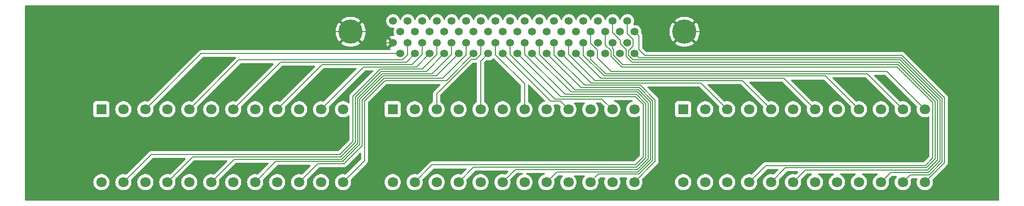
<source format=gbr>
%TF.GenerationSoftware,KiCad,Pcbnew,8.0.4*%
%TF.CreationDate,2024-08-09T21:07:46+01:00*%
%TF.ProjectId,PULSAR-BREAKOUT-01,50554c53-4152-42d4-9252-45414b4f5554,rev?*%
%TF.SameCoordinates,Original*%
%TF.FileFunction,Copper,L1,Top*%
%TF.FilePolarity,Positive*%
%FSLAX46Y46*%
G04 Gerber Fmt 4.6, Leading zero omitted, Abs format (unit mm)*
G04 Created by KiCad (PCBNEW 8.0.4) date 2024-08-09 21:07:46*
%MOMM*%
%LPD*%
G01*
G04 APERTURE LIST*
%TA.AperFunction,ComponentPad*%
%ADD10C,1.360000*%
%TD*%
%TA.AperFunction,ComponentPad*%
%ADD11C,4.220000*%
%TD*%
%TA.AperFunction,ComponentPad*%
%ADD12C,1.800000*%
%TD*%
%TA.AperFunction,ComponentPad*%
%ADD13R,1.800000X1.800000*%
%TD*%
%TA.AperFunction,ViaPad*%
%ADD14C,8.000000*%
%TD*%
%TA.AperFunction,Conductor*%
%ADD15C,0.200000*%
%TD*%
G04 APERTURE END LIST*
D10*
%TO.P,J4,1,1*%
%TO.N,CHASSIS*%
X146960000Y-35000000D03*
%TO.P,J4,2,2*%
%TO.N,GPIO1_2*%
X148230000Y-36900000D03*
%TO.P,J4,3,3*%
%TO.N,GPIO1_4*%
X149500000Y-35000000D03*
%TO.P,J4,4,4*%
%TO.N,GPIO1_6*%
X150770000Y-36900000D03*
%TO.P,J4,5,5*%
%TO.N,GPIO1_8*%
X152040000Y-35000000D03*
%TO.P,J4,6,6*%
%TO.N,GPIO1_10*%
X153310000Y-36900000D03*
%TO.P,J4,7,7*%
%TO.N,GPIO2_1*%
X154580000Y-35000000D03*
%TO.P,J4,8,8*%
%TO.N,GPIO2_3*%
X155850000Y-36900000D03*
%TO.P,J4,9,9*%
%TO.N,GPIO2_5*%
X157120000Y-35000000D03*
%TO.P,J4,10,10*%
%TO.N,GPIO2_7*%
X158390000Y-36900000D03*
%TO.P,J4,11,11*%
%TO.N,GPIO2_9*%
X159660000Y-35000000D03*
%TO.P,J4,12,12*%
%TO.N,GPIO2_GND*%
X160930000Y-36900000D03*
%TO.P,J4,13,13*%
%TO.N,GPIO3_2*%
X162200000Y-35000000D03*
%TO.P,J4,14,14*%
%TO.N,GPIO3_4*%
X163470000Y-36900000D03*
%TO.P,J4,15,15*%
%TO.N,GPIO3_6*%
X164740000Y-35000000D03*
%TO.P,J4,16,16*%
%TO.N,GPIO3_8*%
X166010000Y-36900000D03*
%TO.P,J4,17,17*%
%TO.N,GPIO3_10*%
X167280000Y-35000000D03*
%TO.P,J4,18,18*%
%TO.N,GPIO4_1*%
X168550000Y-36900000D03*
%TO.P,J4,19,19*%
%TO.N,GPIO4_3*%
X169820000Y-35000000D03*
%TO.P,J4,20,20*%
%TO.N,GPIO4_5*%
X171090000Y-36900000D03*
%TO.P,J4,21,21*%
%TO.N,GPIO4_7*%
X172360000Y-35000000D03*
%TO.P,J4,22,22*%
%TO.N,GPIO4_9*%
X173630000Y-36900000D03*
%TO.P,J4,23,23*%
%TO.N,GPIO4_GND*%
X174900000Y-35000000D03*
%TO.P,J4,24,24*%
%TO.N,GPIO5_2*%
X176170000Y-36900000D03*
%TO.P,J4,25,25*%
%TO.N,GPIO5_4*%
X177440000Y-35000000D03*
%TO.P,J4,26,26*%
%TO.N,GPIO5_6*%
X178710000Y-36900000D03*
%TO.P,J4,27,27*%
%TO.N,GPIO5_8*%
X179980000Y-35000000D03*
%TO.P,J4,28,28*%
%TO.N,GPIO5_10*%
X181250000Y-36900000D03*
%TO.P,J4,29,29*%
%TO.N,RS485_1_1_A*%
X182520000Y-35000000D03*
%TO.P,J4,30,30*%
%TO.N,RS485_1_1_GND*%
X183790000Y-36900000D03*
%TO.P,J4,31,31*%
%TO.N,RS485_1_2_B*%
X185060000Y-35000000D03*
%TO.P,J4,32,32*%
%TO.N,RS485_2_1_A*%
X186330000Y-36900000D03*
%TO.P,J4,33,33*%
%TO.N,RS485_2_1_GND*%
X187600000Y-35000000D03*
%TO.P,J4,34,34*%
%TO.N,RS485_2_2_B*%
X188870000Y-36900000D03*
%TO.P,J4,35,35*%
%TO.N,GPIO1_1*%
X146960000Y-31200000D03*
%TO.P,J4,36,36*%
%TO.N,GPIO1_3*%
X148230000Y-33100000D03*
%TO.P,J4,37,37*%
%TO.N,GPIO1_5*%
X149500000Y-31200000D03*
%TO.P,J4,38,38*%
%TO.N,GPIO1_7*%
X150770000Y-33100000D03*
%TO.P,J4,39,39*%
%TO.N,GPIO1_9*%
X152040000Y-31200000D03*
%TO.P,J4,40,40*%
%TO.N,GPIO1_GND*%
X153310000Y-33100000D03*
%TO.P,J4,41,41*%
%TO.N,GPIO2_2*%
X154580000Y-31200000D03*
%TO.P,J4,42,42*%
%TO.N,GPIO2_4*%
X155850000Y-33100000D03*
%TO.P,J4,43,43*%
%TO.N,GPIO2_6*%
X157120000Y-31200000D03*
%TO.P,J4,44,44*%
%TO.N,GPIO2_8*%
X158390000Y-33100000D03*
%TO.P,J4,45,45*%
%TO.N,GPIO2_10*%
X159660000Y-31200000D03*
%TO.P,J4,46,46*%
%TO.N,GPIO3_1*%
X160930000Y-33100000D03*
%TO.P,J4,47,47*%
%TO.N,GPIO3_3*%
X162200000Y-31200000D03*
%TO.P,J4,48,48*%
%TO.N,GPIO3_5*%
X163470000Y-33100000D03*
%TO.P,J4,49,49*%
%TO.N,GPIO3_7*%
X164740000Y-31200000D03*
%TO.P,J4,50,50*%
%TO.N,GPIO3_9*%
X166010000Y-33100000D03*
%TO.P,J4,51,51*%
%TO.N,GPIO3_GND*%
X167280000Y-31200000D03*
%TO.P,J4,52,52*%
%TO.N,GPIO4_2*%
X168550000Y-33100000D03*
%TO.P,J4,53,53*%
%TO.N,GPIO4_4*%
X169820000Y-31200000D03*
%TO.P,J4,54,54*%
%TO.N,GPIO4_6*%
X171090000Y-33100000D03*
%TO.P,J4,55,55*%
%TO.N,GPIO4_8*%
X172360000Y-31200000D03*
%TO.P,J4,56,56*%
%TO.N,GPIO4_10*%
X173630000Y-33100000D03*
%TO.P,J4,57,57*%
%TO.N,GPIO5_1*%
X174900000Y-31200000D03*
%TO.P,J4,58,58*%
%TO.N,GPIO5_3*%
X176170000Y-33100000D03*
%TO.P,J4,59,59*%
%TO.N,GPIO5_5*%
X177440000Y-31200000D03*
%TO.P,J4,60,60*%
%TO.N,GPIO5_7*%
X178710000Y-33100000D03*
%TO.P,J4,61,61*%
%TO.N,GPIO5_9*%
X179980000Y-31200000D03*
%TO.P,J4,62,62*%
%TO.N,GPIO5_GND*%
X181250000Y-33100000D03*
%TO.P,J4,63,63*%
%TO.N,RS485_1_1_B*%
X182520000Y-31200000D03*
%TO.P,J4,64,64*%
%TO.N,RS485_1_2_A*%
X183790000Y-33100000D03*
%TO.P,J4,65,65*%
%TO.N,RS485_1_2_GND*%
X185060000Y-31200000D03*
%TO.P,J4,66,66*%
%TO.N,RS485_2_1_B*%
X186330000Y-33100000D03*
%TO.P,J4,67,67*%
%TO.N,RS485_2_2_A*%
X187600000Y-31200000D03*
%TO.P,J4,68,68*%
%TO.N,RS485_2_2_GND*%
X188870000Y-33100000D03*
D11*
%TO.P,J4,69*%
%TO.N,CHASSIS*%
X197505000Y-33100000D03*
%TO.P,J4,70*%
X139595000Y-33100000D03*
%TD*%
D12*
%TO.P,J2,24,24*%
%TO.N,GPIO4_GND*%
X188800000Y-59300000D03*
%TO.P,J2,23,23*%
%TO.N,GPIO4_10*%
X184990000Y-59300000D03*
%TO.P,J2,22,22*%
%TO.N,GPIO4_9*%
X181180000Y-59300000D03*
%TO.P,J2,21,21*%
%TO.N,GPIO4_8*%
X177370000Y-59300000D03*
%TO.P,J2,20,20*%
%TO.N,GPIO4_7*%
X173560000Y-59300000D03*
%TO.P,J2,19,19*%
%TO.N,GPIO4_6*%
X169750000Y-59300000D03*
%TO.P,J2,18,18*%
%TO.N,GPIO4_5*%
X165940000Y-59300000D03*
%TO.P,J2,17,17*%
%TO.N,GPIO4_4*%
X162130000Y-59300000D03*
%TO.P,J2,16,16*%
%TO.N,GPIO4_3*%
X158320000Y-59300000D03*
%TO.P,J2,15,15*%
%TO.N,GPIO4_2*%
X154510000Y-59300000D03*
%TO.P,J2,14,14*%
%TO.N,GPIO4_1*%
X150700000Y-59300000D03*
%TO.P,J2,13,13*%
%TO.N,GPIO4_GND*%
X146890000Y-59300000D03*
%TO.P,J2,12,12*%
%TO.N,GPIO3_GND*%
X188800000Y-46600000D03*
%TO.P,J2,11,11*%
%TO.N,GPIO3_10*%
X184990000Y-46600000D03*
%TO.P,J2,10,10*%
%TO.N,GPIO3_9*%
X181180000Y-46600000D03*
%TO.P,J2,09,09*%
%TO.N,GPIO3_8*%
X177370000Y-46600000D03*
%TO.P,J2,08,08*%
%TO.N,GPIO3_7*%
X173560000Y-46600000D03*
%TO.P,J2,07,07*%
%TO.N,GPIO3_6*%
X169750000Y-46600000D03*
%TO.P,J2,06,06*%
%TO.N,GPIO3_5*%
X165940000Y-46600000D03*
%TO.P,J2,05,05*%
%TO.N,GPIO3_4*%
X162130000Y-46600000D03*
%TO.P,J2,04,04*%
%TO.N,GPIO3_3*%
X158320000Y-46600000D03*
%TO.P,J2,03,03*%
%TO.N,GPIO3_2*%
X154510000Y-46600000D03*
%TO.P,J2,02,02*%
%TO.N,GPIO3_1*%
X150700000Y-46600000D03*
D13*
%TO.P,J2,01,01*%
%TO.N,GPIO3_GND*%
X146890000Y-46600000D03*
%TD*%
%TO.P,J3,01,01*%
%TO.N,GPIO5_GND*%
X197290000Y-46600000D03*
D12*
%TO.P,J3,02,02*%
%TO.N,GPIO5_1*%
X201100000Y-46600000D03*
%TO.P,J3,03,03*%
%TO.N,GPIO5_2*%
X204910000Y-46600000D03*
%TO.P,J3,04,04*%
%TO.N,GPIO5_3*%
X208720000Y-46600000D03*
%TO.P,J3,05,05*%
%TO.N,GPIO5_4*%
X212530000Y-46600000D03*
%TO.P,J3,06,06*%
%TO.N,GPIO5_5*%
X216340000Y-46600000D03*
%TO.P,J3,07,07*%
%TO.N,GPIO5_6*%
X220150000Y-46600000D03*
%TO.P,J3,08,08*%
%TO.N,GPIO5_7*%
X223960000Y-46600000D03*
%TO.P,J3,09,09*%
%TO.N,GPIO5_8*%
X227770000Y-46600000D03*
%TO.P,J3,10,10*%
%TO.N,GPIO5_9*%
X231580000Y-46600000D03*
%TO.P,J3,11,11*%
%TO.N,GPIO5_10*%
X235390000Y-46600000D03*
%TO.P,J3,12,12*%
%TO.N,GPIO5_GND*%
X239200000Y-46600000D03*
%TO.P,J3,13,13*%
%TO.N,RS485_1_1_A*%
X197290000Y-59300000D03*
%TO.P,J3,14,14*%
%TO.N,RS485_1_1_B*%
X201100000Y-59300000D03*
%TO.P,J3,15,15*%
%TO.N,RS485_1_1_GND*%
X204910000Y-59300000D03*
%TO.P,J3,16,16*%
%TO.N,RS485_1_2_A*%
X208720000Y-59300000D03*
%TO.P,J3,17,17*%
%TO.N,RS485_1_2_B*%
X212530000Y-59300000D03*
%TO.P,J3,18,18*%
%TO.N,RS485_1_2_GND*%
X216340000Y-59300000D03*
%TO.P,J3,19,19*%
%TO.N,RS485_2_1_A*%
X220150000Y-59300000D03*
%TO.P,J3,20,20*%
%TO.N,RS485_2_1_B*%
X223960000Y-59300000D03*
%TO.P,J3,21,21*%
%TO.N,RS485_2_1_GND*%
X227770000Y-59300000D03*
%TO.P,J3,22,22*%
%TO.N,RS485_2_2_A*%
X231580000Y-59300000D03*
%TO.P,J3,23,23*%
%TO.N,RS485_2_2_B*%
X235390000Y-59300000D03*
%TO.P,J3,24,24*%
%TO.N,RS485_2_2_GND*%
X239200000Y-59300000D03*
%TD*%
D13*
%TO.P,J1,01,01*%
%TO.N,GPIO1_GND*%
X96370000Y-46600000D03*
D12*
%TO.P,J1,02,02*%
%TO.N,GPIO1_1*%
X100180000Y-46600000D03*
%TO.P,J1,03,03*%
%TO.N,GPIO1_2*%
X103990000Y-46600000D03*
%TO.P,J1,04,04*%
%TO.N,GPIO1_3*%
X107800000Y-46600000D03*
%TO.P,J1,05,05*%
%TO.N,GPIO1_4*%
X111610000Y-46600000D03*
%TO.P,J1,06,06*%
%TO.N,GPIO1_5*%
X115420000Y-46600000D03*
%TO.P,J1,07,07*%
%TO.N,GPIO1_6*%
X119230000Y-46600000D03*
%TO.P,J1,08,08*%
%TO.N,GPIO1_7*%
X123040000Y-46600000D03*
%TO.P,J1,09,09*%
%TO.N,GPIO1_8*%
X126850000Y-46600000D03*
%TO.P,J1,10,10*%
%TO.N,GPIO1_9*%
X130660000Y-46600000D03*
%TO.P,J1,11,11*%
%TO.N,GPIO1_10*%
X134470000Y-46600000D03*
%TO.P,J1,12,12*%
%TO.N,GPIO1_GND*%
X138280000Y-46600000D03*
%TO.P,J1,13,13*%
%TO.N,GPIO2_GND*%
X96370000Y-59300000D03*
%TO.P,J1,14,14*%
%TO.N,GPIO2_1*%
X100180000Y-59300000D03*
%TO.P,J1,15,15*%
%TO.N,GPIO2_2*%
X103990000Y-59300000D03*
%TO.P,J1,16,16*%
%TO.N,GPIO2_3*%
X107800000Y-59300000D03*
%TO.P,J1,17,17*%
%TO.N,GPIO2_4*%
X111610000Y-59300000D03*
%TO.P,J1,18,18*%
%TO.N,GPIO2_5*%
X115420000Y-59300000D03*
%TO.P,J1,19,19*%
%TO.N,GPIO2_6*%
X119230000Y-59300000D03*
%TO.P,J1,20,20*%
%TO.N,GPIO2_7*%
X123040000Y-59300000D03*
%TO.P,J1,21,21*%
%TO.N,GPIO2_8*%
X126850000Y-59300000D03*
%TO.P,J1,22,22*%
%TO.N,GPIO2_9*%
X130660000Y-59300000D03*
%TO.P,J1,23,23*%
%TO.N,GPIO2_10*%
X134470000Y-59300000D03*
%TO.P,J1,24,24*%
%TO.N,GPIO2_GND*%
X138280000Y-59300000D03*
%TD*%
D14*
%TO.N,CHASSIS*%
X87600000Y-33000000D03*
X87600000Y-58000000D03*
X247600000Y-33000000D03*
X247600000Y-58000000D03*
%TD*%
D15*
%TO.N,CHASSIS*%
X143500000Y-33100000D02*
X145400000Y-35000000D01*
X145400000Y-35000000D02*
X146960000Y-35000000D01*
X139595000Y-33100000D02*
X143500000Y-33100000D01*
X87600000Y-33000000D02*
X87600000Y-58000000D01*
X87700000Y-33100000D02*
X87600000Y-33000000D01*
X139595000Y-33100000D02*
X87700000Y-33100000D01*
X143695000Y-29000000D02*
X193405000Y-29000000D01*
X193405000Y-29000000D02*
X197505000Y-33100000D01*
X139595000Y-33100000D02*
X143695000Y-29000000D01*
X247500000Y-33100000D02*
X197505000Y-33100000D01*
X247600000Y-33000000D02*
X247500000Y-33100000D01*
X247600000Y-58000000D02*
X247600000Y-33000000D01*
%TO.N,GPIO2_GND*%
X142000000Y-55580000D02*
X138280000Y-59300000D01*
X145565686Y-41600000D02*
X142000000Y-45165686D01*
X156230000Y-41600000D02*
X145565686Y-41600000D01*
X142000000Y-45165686D02*
X142000000Y-55580000D01*
X160930000Y-36900000D02*
X156230000Y-41600000D01*
%TO.N,GPIO2_9*%
X133860000Y-56100000D02*
X130660000Y-59300000D01*
X138435685Y-56100000D02*
X133860000Y-56100000D01*
X140667843Y-53867843D02*
X138435685Y-56100000D01*
X141600000Y-45000000D02*
X141600000Y-52935684D01*
X140667843Y-53867841D02*
X140667843Y-53867843D01*
X155600000Y-41200000D02*
X145400000Y-41200000D01*
X159660000Y-37140000D02*
X155600000Y-41200000D01*
X145400000Y-41200000D02*
X141600000Y-45000000D01*
X141600000Y-52935684D02*
X140667843Y-53867841D01*
X159660000Y-35000000D02*
X159660000Y-37140000D01*
%TO.N,GPIO2_7*%
X141200000Y-52667058D02*
X138270000Y-55597058D01*
X145234314Y-40800000D02*
X141200000Y-44834314D01*
X126640000Y-55700000D02*
X123040000Y-59300000D01*
X154490000Y-40800000D02*
X145234314Y-40800000D01*
X141200000Y-44834314D02*
X141200000Y-52667058D01*
X138270000Y-55597058D02*
X138270000Y-55700000D01*
X158390000Y-36900000D02*
X154490000Y-40800000D01*
X138270000Y-55700000D02*
X126640000Y-55700000D01*
%TO.N,GPIO2_5*%
X119420000Y-55300000D02*
X115420000Y-59300000D01*
X140800000Y-44668628D02*
X140800000Y-52501372D01*
X153735930Y-40400000D02*
X145068628Y-40400000D01*
X145068628Y-40400000D02*
X140800000Y-44668628D01*
X138001372Y-55300000D02*
X119420000Y-55300000D01*
X157120000Y-37015930D02*
X153735930Y-40400000D01*
X157120000Y-35000000D02*
X157120000Y-37015930D01*
X140800000Y-52501372D02*
X138001372Y-55300000D01*
%TO.N,GPIO2_3*%
X137835686Y-54900000D02*
X112200000Y-54900000D01*
X112200000Y-54900000D02*
X107800000Y-59300000D01*
X140400000Y-52335686D02*
X137835686Y-54900000D01*
X152750000Y-40000000D02*
X144902942Y-40000000D01*
X140400000Y-44502942D02*
X140400000Y-52335686D01*
X155850000Y-36900000D02*
X152750000Y-40000000D01*
X144902942Y-40000000D02*
X140400000Y-44502942D01*
%TO.N,GPIO2_1*%
X140000000Y-52170000D02*
X137670000Y-54500000D01*
X151995930Y-39600000D02*
X144737256Y-39600000D01*
X144737256Y-39600000D02*
X140000000Y-44337256D01*
X154580000Y-37015930D02*
X151995930Y-39600000D01*
X140000000Y-44337256D02*
X140000000Y-52170000D01*
X154580000Y-35000000D02*
X154580000Y-37015930D01*
X137670000Y-54500000D02*
X104980000Y-54500000D01*
X104980000Y-54500000D02*
X100180000Y-59300000D01*
%TO.N,GPIO1_10*%
X141870000Y-39200000D02*
X134470000Y-46600000D01*
X151010000Y-39200000D02*
X141870000Y-39200000D01*
X153310000Y-36900000D02*
X151010000Y-39200000D01*
%TO.N,GPIO1_8*%
X150255930Y-38800000D02*
X134650000Y-38800000D01*
X134650000Y-38800000D02*
X126850000Y-46600000D01*
X152040000Y-35000000D02*
X152040000Y-37015930D01*
X152040000Y-37015930D02*
X150255930Y-38800000D01*
%TO.N,GPIO1_6*%
X127430000Y-38400000D02*
X119230000Y-46600000D01*
X149270000Y-38400000D02*
X127430000Y-38400000D01*
X150770000Y-36900000D02*
X149270000Y-38400000D01*
%TO.N,GPIO1_4*%
X149500000Y-37100000D02*
X149500000Y-35000000D01*
X148600000Y-38000000D02*
X149500000Y-37100000D01*
X120210000Y-38000000D02*
X148600000Y-38000000D01*
X111610000Y-46600000D02*
X120210000Y-38000000D01*
%TO.N,GPIO1_2*%
X113690000Y-36900000D02*
X103990000Y-46600000D01*
X148230000Y-36900000D02*
X113690000Y-36900000D01*
%TO.N,RS485_2_2_GND*%
X189600000Y-33830000D02*
X188870000Y-33100000D01*
X189600000Y-36200000D02*
X189600000Y-33830000D01*
X190600000Y-37200000D02*
X189600000Y-36200000D01*
X242600000Y-44571570D02*
X235228430Y-37200000D01*
X235228430Y-37200000D02*
X190600000Y-37200000D01*
X242600000Y-55900000D02*
X242600000Y-44571570D01*
X239200000Y-59300000D02*
X242600000Y-55900000D01*
%TO.N,RS485_2_2_B*%
X189570000Y-37600000D02*
X188870000Y-36900000D01*
X242200000Y-55734314D02*
X242200000Y-44737256D01*
X235062744Y-37600000D02*
X189570000Y-37600000D01*
X235390000Y-59300000D02*
X236690000Y-58000000D01*
X236690000Y-58000000D02*
X239934314Y-58000000D01*
X239934314Y-58000000D02*
X242200000Y-55734314D01*
X242200000Y-44737256D02*
X235062744Y-37600000D01*
%TO.N,RS485_2_2_A*%
X187600000Y-33400000D02*
X187600000Y-31200000D01*
X188600000Y-35600000D02*
X188600000Y-34400000D01*
X187800000Y-36400000D02*
X188600000Y-35600000D01*
X241800000Y-55568628D02*
X241800000Y-44902942D01*
X234897058Y-38000000D02*
X188584070Y-38000000D01*
X187800000Y-37215930D02*
X187800000Y-36400000D01*
X188600000Y-34400000D02*
X187600000Y-33400000D01*
X239768628Y-57600000D02*
X241800000Y-55568628D01*
X241800000Y-44902942D02*
X234897058Y-38000000D01*
X233280000Y-57600000D02*
X239768628Y-57600000D01*
X231580000Y-59300000D02*
X233280000Y-57600000D01*
X188584070Y-38000000D02*
X187800000Y-37215930D01*
%TO.N,RS485_1_2_GND*%
X185060000Y-33215930D02*
X185060000Y-31200000D01*
X186400000Y-34555930D02*
X185060000Y-33215930D01*
X186400000Y-35200000D02*
X186400000Y-34555930D01*
X187400000Y-36200000D02*
X186400000Y-35200000D01*
X187400000Y-37400000D02*
X187400000Y-36200000D01*
X234731372Y-38400000D02*
X188400000Y-38400000D01*
X241400000Y-55402942D02*
X241400000Y-45068628D01*
X241400000Y-45068628D02*
X234731372Y-38400000D01*
X188400000Y-38400000D02*
X187400000Y-37400000D01*
X239602942Y-57200000D02*
X241400000Y-55402942D01*
X218440000Y-57200000D02*
X239602942Y-57200000D01*
X216340000Y-59300000D02*
X218440000Y-57200000D01*
%TO.N,RS485_1_2_B*%
X185060000Y-36060000D02*
X185060000Y-35000000D01*
X185200000Y-36200000D02*
X185060000Y-36060000D01*
X185200000Y-37200000D02*
X185200000Y-36200000D01*
X241000000Y-55237256D02*
X241000000Y-45234314D01*
X239437256Y-56800000D02*
X241000000Y-55237256D01*
X234565686Y-38800000D02*
X186800000Y-38800000D01*
X215030000Y-56800000D02*
X239437256Y-56800000D01*
X186800000Y-38800000D02*
X185200000Y-37200000D01*
X212530000Y-59300000D02*
X215030000Y-56800000D01*
X241000000Y-45234314D02*
X234565686Y-38800000D01*
%TO.N,RS485_1_2_A*%
X183790000Y-35390000D02*
X183790000Y-33100000D01*
X184800000Y-36400000D02*
X183790000Y-35390000D01*
X184800000Y-37400000D02*
X184800000Y-36400000D01*
X186600000Y-39200000D02*
X184800000Y-37400000D01*
X234400000Y-39200000D02*
X186600000Y-39200000D01*
X240600000Y-45400000D02*
X234400000Y-39200000D01*
X240600000Y-55071570D02*
X240600000Y-45400000D01*
X211620000Y-56400000D02*
X239271570Y-56400000D01*
X208720000Y-59300000D02*
X211620000Y-56400000D01*
X239271570Y-56400000D02*
X240600000Y-55071570D01*
%TO.N,GPIO5_GND*%
X239200000Y-46600000D02*
X232600000Y-40000000D01*
X231400000Y-40000000D02*
X184800000Y-40000000D01*
X232600000Y-40000000D02*
X231400000Y-40000000D01*
%TO.N,GPIO5_10*%
X229190000Y-40400000D02*
X228200000Y-40400000D01*
X228200000Y-40400000D02*
X183800000Y-40400000D01*
X235390000Y-46600000D02*
X229190000Y-40400000D01*
%TO.N,GPIO5_8*%
X221970000Y-40800000D02*
X220600000Y-40800000D01*
X227770000Y-46600000D02*
X221970000Y-40800000D01*
X183600000Y-40800000D02*
X220600000Y-40800000D01*
%TO.N,GPIO5_6*%
X220150000Y-46600000D02*
X214750000Y-41200000D01*
X212200000Y-41200000D02*
X183010000Y-41200000D01*
X214750000Y-41200000D02*
X212200000Y-41200000D01*
%TO.N,GPIO5_4*%
X207530000Y-41600000D02*
X204200000Y-41600000D01*
X212530000Y-46600000D02*
X207530000Y-41600000D01*
X182000000Y-41600000D02*
X204200000Y-41600000D01*
%TO.N,GPIO5_2*%
X200310000Y-42000000D02*
X199800000Y-42000000D01*
X181270000Y-42000000D02*
X199800000Y-42000000D01*
X204910000Y-46600000D02*
X200310000Y-42000000D01*
%TO.N,GPIO4_GND*%
X192400000Y-44971570D02*
X192400000Y-55700000D01*
X180200000Y-42400000D02*
X189828430Y-42400000D01*
X189828430Y-42400000D02*
X192400000Y-44971570D01*
X174900000Y-37100000D02*
X180200000Y-42400000D01*
X192400000Y-55700000D02*
X188800000Y-59300000D01*
X174900000Y-35000000D02*
X174900000Y-37100000D01*
%TO.N,GPIO4_9*%
X192000000Y-55534314D02*
X189634314Y-57900000D01*
X192000000Y-45137256D02*
X192000000Y-55534314D01*
X182580000Y-57900000D02*
X181180000Y-59300000D01*
X189662744Y-42800000D02*
X192000000Y-45137256D01*
X189634314Y-57900000D02*
X182580000Y-57900000D01*
X179530000Y-42800000D02*
X189662744Y-42800000D01*
X173630000Y-36900000D02*
X179530000Y-42800000D01*
%TO.N,GPIO4_7*%
X189497058Y-43200000D02*
X191600000Y-45302942D01*
X178544070Y-43200000D02*
X189497058Y-43200000D01*
X172360000Y-37015930D02*
X178544070Y-43200000D01*
X172360000Y-35000000D02*
X172360000Y-37015930D01*
X191600000Y-45302942D02*
X191600000Y-55368628D01*
%TO.N,GPIO4_5*%
X189302942Y-57100000D02*
X168140000Y-57100000D01*
X191200000Y-55202942D02*
X189302942Y-57100000D01*
X191200000Y-45468628D02*
X191200000Y-55202942D01*
X189331372Y-43600000D02*
X191200000Y-45468628D01*
X168140000Y-57100000D02*
X165940000Y-59300000D01*
X171090000Y-36900000D02*
X177790000Y-43600000D01*
X177790000Y-43600000D02*
X189331372Y-43600000D01*
%TO.N,GPIO4_3*%
X190800000Y-55037255D02*
X190618628Y-55218628D01*
X189165686Y-44000000D02*
X190800000Y-45634314D01*
X190800000Y-45634314D02*
X190800000Y-55037255D01*
X176800000Y-44000000D02*
X189165686Y-44000000D01*
X169820000Y-37020000D02*
X176800000Y-44000000D01*
X169820000Y-35000000D02*
X169820000Y-37020000D01*
%TO.N,GPIO4_1*%
X190400000Y-45800000D02*
X190400000Y-54871570D01*
X189000000Y-44400000D02*
X190400000Y-45800000D01*
X188971570Y-56300000D02*
X153700000Y-56300000D01*
X153700000Y-56300000D02*
X150700000Y-59300000D01*
X176050000Y-44400000D02*
X189000000Y-44400000D01*
X190400000Y-54871570D02*
X188971570Y-56300000D01*
X168550000Y-36900000D02*
X176050000Y-44400000D01*
%TO.N,GPIO4_7*%
X189468628Y-57500000D02*
X175360000Y-57500000D01*
X175360000Y-57500000D02*
X173560000Y-59300000D01*
X191600000Y-55368628D02*
X189468628Y-57500000D01*
%TO.N,GPIO4_3*%
X190618628Y-55218628D02*
X189137256Y-56700000D01*
X190800000Y-55037256D02*
X190618628Y-55218628D01*
%TO.N,GPIO3_6*%
X169750000Y-42150000D02*
X169750000Y-46600000D01*
X164740000Y-37140000D02*
X169750000Y-42150000D01*
X164740000Y-35000000D02*
X164740000Y-37140000D01*
%TO.N,GPIO3_2*%
X154510000Y-43885686D02*
X154510000Y-46600000D01*
X160515686Y-37880000D02*
X154510000Y-43885686D01*
X161335930Y-37880000D02*
X160515686Y-37880000D01*
X162200000Y-37015930D02*
X161335930Y-37880000D01*
X162200000Y-35000000D02*
X162200000Y-37015930D01*
%TO.N,GPIO3_4*%
X162130000Y-38240000D02*
X162130000Y-46600000D01*
X163470000Y-36900000D02*
X162130000Y-38240000D01*
%TO.N,GPIO5_8*%
X179980000Y-37180000D02*
X183600000Y-40800000D01*
X179980000Y-35000000D02*
X179980000Y-37180000D01*
%TO.N,GPIO3_8*%
X175970000Y-45200000D02*
X177370000Y-46600000D01*
X174310000Y-45200000D02*
X175970000Y-45200000D01*
X166010000Y-36900000D02*
X174310000Y-45200000D01*
%TO.N,GPIO3_10*%
X167280000Y-37015930D02*
X167280000Y-35000000D01*
X175064070Y-44800000D02*
X167280000Y-37015930D01*
X184990000Y-46600000D02*
X183190000Y-44800000D01*
X183190000Y-44800000D02*
X175064070Y-44800000D01*
%TO.N,GPIO4_3*%
X160920000Y-56700000D02*
X158320000Y-59300000D01*
X189137256Y-56700000D02*
X160920000Y-56700000D01*
%TO.N,GPIO4_7*%
X191600000Y-55368628D02*
X191600000Y-48300000D01*
X191600000Y-48300000D02*
X191600000Y-47300000D01*
%TO.N,GPIO5_4*%
X177440000Y-37040000D02*
X182000000Y-41600000D01*
X177440000Y-35000000D02*
X177440000Y-37040000D01*
%TO.N,GPIO5_2*%
X176170000Y-36900000D02*
X181270000Y-42000000D01*
%TO.N,GPIO5_6*%
X183010000Y-41200000D02*
X178710000Y-36900000D01*
%TO.N,GPIO5_10*%
X181250000Y-37850000D02*
X181250000Y-36900000D01*
X183800000Y-40400000D02*
X181250000Y-37850000D01*
%TO.N,GPIO5_GND*%
X184800000Y-40000000D02*
X182400000Y-37600000D01*
X182400000Y-37600000D02*
X182400000Y-36265930D01*
X181250000Y-35115930D02*
X181250000Y-33100000D01*
X182400000Y-36265930D02*
X181250000Y-35115930D01*
%TD*%
%TA.AperFunction,Conductor*%
%TO.N,CHASSIS*%
G36*
X252042539Y-28520185D02*
G01*
X252088294Y-28572989D01*
X252099500Y-28624500D01*
X252099500Y-62375500D01*
X252079815Y-62442539D01*
X252027011Y-62488294D01*
X251975500Y-62499500D01*
X83224500Y-62499500D01*
X83157461Y-62479815D01*
X83111706Y-62427011D01*
X83100500Y-62375500D01*
X83100500Y-59299993D01*
X94964700Y-59299993D01*
X94964700Y-59300006D01*
X94983864Y-59531297D01*
X94983866Y-59531308D01*
X95040842Y-59756300D01*
X95134075Y-59968848D01*
X95261016Y-60163147D01*
X95261019Y-60163151D01*
X95261021Y-60163153D01*
X95418216Y-60333913D01*
X95418219Y-60333915D01*
X95418222Y-60333918D01*
X95601365Y-60476464D01*
X95601371Y-60476468D01*
X95601374Y-60476470D01*
X95805497Y-60586936D01*
X95919487Y-60626068D01*
X96025015Y-60662297D01*
X96025017Y-60662297D01*
X96025019Y-60662298D01*
X96253951Y-60700500D01*
X96253952Y-60700500D01*
X96486048Y-60700500D01*
X96486049Y-60700500D01*
X96714981Y-60662298D01*
X96934503Y-60586936D01*
X97138626Y-60476470D01*
X97321784Y-60333913D01*
X97478979Y-60163153D01*
X97605924Y-59968849D01*
X97699157Y-59756300D01*
X97756134Y-59531305D01*
X97775300Y-59300000D01*
X97775300Y-59299993D01*
X98774700Y-59299993D01*
X98774700Y-59300006D01*
X98793864Y-59531297D01*
X98793866Y-59531308D01*
X98850842Y-59756300D01*
X98944075Y-59968848D01*
X99071016Y-60163147D01*
X99071019Y-60163151D01*
X99071021Y-60163153D01*
X99228216Y-60333913D01*
X99228219Y-60333915D01*
X99228222Y-60333918D01*
X99411365Y-60476464D01*
X99411371Y-60476468D01*
X99411374Y-60476470D01*
X99615497Y-60586936D01*
X99729487Y-60626068D01*
X99835015Y-60662297D01*
X99835017Y-60662297D01*
X99835019Y-60662298D01*
X100063951Y-60700500D01*
X100063952Y-60700500D01*
X100296048Y-60700500D01*
X100296049Y-60700500D01*
X100524981Y-60662298D01*
X100744503Y-60586936D01*
X100948626Y-60476470D01*
X101131784Y-60333913D01*
X101288979Y-60163153D01*
X101415924Y-59968849D01*
X101509157Y-59756300D01*
X101566134Y-59531305D01*
X101585300Y-59300000D01*
X101585300Y-59299993D01*
X102584700Y-59299993D01*
X102584700Y-59300006D01*
X102603864Y-59531297D01*
X102603866Y-59531308D01*
X102660842Y-59756300D01*
X102754075Y-59968848D01*
X102881016Y-60163147D01*
X102881019Y-60163151D01*
X102881021Y-60163153D01*
X103038216Y-60333913D01*
X103038219Y-60333915D01*
X103038222Y-60333918D01*
X103221365Y-60476464D01*
X103221371Y-60476468D01*
X103221374Y-60476470D01*
X103425497Y-60586936D01*
X103539487Y-60626068D01*
X103645015Y-60662297D01*
X103645017Y-60662297D01*
X103645019Y-60662298D01*
X103873951Y-60700500D01*
X103873952Y-60700500D01*
X104106048Y-60700500D01*
X104106049Y-60700500D01*
X104334981Y-60662298D01*
X104554503Y-60586936D01*
X104758626Y-60476470D01*
X104941784Y-60333913D01*
X105098979Y-60163153D01*
X105225924Y-59968849D01*
X105319157Y-59756300D01*
X105376134Y-59531305D01*
X105395300Y-59300000D01*
X105395300Y-59299993D01*
X105376135Y-59068702D01*
X105376133Y-59068691D01*
X105319157Y-58843699D01*
X105225924Y-58631151D01*
X105098983Y-58436852D01*
X105098980Y-58436849D01*
X105098979Y-58436847D01*
X104941784Y-58266087D01*
X104941779Y-58266083D01*
X104941777Y-58266081D01*
X104758634Y-58123535D01*
X104758628Y-58123531D01*
X104554504Y-58013064D01*
X104554495Y-58013061D01*
X104334984Y-57937702D01*
X104163282Y-57909050D01*
X104106049Y-57899500D01*
X103873951Y-57899500D01*
X103828164Y-57907140D01*
X103645015Y-57937702D01*
X103425504Y-58013061D01*
X103425495Y-58013064D01*
X103221371Y-58123531D01*
X103221365Y-58123535D01*
X103038222Y-58266081D01*
X103038219Y-58266084D01*
X103038216Y-58266086D01*
X103038216Y-58266087D01*
X103001747Y-58305703D01*
X102881016Y-58436852D01*
X102754075Y-58631151D01*
X102660842Y-58843699D01*
X102603866Y-59068691D01*
X102603864Y-59068702D01*
X102584700Y-59299993D01*
X101585300Y-59299993D01*
X101566135Y-59068702D01*
X101566131Y-59068682D01*
X101521680Y-58893151D01*
X101524304Y-58823331D01*
X101554202Y-58775031D01*
X105192416Y-55136819D01*
X105253739Y-55103334D01*
X105280097Y-55100500D01*
X110850902Y-55100500D01*
X110917941Y-55120185D01*
X110963696Y-55172989D01*
X110973640Y-55242147D01*
X110944615Y-55305703D01*
X110938583Y-55312181D01*
X108324839Y-57925923D01*
X108263516Y-57959408D01*
X108196896Y-57955524D01*
X108144981Y-57937701D01*
X107948786Y-57904963D01*
X107916049Y-57899500D01*
X107683951Y-57899500D01*
X107638164Y-57907140D01*
X107455015Y-57937702D01*
X107235504Y-58013061D01*
X107235495Y-58013064D01*
X107031371Y-58123531D01*
X107031365Y-58123535D01*
X106848222Y-58266081D01*
X106848219Y-58266084D01*
X106848216Y-58266086D01*
X106848216Y-58266087D01*
X106811747Y-58305703D01*
X106691016Y-58436852D01*
X106564075Y-58631151D01*
X106470842Y-58843699D01*
X106413866Y-59068691D01*
X106413864Y-59068702D01*
X106394700Y-59299993D01*
X106394700Y-59300006D01*
X106413864Y-59531297D01*
X106413866Y-59531308D01*
X106470842Y-59756300D01*
X106564075Y-59968848D01*
X106691016Y-60163147D01*
X106691019Y-60163151D01*
X106691021Y-60163153D01*
X106848216Y-60333913D01*
X106848219Y-60333915D01*
X106848222Y-60333918D01*
X107031365Y-60476464D01*
X107031371Y-60476468D01*
X107031374Y-60476470D01*
X107235497Y-60586936D01*
X107349487Y-60626068D01*
X107455015Y-60662297D01*
X107455017Y-60662297D01*
X107455019Y-60662298D01*
X107683951Y-60700500D01*
X107683952Y-60700500D01*
X107916048Y-60700500D01*
X107916049Y-60700500D01*
X108144981Y-60662298D01*
X108364503Y-60586936D01*
X108568626Y-60476470D01*
X108751784Y-60333913D01*
X108908979Y-60163153D01*
X109035924Y-59968849D01*
X109129157Y-59756300D01*
X109186134Y-59531305D01*
X109205300Y-59300000D01*
X109205300Y-59299993D01*
X110204700Y-59299993D01*
X110204700Y-59300006D01*
X110223864Y-59531297D01*
X110223866Y-59531308D01*
X110280842Y-59756300D01*
X110374075Y-59968848D01*
X110501016Y-60163147D01*
X110501019Y-60163151D01*
X110501021Y-60163153D01*
X110658216Y-60333913D01*
X110658219Y-60333915D01*
X110658222Y-60333918D01*
X110841365Y-60476464D01*
X110841371Y-60476468D01*
X110841374Y-60476470D01*
X111045497Y-60586936D01*
X111159487Y-60626068D01*
X111265015Y-60662297D01*
X111265017Y-60662297D01*
X111265019Y-60662298D01*
X111493951Y-60700500D01*
X111493952Y-60700500D01*
X111726048Y-60700500D01*
X111726049Y-60700500D01*
X111954981Y-60662298D01*
X112174503Y-60586936D01*
X112378626Y-60476470D01*
X112561784Y-60333913D01*
X112718979Y-60163153D01*
X112845924Y-59968849D01*
X112939157Y-59756300D01*
X112996134Y-59531305D01*
X113015300Y-59300000D01*
X113015300Y-59299993D01*
X112996135Y-59068702D01*
X112996133Y-59068691D01*
X112939157Y-58843699D01*
X112845924Y-58631151D01*
X112718983Y-58436852D01*
X112718980Y-58436849D01*
X112718979Y-58436847D01*
X112561784Y-58266087D01*
X112561779Y-58266083D01*
X112561777Y-58266081D01*
X112378634Y-58123535D01*
X112378628Y-58123531D01*
X112174504Y-58013064D01*
X112174495Y-58013061D01*
X111954984Y-57937702D01*
X111783282Y-57909050D01*
X111726049Y-57899500D01*
X111493951Y-57899500D01*
X111448164Y-57907140D01*
X111265015Y-57937702D01*
X111045504Y-58013061D01*
X111045495Y-58013064D01*
X110841371Y-58123531D01*
X110841365Y-58123535D01*
X110658222Y-58266081D01*
X110658219Y-58266084D01*
X110658216Y-58266086D01*
X110658216Y-58266087D01*
X110621747Y-58305703D01*
X110501016Y-58436852D01*
X110374075Y-58631151D01*
X110280842Y-58843699D01*
X110223866Y-59068691D01*
X110223864Y-59068702D01*
X110204700Y-59299993D01*
X109205300Y-59299993D01*
X109186135Y-59068702D01*
X109186131Y-59068682D01*
X109141680Y-58893151D01*
X109144304Y-58823331D01*
X109174202Y-58775031D01*
X112412417Y-55536819D01*
X112473740Y-55503334D01*
X112500098Y-55500500D01*
X118070903Y-55500500D01*
X118137942Y-55520185D01*
X118183697Y-55572989D01*
X118193641Y-55642147D01*
X118164616Y-55705703D01*
X118158584Y-55712181D01*
X115944840Y-57925923D01*
X115883517Y-57959408D01*
X115816898Y-57955524D01*
X115764981Y-57937702D01*
X115635641Y-57916119D01*
X115536049Y-57899500D01*
X115303951Y-57899500D01*
X115258164Y-57907140D01*
X115075015Y-57937702D01*
X114855504Y-58013061D01*
X114855495Y-58013064D01*
X114651371Y-58123531D01*
X114651365Y-58123535D01*
X114468222Y-58266081D01*
X114468219Y-58266084D01*
X114468216Y-58266086D01*
X114468216Y-58266087D01*
X114431747Y-58305703D01*
X114311016Y-58436852D01*
X114184075Y-58631151D01*
X114090842Y-58843699D01*
X114033866Y-59068691D01*
X114033864Y-59068702D01*
X114014700Y-59299993D01*
X114014700Y-59300006D01*
X114033864Y-59531297D01*
X114033866Y-59531308D01*
X114090842Y-59756300D01*
X114184075Y-59968848D01*
X114311016Y-60163147D01*
X114311019Y-60163151D01*
X114311021Y-60163153D01*
X114468216Y-60333913D01*
X114468219Y-60333915D01*
X114468222Y-60333918D01*
X114651365Y-60476464D01*
X114651371Y-60476468D01*
X114651374Y-60476470D01*
X114855497Y-60586936D01*
X114969487Y-60626068D01*
X115075015Y-60662297D01*
X115075017Y-60662297D01*
X115075019Y-60662298D01*
X115303951Y-60700500D01*
X115303952Y-60700500D01*
X115536048Y-60700500D01*
X115536049Y-60700500D01*
X115764981Y-60662298D01*
X115984503Y-60586936D01*
X116188626Y-60476470D01*
X116371784Y-60333913D01*
X116528979Y-60163153D01*
X116655924Y-59968849D01*
X116749157Y-59756300D01*
X116806134Y-59531305D01*
X116825300Y-59300000D01*
X116825300Y-59299993D01*
X117824700Y-59299993D01*
X117824700Y-59300006D01*
X117843864Y-59531297D01*
X117843866Y-59531308D01*
X117900842Y-59756300D01*
X117994075Y-59968848D01*
X118121016Y-60163147D01*
X118121019Y-60163151D01*
X118121021Y-60163153D01*
X118278216Y-60333913D01*
X118278219Y-60333915D01*
X118278222Y-60333918D01*
X118461365Y-60476464D01*
X118461371Y-60476468D01*
X118461374Y-60476470D01*
X118665497Y-60586936D01*
X118779487Y-60626068D01*
X118885015Y-60662297D01*
X118885017Y-60662297D01*
X118885019Y-60662298D01*
X119113951Y-60700500D01*
X119113952Y-60700500D01*
X119346048Y-60700500D01*
X119346049Y-60700500D01*
X119574981Y-60662298D01*
X119794503Y-60586936D01*
X119998626Y-60476470D01*
X120181784Y-60333913D01*
X120338979Y-60163153D01*
X120465924Y-59968849D01*
X120559157Y-59756300D01*
X120616134Y-59531305D01*
X120635300Y-59300000D01*
X120635300Y-59299993D01*
X120616135Y-59068702D01*
X120616133Y-59068691D01*
X120559157Y-58843699D01*
X120465924Y-58631151D01*
X120338983Y-58436852D01*
X120338980Y-58436849D01*
X120338979Y-58436847D01*
X120181784Y-58266087D01*
X120181779Y-58266083D01*
X120181777Y-58266081D01*
X119998634Y-58123535D01*
X119998628Y-58123531D01*
X119794504Y-58013064D01*
X119794495Y-58013061D01*
X119574984Y-57937702D01*
X119403282Y-57909050D01*
X119346049Y-57899500D01*
X119113951Y-57899500D01*
X119068164Y-57907140D01*
X118885015Y-57937702D01*
X118665504Y-58013061D01*
X118665495Y-58013064D01*
X118461371Y-58123531D01*
X118461365Y-58123535D01*
X118278222Y-58266081D01*
X118278219Y-58266084D01*
X118278216Y-58266086D01*
X118278216Y-58266087D01*
X118241747Y-58305703D01*
X118121016Y-58436852D01*
X117994075Y-58631151D01*
X117900842Y-58843699D01*
X117843866Y-59068691D01*
X117843864Y-59068702D01*
X117824700Y-59299993D01*
X116825300Y-59299993D01*
X116806135Y-59068702D01*
X116806131Y-59068682D01*
X116761680Y-58893151D01*
X116764304Y-58823331D01*
X116794202Y-58775031D01*
X119632416Y-55936819D01*
X119693739Y-55903334D01*
X119720097Y-55900500D01*
X125290903Y-55900500D01*
X125357942Y-55920185D01*
X125403697Y-55972989D01*
X125413641Y-56042147D01*
X125384616Y-56105703D01*
X125378584Y-56112181D01*
X123564840Y-57925923D01*
X123503517Y-57959408D01*
X123436898Y-57955524D01*
X123384981Y-57937702D01*
X123255641Y-57916119D01*
X123156049Y-57899500D01*
X122923951Y-57899500D01*
X122878164Y-57907140D01*
X122695015Y-57937702D01*
X122475504Y-58013061D01*
X122475495Y-58013064D01*
X122271371Y-58123531D01*
X122271365Y-58123535D01*
X122088222Y-58266081D01*
X122088219Y-58266084D01*
X122088216Y-58266086D01*
X122088216Y-58266087D01*
X122051747Y-58305703D01*
X121931016Y-58436852D01*
X121804075Y-58631151D01*
X121710842Y-58843699D01*
X121653866Y-59068691D01*
X121653864Y-59068702D01*
X121634700Y-59299993D01*
X121634700Y-59300006D01*
X121653864Y-59531297D01*
X121653866Y-59531308D01*
X121710842Y-59756300D01*
X121804075Y-59968848D01*
X121931016Y-60163147D01*
X121931019Y-60163151D01*
X121931021Y-60163153D01*
X122088216Y-60333913D01*
X122088219Y-60333915D01*
X122088222Y-60333918D01*
X122271365Y-60476464D01*
X122271371Y-60476468D01*
X122271374Y-60476470D01*
X122475497Y-60586936D01*
X122589487Y-60626068D01*
X122695015Y-60662297D01*
X122695017Y-60662297D01*
X122695019Y-60662298D01*
X122923951Y-60700500D01*
X122923952Y-60700500D01*
X123156048Y-60700500D01*
X123156049Y-60700500D01*
X123384981Y-60662298D01*
X123604503Y-60586936D01*
X123808626Y-60476470D01*
X123991784Y-60333913D01*
X124148979Y-60163153D01*
X124275924Y-59968849D01*
X124369157Y-59756300D01*
X124426134Y-59531305D01*
X124445300Y-59300000D01*
X124445300Y-59299993D01*
X125444700Y-59299993D01*
X125444700Y-59300006D01*
X125463864Y-59531297D01*
X125463866Y-59531308D01*
X125520842Y-59756300D01*
X125614075Y-59968848D01*
X125741016Y-60163147D01*
X125741019Y-60163151D01*
X125741021Y-60163153D01*
X125898216Y-60333913D01*
X125898219Y-60333915D01*
X125898222Y-60333918D01*
X126081365Y-60476464D01*
X126081371Y-60476468D01*
X126081374Y-60476470D01*
X126285497Y-60586936D01*
X126399487Y-60626068D01*
X126505015Y-60662297D01*
X126505017Y-60662297D01*
X126505019Y-60662298D01*
X126733951Y-60700500D01*
X126733952Y-60700500D01*
X126966048Y-60700500D01*
X126966049Y-60700500D01*
X127194981Y-60662298D01*
X127414503Y-60586936D01*
X127618626Y-60476470D01*
X127801784Y-60333913D01*
X127958979Y-60163153D01*
X128085924Y-59968849D01*
X128179157Y-59756300D01*
X128236134Y-59531305D01*
X128255300Y-59300000D01*
X128255300Y-59299993D01*
X128236135Y-59068702D01*
X128236133Y-59068691D01*
X128179157Y-58843699D01*
X128085924Y-58631151D01*
X127958983Y-58436852D01*
X127958980Y-58436849D01*
X127958979Y-58436847D01*
X127801784Y-58266087D01*
X127801779Y-58266083D01*
X127801777Y-58266081D01*
X127618634Y-58123535D01*
X127618628Y-58123531D01*
X127414504Y-58013064D01*
X127414495Y-58013061D01*
X127194984Y-57937702D01*
X127023282Y-57909050D01*
X126966049Y-57899500D01*
X126733951Y-57899500D01*
X126688164Y-57907140D01*
X126505015Y-57937702D01*
X126285504Y-58013061D01*
X126285495Y-58013064D01*
X126081371Y-58123531D01*
X126081365Y-58123535D01*
X125898222Y-58266081D01*
X125898219Y-58266084D01*
X125898216Y-58266086D01*
X125898216Y-58266087D01*
X125861747Y-58305703D01*
X125741016Y-58436852D01*
X125614075Y-58631151D01*
X125520842Y-58843699D01*
X125463866Y-59068691D01*
X125463864Y-59068702D01*
X125444700Y-59299993D01*
X124445300Y-59299993D01*
X124426135Y-59068702D01*
X124426131Y-59068682D01*
X124381680Y-58893151D01*
X124384304Y-58823331D01*
X124414202Y-58775031D01*
X126852416Y-56336819D01*
X126913739Y-56303334D01*
X126940097Y-56300500D01*
X132510903Y-56300500D01*
X132577942Y-56320185D01*
X132623697Y-56372989D01*
X132633641Y-56442147D01*
X132604616Y-56505703D01*
X132598584Y-56512181D01*
X131184840Y-57925923D01*
X131123517Y-57959408D01*
X131056898Y-57955524D01*
X131004981Y-57937702D01*
X130875641Y-57916119D01*
X130776049Y-57899500D01*
X130543951Y-57899500D01*
X130498164Y-57907140D01*
X130315015Y-57937702D01*
X130095504Y-58013061D01*
X130095495Y-58013064D01*
X129891371Y-58123531D01*
X129891365Y-58123535D01*
X129708222Y-58266081D01*
X129708219Y-58266084D01*
X129708216Y-58266086D01*
X129708216Y-58266087D01*
X129671747Y-58305703D01*
X129551016Y-58436852D01*
X129424075Y-58631151D01*
X129330842Y-58843699D01*
X129273866Y-59068691D01*
X129273864Y-59068702D01*
X129254700Y-59299993D01*
X129254700Y-59300006D01*
X129273864Y-59531297D01*
X129273866Y-59531308D01*
X129330842Y-59756300D01*
X129424075Y-59968848D01*
X129551016Y-60163147D01*
X129551019Y-60163151D01*
X129551021Y-60163153D01*
X129708216Y-60333913D01*
X129708219Y-60333915D01*
X129708222Y-60333918D01*
X129891365Y-60476464D01*
X129891371Y-60476468D01*
X129891374Y-60476470D01*
X130095497Y-60586936D01*
X130209487Y-60626068D01*
X130315015Y-60662297D01*
X130315017Y-60662297D01*
X130315019Y-60662298D01*
X130543951Y-60700500D01*
X130543952Y-60700500D01*
X130776048Y-60700500D01*
X130776049Y-60700500D01*
X131004981Y-60662298D01*
X131224503Y-60586936D01*
X131428626Y-60476470D01*
X131611784Y-60333913D01*
X131768979Y-60163153D01*
X131895924Y-59968849D01*
X131989157Y-59756300D01*
X132046134Y-59531305D01*
X132065300Y-59300000D01*
X132065300Y-59299993D01*
X133064700Y-59299993D01*
X133064700Y-59300006D01*
X133083864Y-59531297D01*
X133083866Y-59531308D01*
X133140842Y-59756300D01*
X133234075Y-59968848D01*
X133361016Y-60163147D01*
X133361019Y-60163151D01*
X133361021Y-60163153D01*
X133518216Y-60333913D01*
X133518219Y-60333915D01*
X133518222Y-60333918D01*
X133701365Y-60476464D01*
X133701371Y-60476468D01*
X133701374Y-60476470D01*
X133905497Y-60586936D01*
X134019487Y-60626068D01*
X134125015Y-60662297D01*
X134125017Y-60662297D01*
X134125019Y-60662298D01*
X134353951Y-60700500D01*
X134353952Y-60700500D01*
X134586048Y-60700500D01*
X134586049Y-60700500D01*
X134814981Y-60662298D01*
X135034503Y-60586936D01*
X135238626Y-60476470D01*
X135421784Y-60333913D01*
X135578979Y-60163153D01*
X135705924Y-59968849D01*
X135799157Y-59756300D01*
X135856134Y-59531305D01*
X135875300Y-59300000D01*
X135875300Y-59299993D01*
X135856135Y-59068702D01*
X135856133Y-59068691D01*
X135799157Y-58843699D01*
X135705924Y-58631151D01*
X135578983Y-58436852D01*
X135578980Y-58436849D01*
X135578979Y-58436847D01*
X135421784Y-58266087D01*
X135421779Y-58266083D01*
X135421777Y-58266081D01*
X135238634Y-58123535D01*
X135238628Y-58123531D01*
X135034504Y-58013064D01*
X135034495Y-58013061D01*
X134814984Y-57937702D01*
X134643282Y-57909050D01*
X134586049Y-57899500D01*
X134353951Y-57899500D01*
X134308164Y-57907140D01*
X134125015Y-57937702D01*
X133905504Y-58013061D01*
X133905495Y-58013064D01*
X133701371Y-58123531D01*
X133701365Y-58123535D01*
X133518222Y-58266081D01*
X133518219Y-58266084D01*
X133518216Y-58266086D01*
X133518216Y-58266087D01*
X133481747Y-58305703D01*
X133361016Y-58436852D01*
X133234075Y-58631151D01*
X133140842Y-58843699D01*
X133083866Y-59068691D01*
X133083864Y-59068702D01*
X133064700Y-59299993D01*
X132065300Y-59299993D01*
X132046135Y-59068702D01*
X132046131Y-59068682D01*
X132001680Y-58893151D01*
X132004304Y-58823331D01*
X132034202Y-58775031D01*
X134072416Y-56736819D01*
X134133739Y-56703334D01*
X134160097Y-56700500D01*
X138349015Y-56700500D01*
X138349031Y-56700501D01*
X138356627Y-56700501D01*
X138514739Y-56700501D01*
X138514742Y-56700501D01*
X138667470Y-56659577D01*
X138717589Y-56630639D01*
X138804401Y-56580520D01*
X138916205Y-56468716D01*
X138916205Y-56468714D01*
X138926413Y-56458507D01*
X138926414Y-56458504D01*
X141026348Y-54358571D01*
X141026354Y-54358567D01*
X141036557Y-54348363D01*
X141036559Y-54348363D01*
X141148363Y-54236559D01*
X141148364Y-54236557D01*
X141155414Y-54229507D01*
X141155430Y-54229487D01*
X141187822Y-54197095D01*
X141249144Y-54163613D01*
X141318835Y-54168599D01*
X141374768Y-54210471D01*
X141399184Y-54275936D01*
X141399500Y-54284780D01*
X141399500Y-55279902D01*
X141379815Y-55346941D01*
X141363181Y-55367583D01*
X138804840Y-57925923D01*
X138743517Y-57959408D01*
X138676898Y-57955524D01*
X138624981Y-57937702D01*
X138495641Y-57916119D01*
X138396049Y-57899500D01*
X138163951Y-57899500D01*
X138118164Y-57907140D01*
X137935015Y-57937702D01*
X137715504Y-58013061D01*
X137715495Y-58013064D01*
X137511371Y-58123531D01*
X137511365Y-58123535D01*
X137328222Y-58266081D01*
X137328219Y-58266084D01*
X137328216Y-58266086D01*
X137328216Y-58266087D01*
X137291747Y-58305703D01*
X137171016Y-58436852D01*
X137044075Y-58631151D01*
X136950842Y-58843699D01*
X136893866Y-59068691D01*
X136893864Y-59068702D01*
X136874700Y-59299993D01*
X136874700Y-59300006D01*
X136893864Y-59531297D01*
X136893866Y-59531308D01*
X136950842Y-59756300D01*
X137044075Y-59968848D01*
X137171016Y-60163147D01*
X137171019Y-60163151D01*
X137171021Y-60163153D01*
X137328216Y-60333913D01*
X137328219Y-60333915D01*
X137328222Y-60333918D01*
X137511365Y-60476464D01*
X137511371Y-60476468D01*
X137511374Y-60476470D01*
X137715497Y-60586936D01*
X137829487Y-60626068D01*
X137935015Y-60662297D01*
X137935017Y-60662297D01*
X137935019Y-60662298D01*
X138163951Y-60700500D01*
X138163952Y-60700500D01*
X138396048Y-60700500D01*
X138396049Y-60700500D01*
X138624981Y-60662298D01*
X138844503Y-60586936D01*
X139048626Y-60476470D01*
X139231784Y-60333913D01*
X139388979Y-60163153D01*
X139515924Y-59968849D01*
X139609157Y-59756300D01*
X139666134Y-59531305D01*
X139685300Y-59300000D01*
X139685300Y-59299993D01*
X145484700Y-59299993D01*
X145484700Y-59300006D01*
X145503864Y-59531297D01*
X145503866Y-59531308D01*
X145560842Y-59756300D01*
X145654075Y-59968848D01*
X145781016Y-60163147D01*
X145781019Y-60163151D01*
X145781021Y-60163153D01*
X145938216Y-60333913D01*
X145938219Y-60333915D01*
X145938222Y-60333918D01*
X146121365Y-60476464D01*
X146121371Y-60476468D01*
X146121374Y-60476470D01*
X146325497Y-60586936D01*
X146439487Y-60626068D01*
X146545015Y-60662297D01*
X146545017Y-60662297D01*
X146545019Y-60662298D01*
X146773951Y-60700500D01*
X146773952Y-60700500D01*
X147006048Y-60700500D01*
X147006049Y-60700500D01*
X147234981Y-60662298D01*
X147454503Y-60586936D01*
X147658626Y-60476470D01*
X147841784Y-60333913D01*
X147998979Y-60163153D01*
X148125924Y-59968849D01*
X148219157Y-59756300D01*
X148276134Y-59531305D01*
X148295300Y-59300000D01*
X148295300Y-59299993D01*
X148276135Y-59068702D01*
X148276133Y-59068691D01*
X148219157Y-58843699D01*
X148125924Y-58631151D01*
X147998983Y-58436852D01*
X147998980Y-58436849D01*
X147998979Y-58436847D01*
X147841784Y-58266087D01*
X147841779Y-58266083D01*
X147841777Y-58266081D01*
X147658634Y-58123535D01*
X147658628Y-58123531D01*
X147454504Y-58013064D01*
X147454495Y-58013061D01*
X147234984Y-57937702D01*
X147063282Y-57909050D01*
X147006049Y-57899500D01*
X146773951Y-57899500D01*
X146728164Y-57907140D01*
X146545015Y-57937702D01*
X146325504Y-58013061D01*
X146325495Y-58013064D01*
X146121371Y-58123531D01*
X146121365Y-58123535D01*
X145938222Y-58266081D01*
X145938219Y-58266084D01*
X145938216Y-58266086D01*
X145938216Y-58266087D01*
X145901747Y-58305703D01*
X145781016Y-58436852D01*
X145654075Y-58631151D01*
X145560842Y-58843699D01*
X145503866Y-59068691D01*
X145503864Y-59068702D01*
X145484700Y-59299993D01*
X139685300Y-59299993D01*
X139666135Y-59068702D01*
X139666131Y-59068682D01*
X139621680Y-58893151D01*
X139624304Y-58823331D01*
X139654202Y-58775031D01*
X142358506Y-56070728D01*
X142358511Y-56070724D01*
X142368714Y-56060520D01*
X142368716Y-56060520D01*
X142480520Y-55948716D01*
X142559577Y-55811784D01*
X142600500Y-55659057D01*
X142600500Y-45652135D01*
X145489500Y-45652135D01*
X145489500Y-47547870D01*
X145489501Y-47547876D01*
X145495908Y-47607483D01*
X145546202Y-47742328D01*
X145546206Y-47742335D01*
X145632452Y-47857544D01*
X145632455Y-47857547D01*
X145747664Y-47943793D01*
X145747671Y-47943797D01*
X145882517Y-47994091D01*
X145882516Y-47994091D01*
X145889444Y-47994835D01*
X145942127Y-48000500D01*
X147837872Y-48000499D01*
X147897483Y-47994091D01*
X148032331Y-47943796D01*
X148147546Y-47857546D01*
X148233796Y-47742331D01*
X148284091Y-47607483D01*
X148290500Y-47547873D01*
X148290499Y-46599993D01*
X149294700Y-46599993D01*
X149294700Y-46600006D01*
X149313864Y-46831297D01*
X149313866Y-46831308D01*
X149370842Y-47056300D01*
X149464075Y-47268848D01*
X149591016Y-47463147D01*
X149591019Y-47463151D01*
X149591021Y-47463153D01*
X149748216Y-47633913D01*
X149748219Y-47633915D01*
X149748222Y-47633918D01*
X149931365Y-47776464D01*
X149931371Y-47776468D01*
X149931374Y-47776470D01*
X150135497Y-47886936D01*
X150246263Y-47924962D01*
X150355015Y-47962297D01*
X150355017Y-47962297D01*
X150355019Y-47962298D01*
X150583951Y-48000500D01*
X150583952Y-48000500D01*
X150816048Y-48000500D01*
X150816049Y-48000500D01*
X151044981Y-47962298D01*
X151264503Y-47886936D01*
X151468626Y-47776470D01*
X151493616Y-47757020D01*
X151572581Y-47695559D01*
X151651784Y-47633913D01*
X151808979Y-47463153D01*
X151935924Y-47268849D01*
X152029157Y-47056300D01*
X152086134Y-46831305D01*
X152105300Y-46600000D01*
X152105300Y-46599993D01*
X152086135Y-46368702D01*
X152086133Y-46368691D01*
X152029157Y-46143699D01*
X151935924Y-45931151D01*
X151808983Y-45736852D01*
X151808980Y-45736849D01*
X151808979Y-45736847D01*
X151651784Y-45566087D01*
X151651779Y-45566083D01*
X151651777Y-45566081D01*
X151468634Y-45423535D01*
X151468628Y-45423531D01*
X151264504Y-45313064D01*
X151264495Y-45313061D01*
X151044984Y-45237702D01*
X150873282Y-45209050D01*
X150816049Y-45199500D01*
X150583951Y-45199500D01*
X150545550Y-45205908D01*
X150355015Y-45237702D01*
X150135504Y-45313061D01*
X150135495Y-45313064D01*
X149931371Y-45423531D01*
X149931365Y-45423535D01*
X149748222Y-45566081D01*
X149748219Y-45566084D01*
X149748216Y-45566086D01*
X149748216Y-45566087D01*
X149723886Y-45592517D01*
X149591016Y-45736852D01*
X149464075Y-45931151D01*
X149370842Y-46143699D01*
X149313866Y-46368691D01*
X149313864Y-46368702D01*
X149294700Y-46599993D01*
X148290499Y-46599993D01*
X148290499Y-45652128D01*
X148284091Y-45592517D01*
X148274233Y-45566087D01*
X148233797Y-45457671D01*
X148233793Y-45457664D01*
X148147547Y-45342455D01*
X148147544Y-45342452D01*
X148032335Y-45256206D01*
X148032328Y-45256202D01*
X147897482Y-45205908D01*
X147897483Y-45205908D01*
X147837883Y-45199501D01*
X147837881Y-45199500D01*
X147837873Y-45199500D01*
X147837864Y-45199500D01*
X145942129Y-45199500D01*
X145942123Y-45199501D01*
X145882516Y-45205908D01*
X145747671Y-45256202D01*
X145747664Y-45256206D01*
X145632455Y-45342452D01*
X145632452Y-45342455D01*
X145546206Y-45457664D01*
X145546202Y-45457671D01*
X145495908Y-45592517D01*
X145494192Y-45608483D01*
X145489501Y-45652123D01*
X145489500Y-45652135D01*
X142600500Y-45652135D01*
X142600500Y-45465783D01*
X142620185Y-45398744D01*
X142636819Y-45378102D01*
X145778103Y-42236819D01*
X145839426Y-42203334D01*
X145865784Y-42200500D01*
X155046589Y-42200500D01*
X155113628Y-42220185D01*
X155159383Y-42272989D01*
X155169327Y-42342147D01*
X155140302Y-42405703D01*
X155134272Y-42412178D01*
X154141286Y-43405164D01*
X154029481Y-43516968D01*
X154029479Y-43516970D01*
X154008481Y-43553341D01*
X153999605Y-43568716D01*
X153950423Y-43653901D01*
X153909499Y-43806629D01*
X153909499Y-43806631D01*
X153909499Y-43974732D01*
X153909500Y-43974745D01*
X153909500Y-45258655D01*
X153889815Y-45325694D01*
X153844519Y-45367709D01*
X153741376Y-45423528D01*
X153741365Y-45423535D01*
X153558222Y-45566081D01*
X153558219Y-45566084D01*
X153558216Y-45566086D01*
X153558216Y-45566087D01*
X153533886Y-45592517D01*
X153401016Y-45736852D01*
X153274075Y-45931151D01*
X153180842Y-46143699D01*
X153123866Y-46368691D01*
X153123864Y-46368702D01*
X153104700Y-46599993D01*
X153104700Y-46600006D01*
X153123864Y-46831297D01*
X153123866Y-46831308D01*
X153180842Y-47056300D01*
X153274075Y-47268848D01*
X153401016Y-47463147D01*
X153401019Y-47463151D01*
X153401021Y-47463153D01*
X153558216Y-47633913D01*
X153558219Y-47633915D01*
X153558222Y-47633918D01*
X153741365Y-47776464D01*
X153741371Y-47776468D01*
X153741374Y-47776470D01*
X153945497Y-47886936D01*
X154056263Y-47924962D01*
X154165015Y-47962297D01*
X154165017Y-47962297D01*
X154165019Y-47962298D01*
X154393951Y-48000500D01*
X154393952Y-48000500D01*
X154626048Y-48000500D01*
X154626049Y-48000500D01*
X154854981Y-47962298D01*
X155074503Y-47886936D01*
X155278626Y-47776470D01*
X155303616Y-47757020D01*
X155382581Y-47695559D01*
X155461784Y-47633913D01*
X155618979Y-47463153D01*
X155745924Y-47268849D01*
X155839157Y-47056300D01*
X155896134Y-46831305D01*
X155915300Y-46600000D01*
X155915300Y-46599993D01*
X156914700Y-46599993D01*
X156914700Y-46600006D01*
X156933864Y-46831297D01*
X156933866Y-46831308D01*
X156990842Y-47056300D01*
X157084075Y-47268848D01*
X157211016Y-47463147D01*
X157211019Y-47463151D01*
X157211021Y-47463153D01*
X157368216Y-47633913D01*
X157368219Y-47633915D01*
X157368222Y-47633918D01*
X157551365Y-47776464D01*
X157551371Y-47776468D01*
X157551374Y-47776470D01*
X157755497Y-47886936D01*
X157866263Y-47924962D01*
X157975015Y-47962297D01*
X157975017Y-47962297D01*
X157975019Y-47962298D01*
X158203951Y-48000500D01*
X158203952Y-48000500D01*
X158436048Y-48000500D01*
X158436049Y-48000500D01*
X158664981Y-47962298D01*
X158884503Y-47886936D01*
X159088626Y-47776470D01*
X159113616Y-47757020D01*
X159192581Y-47695559D01*
X159271784Y-47633913D01*
X159428979Y-47463153D01*
X159555924Y-47268849D01*
X159649157Y-47056300D01*
X159706134Y-46831305D01*
X159725300Y-46600000D01*
X159725300Y-46599993D01*
X159706135Y-46368702D01*
X159706133Y-46368691D01*
X159649157Y-46143699D01*
X159555924Y-45931151D01*
X159428983Y-45736852D01*
X159428980Y-45736849D01*
X159428979Y-45736847D01*
X159271784Y-45566087D01*
X159271779Y-45566083D01*
X159271777Y-45566081D01*
X159088634Y-45423535D01*
X159088628Y-45423531D01*
X158884504Y-45313064D01*
X158884495Y-45313061D01*
X158664984Y-45237702D01*
X158493282Y-45209050D01*
X158436049Y-45199500D01*
X158203951Y-45199500D01*
X158165550Y-45205908D01*
X157975015Y-45237702D01*
X157755504Y-45313061D01*
X157755495Y-45313064D01*
X157551371Y-45423531D01*
X157551365Y-45423535D01*
X157368222Y-45566081D01*
X157368219Y-45566084D01*
X157368216Y-45566086D01*
X157368216Y-45566087D01*
X157343886Y-45592517D01*
X157211016Y-45736852D01*
X157084075Y-45931151D01*
X156990842Y-46143699D01*
X156933866Y-46368691D01*
X156933864Y-46368702D01*
X156914700Y-46599993D01*
X155915300Y-46599993D01*
X155896135Y-46368702D01*
X155896133Y-46368691D01*
X155839157Y-46143699D01*
X155745924Y-45931151D01*
X155618983Y-45736852D01*
X155618980Y-45736849D01*
X155618979Y-45736847D01*
X155461784Y-45566087D01*
X155461779Y-45566083D01*
X155461777Y-45566081D01*
X155278634Y-45423535D01*
X155278623Y-45423528D01*
X155175481Y-45367709D01*
X155125891Y-45318489D01*
X155110500Y-45258655D01*
X155110500Y-44185783D01*
X155130185Y-44118744D01*
X155146819Y-44098102D01*
X160728103Y-38516819D01*
X160789426Y-38483334D01*
X160815784Y-38480500D01*
X161249261Y-38480500D01*
X161249277Y-38480501D01*
X161405500Y-38480501D01*
X161472539Y-38500186D01*
X161518294Y-38552990D01*
X161529500Y-38604501D01*
X161529500Y-45258655D01*
X161509815Y-45325694D01*
X161464519Y-45367709D01*
X161361376Y-45423528D01*
X161361365Y-45423535D01*
X161178222Y-45566081D01*
X161178219Y-45566084D01*
X161178216Y-45566086D01*
X161178216Y-45566087D01*
X161153886Y-45592517D01*
X161021016Y-45736852D01*
X160894075Y-45931151D01*
X160800842Y-46143699D01*
X160743866Y-46368691D01*
X160743864Y-46368702D01*
X160724700Y-46599993D01*
X160724700Y-46600006D01*
X160743864Y-46831297D01*
X160743866Y-46831308D01*
X160800842Y-47056300D01*
X160894075Y-47268848D01*
X161021016Y-47463147D01*
X161021019Y-47463151D01*
X161021021Y-47463153D01*
X161178216Y-47633913D01*
X161178219Y-47633915D01*
X161178222Y-47633918D01*
X161361365Y-47776464D01*
X161361371Y-47776468D01*
X161361374Y-47776470D01*
X161565497Y-47886936D01*
X161676263Y-47924962D01*
X161785015Y-47962297D01*
X161785017Y-47962297D01*
X161785019Y-47962298D01*
X162013951Y-48000500D01*
X162013952Y-48000500D01*
X162246048Y-48000500D01*
X162246049Y-48000500D01*
X162474981Y-47962298D01*
X162694503Y-47886936D01*
X162898626Y-47776470D01*
X162923616Y-47757020D01*
X163002581Y-47695559D01*
X163081784Y-47633913D01*
X163238979Y-47463153D01*
X163365924Y-47268849D01*
X163459157Y-47056300D01*
X163516134Y-46831305D01*
X163535300Y-46600000D01*
X163535300Y-46599993D01*
X164534700Y-46599993D01*
X164534700Y-46600006D01*
X164553864Y-46831297D01*
X164553866Y-46831308D01*
X164610842Y-47056300D01*
X164704075Y-47268848D01*
X164831016Y-47463147D01*
X164831019Y-47463151D01*
X164831021Y-47463153D01*
X164988216Y-47633913D01*
X164988219Y-47633915D01*
X164988222Y-47633918D01*
X165171365Y-47776464D01*
X165171371Y-47776468D01*
X165171374Y-47776470D01*
X165375497Y-47886936D01*
X165486263Y-47924962D01*
X165595015Y-47962297D01*
X165595017Y-47962297D01*
X165595019Y-47962298D01*
X165823951Y-48000500D01*
X165823952Y-48000500D01*
X166056048Y-48000500D01*
X166056049Y-48000500D01*
X166284981Y-47962298D01*
X166504503Y-47886936D01*
X166708626Y-47776470D01*
X166733616Y-47757020D01*
X166812581Y-47695559D01*
X166891784Y-47633913D01*
X167048979Y-47463153D01*
X167175924Y-47268849D01*
X167269157Y-47056300D01*
X167326134Y-46831305D01*
X167345300Y-46600000D01*
X167345300Y-46599993D01*
X167326135Y-46368702D01*
X167326133Y-46368691D01*
X167269157Y-46143699D01*
X167175924Y-45931151D01*
X167048983Y-45736852D01*
X167048980Y-45736849D01*
X167048979Y-45736847D01*
X166891784Y-45566087D01*
X166891779Y-45566083D01*
X166891777Y-45566081D01*
X166708634Y-45423535D01*
X166708628Y-45423531D01*
X166504504Y-45313064D01*
X166504495Y-45313061D01*
X166284984Y-45237702D01*
X166113282Y-45209050D01*
X166056049Y-45199500D01*
X165823951Y-45199500D01*
X165785550Y-45205908D01*
X165595015Y-45237702D01*
X165375504Y-45313061D01*
X165375495Y-45313064D01*
X165171371Y-45423531D01*
X165171365Y-45423535D01*
X164988222Y-45566081D01*
X164988219Y-45566084D01*
X164988216Y-45566086D01*
X164988216Y-45566087D01*
X164963886Y-45592517D01*
X164831016Y-45736852D01*
X164704075Y-45931151D01*
X164610842Y-46143699D01*
X164553866Y-46368691D01*
X164553864Y-46368702D01*
X164534700Y-46599993D01*
X163535300Y-46599993D01*
X163516135Y-46368702D01*
X163516133Y-46368691D01*
X163459157Y-46143699D01*
X163365924Y-45931151D01*
X163238983Y-45736852D01*
X163238980Y-45736849D01*
X163238979Y-45736847D01*
X163081784Y-45566087D01*
X163081779Y-45566083D01*
X163081777Y-45566081D01*
X162898634Y-45423535D01*
X162898623Y-45423528D01*
X162795481Y-45367709D01*
X162745891Y-45318489D01*
X162730500Y-45258655D01*
X162730500Y-38540096D01*
X162750185Y-38473057D01*
X162766815Y-38452419D01*
X163127462Y-38091771D01*
X163188783Y-38058288D01*
X163237924Y-38057565D01*
X163360611Y-38080500D01*
X163360614Y-38080500D01*
X163579387Y-38080500D01*
X163579389Y-38080500D01*
X163794443Y-38040299D01*
X163998448Y-37961267D01*
X164184458Y-37846095D01*
X164312695Y-37729190D01*
X164375497Y-37698575D01*
X164444885Y-37706772D01*
X164483913Y-37733148D01*
X169113181Y-42362416D01*
X169146666Y-42423739D01*
X169149500Y-42450097D01*
X169149500Y-45258655D01*
X169129815Y-45325694D01*
X169084519Y-45367709D01*
X168981376Y-45423528D01*
X168981365Y-45423535D01*
X168798222Y-45566081D01*
X168798219Y-45566084D01*
X168798216Y-45566086D01*
X168798216Y-45566087D01*
X168773886Y-45592517D01*
X168641016Y-45736852D01*
X168514075Y-45931151D01*
X168420842Y-46143699D01*
X168363866Y-46368691D01*
X168363864Y-46368702D01*
X168344700Y-46599993D01*
X168344700Y-46600006D01*
X168363864Y-46831297D01*
X168363866Y-46831308D01*
X168420842Y-47056300D01*
X168514075Y-47268848D01*
X168641016Y-47463147D01*
X168641019Y-47463151D01*
X168641021Y-47463153D01*
X168798216Y-47633913D01*
X168798219Y-47633915D01*
X168798222Y-47633918D01*
X168981365Y-47776464D01*
X168981371Y-47776468D01*
X168981374Y-47776470D01*
X169185497Y-47886936D01*
X169296263Y-47924962D01*
X169405015Y-47962297D01*
X169405017Y-47962297D01*
X169405019Y-47962298D01*
X169633951Y-48000500D01*
X169633952Y-48000500D01*
X169866048Y-48000500D01*
X169866049Y-48000500D01*
X170094981Y-47962298D01*
X170314503Y-47886936D01*
X170518626Y-47776470D01*
X170543616Y-47757020D01*
X170622581Y-47695559D01*
X170701784Y-47633913D01*
X170858979Y-47463153D01*
X170985924Y-47268849D01*
X171079157Y-47056300D01*
X171136134Y-46831305D01*
X171155300Y-46600000D01*
X171155300Y-46599993D01*
X171136135Y-46368702D01*
X171136133Y-46368691D01*
X171079157Y-46143699D01*
X170985924Y-45931151D01*
X170858983Y-45736852D01*
X170858980Y-45736849D01*
X170858979Y-45736847D01*
X170701784Y-45566087D01*
X170701779Y-45566083D01*
X170701777Y-45566081D01*
X170518634Y-45423535D01*
X170518623Y-45423528D01*
X170415481Y-45367709D01*
X170365891Y-45318489D01*
X170350500Y-45258655D01*
X170350500Y-42389097D01*
X170370185Y-42322058D01*
X170422989Y-42276303D01*
X170492147Y-42266359D01*
X170555703Y-42295384D01*
X170562180Y-42301415D01*
X172063183Y-43802418D01*
X173287591Y-45026827D01*
X173321076Y-45088150D01*
X173316092Y-45157842D01*
X173274220Y-45213775D01*
X173220324Y-45236816D01*
X173215019Y-45237701D01*
X173215017Y-45237701D01*
X172995504Y-45313061D01*
X172995495Y-45313064D01*
X172791371Y-45423531D01*
X172791365Y-45423535D01*
X172608222Y-45566081D01*
X172608219Y-45566084D01*
X172608216Y-45566086D01*
X172608216Y-45566087D01*
X172583886Y-45592517D01*
X172451016Y-45736852D01*
X172324075Y-45931151D01*
X172230842Y-46143699D01*
X172173866Y-46368691D01*
X172173864Y-46368702D01*
X172154700Y-46599993D01*
X172154700Y-46600006D01*
X172173864Y-46831297D01*
X172173866Y-46831308D01*
X172230842Y-47056300D01*
X172324075Y-47268848D01*
X172451016Y-47463147D01*
X172451019Y-47463151D01*
X172451021Y-47463153D01*
X172608216Y-47633913D01*
X172608219Y-47633915D01*
X172608222Y-47633918D01*
X172791365Y-47776464D01*
X172791371Y-47776468D01*
X172791374Y-47776470D01*
X172995497Y-47886936D01*
X173106263Y-47924962D01*
X173215015Y-47962297D01*
X173215017Y-47962297D01*
X173215019Y-47962298D01*
X173443951Y-48000500D01*
X173443952Y-48000500D01*
X173676048Y-48000500D01*
X173676049Y-48000500D01*
X173904981Y-47962298D01*
X174124503Y-47886936D01*
X174328626Y-47776470D01*
X174353616Y-47757020D01*
X174432581Y-47695559D01*
X174511784Y-47633913D01*
X174668979Y-47463153D01*
X174795924Y-47268849D01*
X174889157Y-47056300D01*
X174946134Y-46831305D01*
X174965300Y-46600000D01*
X174965300Y-46599993D01*
X174946135Y-46368702D01*
X174946133Y-46368691D01*
X174889157Y-46143699D01*
X174814856Y-45974310D01*
X174805953Y-45905010D01*
X174835930Y-45841898D01*
X174895270Y-45805011D01*
X174928412Y-45800500D01*
X175669903Y-45800500D01*
X175736942Y-45820185D01*
X175757584Y-45836819D01*
X175995795Y-46075030D01*
X176029280Y-46136353D01*
X176028320Y-46193151D01*
X175983866Y-46368691D01*
X175983864Y-46368702D01*
X175964700Y-46599993D01*
X175964700Y-46600006D01*
X175983864Y-46831297D01*
X175983866Y-46831308D01*
X176040842Y-47056300D01*
X176134075Y-47268848D01*
X176261016Y-47463147D01*
X176261019Y-47463151D01*
X176261021Y-47463153D01*
X176418216Y-47633913D01*
X176418219Y-47633915D01*
X176418222Y-47633918D01*
X176601365Y-47776464D01*
X176601371Y-47776468D01*
X176601374Y-47776470D01*
X176805497Y-47886936D01*
X176916263Y-47924962D01*
X177025015Y-47962297D01*
X177025017Y-47962297D01*
X177025019Y-47962298D01*
X177253951Y-48000500D01*
X177253952Y-48000500D01*
X177486048Y-48000500D01*
X177486049Y-48000500D01*
X177714981Y-47962298D01*
X177934503Y-47886936D01*
X178138626Y-47776470D01*
X178163616Y-47757020D01*
X178242581Y-47695559D01*
X178321784Y-47633913D01*
X178478979Y-47463153D01*
X178605924Y-47268849D01*
X178699157Y-47056300D01*
X178756134Y-46831305D01*
X178775300Y-46600000D01*
X178775300Y-46599993D01*
X178756135Y-46368702D01*
X178756133Y-46368691D01*
X178699157Y-46143699D01*
X178605924Y-45931151D01*
X178478983Y-45736852D01*
X178478980Y-45736849D01*
X178478979Y-45736847D01*
X178360809Y-45608480D01*
X178329889Y-45545828D01*
X178337749Y-45476402D01*
X178381897Y-45422247D01*
X178448314Y-45400556D01*
X178452041Y-45400500D01*
X180097959Y-45400500D01*
X180164998Y-45420185D01*
X180210753Y-45472989D01*
X180220697Y-45542147D01*
X180191672Y-45605703D01*
X180189225Y-45608442D01*
X180149004Y-45652135D01*
X180071016Y-45736852D01*
X179944075Y-45931151D01*
X179850842Y-46143699D01*
X179793866Y-46368691D01*
X179793864Y-46368702D01*
X179774700Y-46599993D01*
X179774700Y-46600006D01*
X179793864Y-46831297D01*
X179793866Y-46831308D01*
X179850842Y-47056300D01*
X179944075Y-47268848D01*
X180071016Y-47463147D01*
X180071019Y-47463151D01*
X180071021Y-47463153D01*
X180228216Y-47633913D01*
X180228219Y-47633915D01*
X180228222Y-47633918D01*
X180411365Y-47776464D01*
X180411371Y-47776468D01*
X180411374Y-47776470D01*
X180615497Y-47886936D01*
X180726263Y-47924962D01*
X180835015Y-47962297D01*
X180835017Y-47962297D01*
X180835019Y-47962298D01*
X181063951Y-48000500D01*
X181063952Y-48000500D01*
X181296048Y-48000500D01*
X181296049Y-48000500D01*
X181524981Y-47962298D01*
X181744503Y-47886936D01*
X181948626Y-47776470D01*
X181973616Y-47757020D01*
X182052581Y-47695559D01*
X182131784Y-47633913D01*
X182288979Y-47463153D01*
X182415924Y-47268849D01*
X182509157Y-47056300D01*
X182566134Y-46831305D01*
X182585300Y-46600000D01*
X182585300Y-46599993D01*
X182566135Y-46368702D01*
X182566133Y-46368691D01*
X182509157Y-46143699D01*
X182415924Y-45931151D01*
X182288983Y-45736852D01*
X182288980Y-45736849D01*
X182288979Y-45736847D01*
X182170809Y-45608480D01*
X182139889Y-45545828D01*
X182147749Y-45476402D01*
X182191897Y-45422247D01*
X182258314Y-45400556D01*
X182262041Y-45400500D01*
X182889903Y-45400500D01*
X182956942Y-45420185D01*
X182977584Y-45436819D01*
X183615795Y-46075030D01*
X183649280Y-46136353D01*
X183648320Y-46193151D01*
X183603866Y-46368691D01*
X183603864Y-46368702D01*
X183584700Y-46599993D01*
X183584700Y-46600006D01*
X183603864Y-46831297D01*
X183603866Y-46831308D01*
X183660842Y-47056300D01*
X183754075Y-47268848D01*
X183881016Y-47463147D01*
X183881019Y-47463151D01*
X183881021Y-47463153D01*
X184038216Y-47633913D01*
X184038219Y-47633915D01*
X184038222Y-47633918D01*
X184221365Y-47776464D01*
X184221371Y-47776468D01*
X184221374Y-47776470D01*
X184425497Y-47886936D01*
X184536263Y-47924962D01*
X184645015Y-47962297D01*
X184645017Y-47962297D01*
X184645019Y-47962298D01*
X184873951Y-48000500D01*
X184873952Y-48000500D01*
X185106048Y-48000500D01*
X185106049Y-48000500D01*
X185334981Y-47962298D01*
X185554503Y-47886936D01*
X185758626Y-47776470D01*
X185783616Y-47757020D01*
X185862581Y-47695559D01*
X185941784Y-47633913D01*
X186098979Y-47463153D01*
X186225924Y-47268849D01*
X186319157Y-47056300D01*
X186376134Y-46831305D01*
X186395300Y-46600000D01*
X186395300Y-46599993D01*
X186376135Y-46368702D01*
X186376133Y-46368691D01*
X186319157Y-46143699D01*
X186225924Y-45931151D01*
X186098983Y-45736852D01*
X186098980Y-45736849D01*
X186098979Y-45736847D01*
X185941784Y-45566087D01*
X185941779Y-45566083D01*
X185941777Y-45566081D01*
X185758634Y-45423535D01*
X185758628Y-45423531D01*
X185554504Y-45313064D01*
X185554495Y-45313061D01*
X185346865Y-45241781D01*
X185289850Y-45201395D01*
X185263719Y-45136596D01*
X185276771Y-45067956D01*
X185324859Y-45017268D01*
X185387128Y-45000500D01*
X188402872Y-45000500D01*
X188469911Y-45020185D01*
X188515666Y-45072989D01*
X188525610Y-45142147D01*
X188496585Y-45205703D01*
X188443135Y-45241781D01*
X188235504Y-45313061D01*
X188235495Y-45313064D01*
X188031371Y-45423531D01*
X188031365Y-45423535D01*
X187848222Y-45566081D01*
X187848219Y-45566084D01*
X187848216Y-45566086D01*
X187848216Y-45566087D01*
X187823886Y-45592517D01*
X187691016Y-45736852D01*
X187564075Y-45931151D01*
X187470842Y-46143699D01*
X187413866Y-46368691D01*
X187413864Y-46368702D01*
X187394700Y-46599993D01*
X187394700Y-46600006D01*
X187413864Y-46831297D01*
X187413866Y-46831308D01*
X187470842Y-47056300D01*
X187564075Y-47268848D01*
X187691016Y-47463147D01*
X187691019Y-47463151D01*
X187691021Y-47463153D01*
X187848216Y-47633913D01*
X187848219Y-47633915D01*
X187848222Y-47633918D01*
X188031365Y-47776464D01*
X188031371Y-47776468D01*
X188031374Y-47776470D01*
X188235497Y-47886936D01*
X188346263Y-47924962D01*
X188455015Y-47962297D01*
X188455017Y-47962297D01*
X188455019Y-47962298D01*
X188683951Y-48000500D01*
X188683952Y-48000500D01*
X188916048Y-48000500D01*
X188916049Y-48000500D01*
X189144981Y-47962298D01*
X189364503Y-47886936D01*
X189568626Y-47776470D01*
X189568634Y-47776464D01*
X189599338Y-47752567D01*
X189664332Y-47726924D01*
X189732872Y-47740491D01*
X189783196Y-47788959D01*
X189799500Y-47850420D01*
X189799500Y-54571473D01*
X189779815Y-54638512D01*
X189763181Y-54659154D01*
X188759154Y-55663181D01*
X188697831Y-55696666D01*
X188671473Y-55699500D01*
X153786670Y-55699500D01*
X153786654Y-55699499D01*
X153779058Y-55699499D01*
X153620943Y-55699499D01*
X153544579Y-55719961D01*
X153468214Y-55740423D01*
X153468209Y-55740426D01*
X153331290Y-55819475D01*
X153331282Y-55819481D01*
X151224839Y-57925923D01*
X151163516Y-57959408D01*
X151096896Y-57955524D01*
X151044981Y-57937701D01*
X150848786Y-57904963D01*
X150816049Y-57899500D01*
X150583951Y-57899500D01*
X150538164Y-57907140D01*
X150355015Y-57937702D01*
X150135504Y-58013061D01*
X150135495Y-58013064D01*
X149931371Y-58123531D01*
X149931365Y-58123535D01*
X149748222Y-58266081D01*
X149748219Y-58266084D01*
X149748216Y-58266086D01*
X149748216Y-58266087D01*
X149711747Y-58305703D01*
X149591016Y-58436852D01*
X149464075Y-58631151D01*
X149370842Y-58843699D01*
X149313866Y-59068691D01*
X149313864Y-59068702D01*
X149294700Y-59299993D01*
X149294700Y-59300006D01*
X149313864Y-59531297D01*
X149313866Y-59531308D01*
X149370842Y-59756300D01*
X149464075Y-59968848D01*
X149591016Y-60163147D01*
X149591019Y-60163151D01*
X149591021Y-60163153D01*
X149748216Y-60333913D01*
X149748219Y-60333915D01*
X149748222Y-60333918D01*
X149931365Y-60476464D01*
X149931371Y-60476468D01*
X149931374Y-60476470D01*
X150135497Y-60586936D01*
X150249487Y-60626068D01*
X150355015Y-60662297D01*
X150355017Y-60662297D01*
X150355019Y-60662298D01*
X150583951Y-60700500D01*
X150583952Y-60700500D01*
X150816048Y-60700500D01*
X150816049Y-60700500D01*
X151044981Y-60662298D01*
X151264503Y-60586936D01*
X151468626Y-60476470D01*
X151651784Y-60333913D01*
X151808979Y-60163153D01*
X151935924Y-59968849D01*
X152029157Y-59756300D01*
X152086134Y-59531305D01*
X152105300Y-59300000D01*
X152105300Y-59299993D01*
X153104700Y-59299993D01*
X153104700Y-59300006D01*
X153123864Y-59531297D01*
X153123866Y-59531308D01*
X153180842Y-59756300D01*
X153274075Y-59968848D01*
X153401016Y-60163147D01*
X153401019Y-60163151D01*
X153401021Y-60163153D01*
X153558216Y-60333913D01*
X153558219Y-60333915D01*
X153558222Y-60333918D01*
X153741365Y-60476464D01*
X153741371Y-60476468D01*
X153741374Y-60476470D01*
X153945497Y-60586936D01*
X154059487Y-60626068D01*
X154165015Y-60662297D01*
X154165017Y-60662297D01*
X154165019Y-60662298D01*
X154393951Y-60700500D01*
X154393952Y-60700500D01*
X154626048Y-60700500D01*
X154626049Y-60700500D01*
X154854981Y-60662298D01*
X155074503Y-60586936D01*
X155278626Y-60476470D01*
X155461784Y-60333913D01*
X155618979Y-60163153D01*
X155745924Y-59968849D01*
X155839157Y-59756300D01*
X155896134Y-59531305D01*
X155915300Y-59300000D01*
X155915300Y-59299993D01*
X155896135Y-59068702D01*
X155896133Y-59068691D01*
X155839157Y-58843699D01*
X155745924Y-58631151D01*
X155618983Y-58436852D01*
X155618980Y-58436849D01*
X155618979Y-58436847D01*
X155461784Y-58266087D01*
X155461779Y-58266083D01*
X155461777Y-58266081D01*
X155278634Y-58123535D01*
X155278628Y-58123531D01*
X155074504Y-58013064D01*
X155074495Y-58013061D01*
X154854984Y-57937702D01*
X154683282Y-57909050D01*
X154626049Y-57899500D01*
X154393951Y-57899500D01*
X154348164Y-57907140D01*
X154165015Y-57937702D01*
X153945504Y-58013061D01*
X153945495Y-58013064D01*
X153741371Y-58123531D01*
X153741365Y-58123535D01*
X153558222Y-58266081D01*
X153558219Y-58266084D01*
X153558216Y-58266086D01*
X153558216Y-58266087D01*
X153521747Y-58305703D01*
X153401016Y-58436852D01*
X153274075Y-58631151D01*
X153180842Y-58843699D01*
X153123866Y-59068691D01*
X153123864Y-59068702D01*
X153104700Y-59299993D01*
X152105300Y-59299993D01*
X152086135Y-59068702D01*
X152086131Y-59068682D01*
X152041680Y-58893151D01*
X152044304Y-58823331D01*
X152074202Y-58775031D01*
X153912417Y-56936819D01*
X153973740Y-56903334D01*
X154000098Y-56900500D01*
X159570903Y-56900500D01*
X159637942Y-56920185D01*
X159683697Y-56972989D01*
X159693641Y-57042147D01*
X159664616Y-57105703D01*
X159658584Y-57112181D01*
X158844840Y-57925923D01*
X158783517Y-57959408D01*
X158716898Y-57955524D01*
X158664981Y-57937702D01*
X158535641Y-57916119D01*
X158436049Y-57899500D01*
X158203951Y-57899500D01*
X158158164Y-57907140D01*
X157975015Y-57937702D01*
X157755504Y-58013061D01*
X157755495Y-58013064D01*
X157551371Y-58123531D01*
X157551365Y-58123535D01*
X157368222Y-58266081D01*
X157368219Y-58266084D01*
X157368216Y-58266086D01*
X157368216Y-58266087D01*
X157331747Y-58305703D01*
X157211016Y-58436852D01*
X157084075Y-58631151D01*
X156990842Y-58843699D01*
X156933866Y-59068691D01*
X156933864Y-59068702D01*
X156914700Y-59299993D01*
X156914700Y-59300006D01*
X156933864Y-59531297D01*
X156933866Y-59531308D01*
X156990842Y-59756300D01*
X157084075Y-59968848D01*
X157211016Y-60163147D01*
X157211019Y-60163151D01*
X157211021Y-60163153D01*
X157368216Y-60333913D01*
X157368219Y-60333915D01*
X157368222Y-60333918D01*
X157551365Y-60476464D01*
X157551371Y-60476468D01*
X157551374Y-60476470D01*
X157755497Y-60586936D01*
X157869487Y-60626068D01*
X157975015Y-60662297D01*
X157975017Y-60662297D01*
X157975019Y-60662298D01*
X158203951Y-60700500D01*
X158203952Y-60700500D01*
X158436048Y-60700500D01*
X158436049Y-60700500D01*
X158664981Y-60662298D01*
X158884503Y-60586936D01*
X159088626Y-60476470D01*
X159271784Y-60333913D01*
X159428979Y-60163153D01*
X159555924Y-59968849D01*
X159649157Y-59756300D01*
X159706134Y-59531305D01*
X159725300Y-59300000D01*
X159725300Y-59299993D01*
X160724700Y-59299993D01*
X160724700Y-59300006D01*
X160743864Y-59531297D01*
X160743866Y-59531308D01*
X160800842Y-59756300D01*
X160894075Y-59968848D01*
X161021016Y-60163147D01*
X161021019Y-60163151D01*
X161021021Y-60163153D01*
X161178216Y-60333913D01*
X161178219Y-60333915D01*
X161178222Y-60333918D01*
X161361365Y-60476464D01*
X161361371Y-60476468D01*
X161361374Y-60476470D01*
X161565497Y-60586936D01*
X161679487Y-60626068D01*
X161785015Y-60662297D01*
X161785017Y-60662297D01*
X161785019Y-60662298D01*
X162013951Y-60700500D01*
X162013952Y-60700500D01*
X162246048Y-60700500D01*
X162246049Y-60700500D01*
X162474981Y-60662298D01*
X162694503Y-60586936D01*
X162898626Y-60476470D01*
X163081784Y-60333913D01*
X163238979Y-60163153D01*
X163365924Y-59968849D01*
X163459157Y-59756300D01*
X163516134Y-59531305D01*
X163535300Y-59300000D01*
X163535300Y-59299993D01*
X163516135Y-59068702D01*
X163516133Y-59068691D01*
X163459157Y-58843699D01*
X163365924Y-58631151D01*
X163238983Y-58436852D01*
X163238980Y-58436849D01*
X163238979Y-58436847D01*
X163081784Y-58266087D01*
X163081779Y-58266083D01*
X163081777Y-58266081D01*
X162898634Y-58123535D01*
X162898628Y-58123531D01*
X162694504Y-58013064D01*
X162694495Y-58013061D01*
X162474984Y-57937702D01*
X162303282Y-57909050D01*
X162246049Y-57899500D01*
X162013951Y-57899500D01*
X161968164Y-57907140D01*
X161785015Y-57937702D01*
X161565504Y-58013061D01*
X161565495Y-58013064D01*
X161361371Y-58123531D01*
X161361365Y-58123535D01*
X161178222Y-58266081D01*
X161178219Y-58266084D01*
X161178216Y-58266086D01*
X161178216Y-58266087D01*
X161141747Y-58305703D01*
X161021016Y-58436852D01*
X160894075Y-58631151D01*
X160800842Y-58843699D01*
X160743866Y-59068691D01*
X160743864Y-59068702D01*
X160724700Y-59299993D01*
X159725300Y-59299993D01*
X159706135Y-59068702D01*
X159706131Y-59068682D01*
X159661680Y-58893151D01*
X159664304Y-58823331D01*
X159694202Y-58775031D01*
X161132416Y-57336819D01*
X161193739Y-57303334D01*
X161220097Y-57300500D01*
X166790903Y-57300500D01*
X166857942Y-57320185D01*
X166903697Y-57372989D01*
X166913641Y-57442147D01*
X166884616Y-57505703D01*
X166878584Y-57512181D01*
X166464840Y-57925923D01*
X166403517Y-57959408D01*
X166336898Y-57955524D01*
X166284981Y-57937702D01*
X166155641Y-57916119D01*
X166056049Y-57899500D01*
X165823951Y-57899500D01*
X165778164Y-57907140D01*
X165595015Y-57937702D01*
X165375504Y-58013061D01*
X165375495Y-58013064D01*
X165171371Y-58123531D01*
X165171365Y-58123535D01*
X164988222Y-58266081D01*
X164988219Y-58266084D01*
X164988216Y-58266086D01*
X164988216Y-58266087D01*
X164951747Y-58305703D01*
X164831016Y-58436852D01*
X164704075Y-58631151D01*
X164610842Y-58843699D01*
X164553866Y-59068691D01*
X164553864Y-59068702D01*
X164534700Y-59299993D01*
X164534700Y-59300006D01*
X164553864Y-59531297D01*
X164553866Y-59531308D01*
X164610842Y-59756300D01*
X164704075Y-59968848D01*
X164831016Y-60163147D01*
X164831019Y-60163151D01*
X164831021Y-60163153D01*
X164988216Y-60333913D01*
X164988219Y-60333915D01*
X164988222Y-60333918D01*
X165171365Y-60476464D01*
X165171371Y-60476468D01*
X165171374Y-60476470D01*
X165375497Y-60586936D01*
X165489487Y-60626068D01*
X165595015Y-60662297D01*
X165595017Y-60662297D01*
X165595019Y-60662298D01*
X165823951Y-60700500D01*
X165823952Y-60700500D01*
X166056048Y-60700500D01*
X166056049Y-60700500D01*
X166284981Y-60662298D01*
X166504503Y-60586936D01*
X166708626Y-60476470D01*
X166891784Y-60333913D01*
X167048979Y-60163153D01*
X167175924Y-59968849D01*
X167269157Y-59756300D01*
X167326134Y-59531305D01*
X167345300Y-59300000D01*
X167345300Y-59299993D01*
X167326135Y-59068702D01*
X167326131Y-59068682D01*
X167281680Y-58893151D01*
X167284304Y-58823331D01*
X167314202Y-58775031D01*
X168352416Y-57736819D01*
X168413739Y-57703334D01*
X168440097Y-57700500D01*
X169352872Y-57700500D01*
X169419911Y-57720185D01*
X169465666Y-57772989D01*
X169475610Y-57842147D01*
X169446585Y-57905703D01*
X169393135Y-57941781D01*
X169185504Y-58013061D01*
X169185495Y-58013064D01*
X168981371Y-58123531D01*
X168981365Y-58123535D01*
X168798222Y-58266081D01*
X168798219Y-58266084D01*
X168798216Y-58266086D01*
X168798216Y-58266087D01*
X168761747Y-58305703D01*
X168641016Y-58436852D01*
X168514075Y-58631151D01*
X168420842Y-58843699D01*
X168363866Y-59068691D01*
X168363864Y-59068702D01*
X168344700Y-59299993D01*
X168344700Y-59300006D01*
X168363864Y-59531297D01*
X168363866Y-59531308D01*
X168420842Y-59756300D01*
X168514075Y-59968848D01*
X168641016Y-60163147D01*
X168641019Y-60163151D01*
X168641021Y-60163153D01*
X168798216Y-60333913D01*
X168798219Y-60333915D01*
X168798222Y-60333918D01*
X168981365Y-60476464D01*
X168981371Y-60476468D01*
X168981374Y-60476470D01*
X169185497Y-60586936D01*
X169299487Y-60626068D01*
X169405015Y-60662297D01*
X169405017Y-60662297D01*
X169405019Y-60662298D01*
X169633951Y-60700500D01*
X169633952Y-60700500D01*
X169866048Y-60700500D01*
X169866049Y-60700500D01*
X170094981Y-60662298D01*
X170314503Y-60586936D01*
X170518626Y-60476470D01*
X170701784Y-60333913D01*
X170858979Y-60163153D01*
X170985924Y-59968849D01*
X171079157Y-59756300D01*
X171136134Y-59531305D01*
X171155300Y-59300000D01*
X171155300Y-59299993D01*
X171136135Y-59068702D01*
X171136133Y-59068691D01*
X171079157Y-58843699D01*
X170985924Y-58631151D01*
X170858983Y-58436852D01*
X170858980Y-58436849D01*
X170858979Y-58436847D01*
X170701784Y-58266087D01*
X170701779Y-58266083D01*
X170701777Y-58266081D01*
X170518634Y-58123535D01*
X170518628Y-58123531D01*
X170314504Y-58013064D01*
X170314495Y-58013061D01*
X170106865Y-57941781D01*
X170049850Y-57901395D01*
X170023719Y-57836596D01*
X170036771Y-57767956D01*
X170084859Y-57717268D01*
X170147128Y-57700500D01*
X173162872Y-57700500D01*
X173229911Y-57720185D01*
X173275666Y-57772989D01*
X173285610Y-57842147D01*
X173256585Y-57905703D01*
X173203135Y-57941781D01*
X172995504Y-58013061D01*
X172995495Y-58013064D01*
X172791371Y-58123531D01*
X172791365Y-58123535D01*
X172608222Y-58266081D01*
X172608219Y-58266084D01*
X172608216Y-58266086D01*
X172608216Y-58266087D01*
X172571747Y-58305703D01*
X172451016Y-58436852D01*
X172324075Y-58631151D01*
X172230842Y-58843699D01*
X172173866Y-59068691D01*
X172173864Y-59068702D01*
X172154700Y-59299993D01*
X172154700Y-59300006D01*
X172173864Y-59531297D01*
X172173866Y-59531308D01*
X172230842Y-59756300D01*
X172324075Y-59968848D01*
X172451016Y-60163147D01*
X172451019Y-60163151D01*
X172451021Y-60163153D01*
X172608216Y-60333913D01*
X172608219Y-60333915D01*
X172608222Y-60333918D01*
X172791365Y-60476464D01*
X172791371Y-60476468D01*
X172791374Y-60476470D01*
X172995497Y-60586936D01*
X173109487Y-60626068D01*
X173215015Y-60662297D01*
X173215017Y-60662297D01*
X173215019Y-60662298D01*
X173443951Y-60700500D01*
X173443952Y-60700500D01*
X173676048Y-60700500D01*
X173676049Y-60700500D01*
X173904981Y-60662298D01*
X174124503Y-60586936D01*
X174328626Y-60476470D01*
X174511784Y-60333913D01*
X174668979Y-60163153D01*
X174795924Y-59968849D01*
X174889157Y-59756300D01*
X174946134Y-59531305D01*
X174965300Y-59300000D01*
X174965300Y-59299993D01*
X174946135Y-59068702D01*
X174946131Y-59068682D01*
X174901680Y-58893151D01*
X174904304Y-58823331D01*
X174934202Y-58775031D01*
X175572416Y-58136819D01*
X175633739Y-58103334D01*
X175660097Y-58100500D01*
X176287959Y-58100500D01*
X176354998Y-58120185D01*
X176400753Y-58172989D01*
X176410697Y-58242147D01*
X176381672Y-58305703D01*
X176379225Y-58308442D01*
X176292260Y-58402911D01*
X176261016Y-58436852D01*
X176134075Y-58631151D01*
X176040842Y-58843699D01*
X175983866Y-59068691D01*
X175983864Y-59068702D01*
X175964700Y-59299993D01*
X175964700Y-59300006D01*
X175983864Y-59531297D01*
X175983866Y-59531308D01*
X176040842Y-59756300D01*
X176134075Y-59968848D01*
X176261016Y-60163147D01*
X176261019Y-60163151D01*
X176261021Y-60163153D01*
X176418216Y-60333913D01*
X176418219Y-60333915D01*
X176418222Y-60333918D01*
X176601365Y-60476464D01*
X176601371Y-60476468D01*
X176601374Y-60476470D01*
X176805497Y-60586936D01*
X176919487Y-60626068D01*
X177025015Y-60662297D01*
X177025017Y-60662297D01*
X177025019Y-60662298D01*
X177253951Y-60700500D01*
X177253952Y-60700500D01*
X177486048Y-60700500D01*
X177486049Y-60700500D01*
X177714981Y-60662298D01*
X177934503Y-60586936D01*
X178138626Y-60476470D01*
X178321784Y-60333913D01*
X178478979Y-60163153D01*
X178605924Y-59968849D01*
X178699157Y-59756300D01*
X178756134Y-59531305D01*
X178775300Y-59300000D01*
X178775300Y-59299993D01*
X178756135Y-59068702D01*
X178756133Y-59068691D01*
X178699157Y-58843699D01*
X178605924Y-58631151D01*
X178478983Y-58436852D01*
X178478980Y-58436849D01*
X178478979Y-58436847D01*
X178360809Y-58308480D01*
X178329889Y-58245828D01*
X178337749Y-58176402D01*
X178381897Y-58122247D01*
X178448314Y-58100556D01*
X178452041Y-58100500D01*
X180097959Y-58100500D01*
X180164998Y-58120185D01*
X180210753Y-58172989D01*
X180220697Y-58242147D01*
X180191672Y-58305703D01*
X180189225Y-58308442D01*
X180102260Y-58402911D01*
X180071016Y-58436852D01*
X179944075Y-58631151D01*
X179850842Y-58843699D01*
X179793866Y-59068691D01*
X179793864Y-59068702D01*
X179774700Y-59299993D01*
X179774700Y-59300006D01*
X179793864Y-59531297D01*
X179793866Y-59531308D01*
X179850842Y-59756300D01*
X179944075Y-59968848D01*
X180071016Y-60163147D01*
X180071019Y-60163151D01*
X180071021Y-60163153D01*
X180228216Y-60333913D01*
X180228219Y-60333915D01*
X180228222Y-60333918D01*
X180411365Y-60476464D01*
X180411371Y-60476468D01*
X180411374Y-60476470D01*
X180615497Y-60586936D01*
X180729487Y-60626068D01*
X180835015Y-60662297D01*
X180835017Y-60662297D01*
X180835019Y-60662298D01*
X181063951Y-60700500D01*
X181063952Y-60700500D01*
X181296048Y-60700500D01*
X181296049Y-60700500D01*
X181524981Y-60662298D01*
X181744503Y-60586936D01*
X181948626Y-60476470D01*
X182131784Y-60333913D01*
X182288979Y-60163153D01*
X182415924Y-59968849D01*
X182509157Y-59756300D01*
X182566134Y-59531305D01*
X182585300Y-59300000D01*
X182585300Y-59299993D01*
X182566135Y-59068702D01*
X182566131Y-59068682D01*
X182521680Y-58893151D01*
X182524304Y-58823331D01*
X182554200Y-58775033D01*
X182792417Y-58536816D01*
X182853739Y-58503334D01*
X182880097Y-58500500D01*
X183621588Y-58500500D01*
X183688627Y-58520185D01*
X183734382Y-58572989D01*
X183744326Y-58642147D01*
X183735144Y-58674310D01*
X183660842Y-58843699D01*
X183603866Y-59068691D01*
X183603864Y-59068702D01*
X183584700Y-59299993D01*
X183584700Y-59300006D01*
X183603864Y-59531297D01*
X183603866Y-59531308D01*
X183660842Y-59756300D01*
X183754075Y-59968848D01*
X183881016Y-60163147D01*
X183881019Y-60163151D01*
X183881021Y-60163153D01*
X184038216Y-60333913D01*
X184038219Y-60333915D01*
X184038222Y-60333918D01*
X184221365Y-60476464D01*
X184221371Y-60476468D01*
X184221374Y-60476470D01*
X184425497Y-60586936D01*
X184539487Y-60626068D01*
X184645015Y-60662297D01*
X184645017Y-60662297D01*
X184645019Y-60662298D01*
X184873951Y-60700500D01*
X184873952Y-60700500D01*
X185106048Y-60700500D01*
X185106049Y-60700500D01*
X185334981Y-60662298D01*
X185554503Y-60586936D01*
X185758626Y-60476470D01*
X185941784Y-60333913D01*
X186098979Y-60163153D01*
X186225924Y-59968849D01*
X186319157Y-59756300D01*
X186376134Y-59531305D01*
X186395300Y-59300000D01*
X186395300Y-59299993D01*
X186376135Y-59068702D01*
X186376133Y-59068691D01*
X186319157Y-58843699D01*
X186244856Y-58674310D01*
X186235953Y-58605010D01*
X186265930Y-58541898D01*
X186325270Y-58505011D01*
X186358412Y-58500500D01*
X187431588Y-58500500D01*
X187498627Y-58520185D01*
X187544382Y-58572989D01*
X187554326Y-58642147D01*
X187545144Y-58674310D01*
X187470842Y-58843699D01*
X187413866Y-59068691D01*
X187413864Y-59068702D01*
X187394700Y-59299993D01*
X187394700Y-59300006D01*
X187413864Y-59531297D01*
X187413866Y-59531308D01*
X187470842Y-59756300D01*
X187564075Y-59968848D01*
X187691016Y-60163147D01*
X187691019Y-60163151D01*
X187691021Y-60163153D01*
X187848216Y-60333913D01*
X187848219Y-60333915D01*
X187848222Y-60333918D01*
X188031365Y-60476464D01*
X188031371Y-60476468D01*
X188031374Y-60476470D01*
X188235497Y-60586936D01*
X188349487Y-60626068D01*
X188455015Y-60662297D01*
X188455017Y-60662297D01*
X188455019Y-60662298D01*
X188683951Y-60700500D01*
X188683952Y-60700500D01*
X188916048Y-60700500D01*
X188916049Y-60700500D01*
X189144981Y-60662298D01*
X189364503Y-60586936D01*
X189568626Y-60476470D01*
X189751784Y-60333913D01*
X189908979Y-60163153D01*
X190035924Y-59968849D01*
X190129157Y-59756300D01*
X190186134Y-59531305D01*
X190205300Y-59300000D01*
X190205300Y-59299993D01*
X195884700Y-59299993D01*
X195884700Y-59300006D01*
X195903864Y-59531297D01*
X195903866Y-59531308D01*
X195960842Y-59756300D01*
X196054075Y-59968848D01*
X196181016Y-60163147D01*
X196181019Y-60163151D01*
X196181021Y-60163153D01*
X196338216Y-60333913D01*
X196338219Y-60333915D01*
X196338222Y-60333918D01*
X196521365Y-60476464D01*
X196521371Y-60476468D01*
X196521374Y-60476470D01*
X196725497Y-60586936D01*
X196839487Y-60626068D01*
X196945015Y-60662297D01*
X196945017Y-60662297D01*
X196945019Y-60662298D01*
X197173951Y-60700500D01*
X197173952Y-60700500D01*
X197406048Y-60700500D01*
X197406049Y-60700500D01*
X197634981Y-60662298D01*
X197854503Y-60586936D01*
X198058626Y-60476470D01*
X198241784Y-60333913D01*
X198398979Y-60163153D01*
X198525924Y-59968849D01*
X198619157Y-59756300D01*
X198676134Y-59531305D01*
X198695300Y-59300000D01*
X198695300Y-59299993D01*
X199694700Y-59299993D01*
X199694700Y-59300006D01*
X199713864Y-59531297D01*
X199713866Y-59531308D01*
X199770842Y-59756300D01*
X199864075Y-59968848D01*
X199991016Y-60163147D01*
X199991019Y-60163151D01*
X199991021Y-60163153D01*
X200148216Y-60333913D01*
X200148219Y-60333915D01*
X200148222Y-60333918D01*
X200331365Y-60476464D01*
X200331371Y-60476468D01*
X200331374Y-60476470D01*
X200535497Y-60586936D01*
X200649487Y-60626068D01*
X200755015Y-60662297D01*
X200755017Y-60662297D01*
X200755019Y-60662298D01*
X200983951Y-60700500D01*
X200983952Y-60700500D01*
X201216048Y-60700500D01*
X201216049Y-60700500D01*
X201444981Y-60662298D01*
X201664503Y-60586936D01*
X201868626Y-60476470D01*
X202051784Y-60333913D01*
X202208979Y-60163153D01*
X202335924Y-59968849D01*
X202429157Y-59756300D01*
X202486134Y-59531305D01*
X202505300Y-59300000D01*
X202505300Y-59299993D01*
X203504700Y-59299993D01*
X203504700Y-59300006D01*
X203523864Y-59531297D01*
X203523866Y-59531308D01*
X203580842Y-59756300D01*
X203674075Y-59968848D01*
X203801016Y-60163147D01*
X203801019Y-60163151D01*
X203801021Y-60163153D01*
X203958216Y-60333913D01*
X203958219Y-60333915D01*
X203958222Y-60333918D01*
X204141365Y-60476464D01*
X204141371Y-60476468D01*
X204141374Y-60476470D01*
X204345497Y-60586936D01*
X204459487Y-60626068D01*
X204565015Y-60662297D01*
X204565017Y-60662297D01*
X204565019Y-60662298D01*
X204793951Y-60700500D01*
X204793952Y-60700500D01*
X205026048Y-60700500D01*
X205026049Y-60700500D01*
X205254981Y-60662298D01*
X205474503Y-60586936D01*
X205678626Y-60476470D01*
X205861784Y-60333913D01*
X206018979Y-60163153D01*
X206145924Y-59968849D01*
X206239157Y-59756300D01*
X206296134Y-59531305D01*
X206315300Y-59300000D01*
X206315300Y-59299993D01*
X206296135Y-59068702D01*
X206296133Y-59068691D01*
X206239157Y-58843699D01*
X206145924Y-58631151D01*
X206018983Y-58436852D01*
X206018980Y-58436849D01*
X206018979Y-58436847D01*
X205861784Y-58266087D01*
X205861779Y-58266083D01*
X205861777Y-58266081D01*
X205678634Y-58123535D01*
X205678628Y-58123531D01*
X205474504Y-58013064D01*
X205474495Y-58013061D01*
X205254984Y-57937702D01*
X205083282Y-57909050D01*
X205026049Y-57899500D01*
X204793951Y-57899500D01*
X204748164Y-57907140D01*
X204565015Y-57937702D01*
X204345504Y-58013061D01*
X204345495Y-58013064D01*
X204141371Y-58123531D01*
X204141365Y-58123535D01*
X203958222Y-58266081D01*
X203958219Y-58266084D01*
X203958216Y-58266086D01*
X203958216Y-58266087D01*
X203921747Y-58305703D01*
X203801016Y-58436852D01*
X203674075Y-58631151D01*
X203580842Y-58843699D01*
X203523866Y-59068691D01*
X203523864Y-59068702D01*
X203504700Y-59299993D01*
X202505300Y-59299993D01*
X202486135Y-59068702D01*
X202486133Y-59068691D01*
X202429157Y-58843699D01*
X202335924Y-58631151D01*
X202208983Y-58436852D01*
X202208980Y-58436849D01*
X202208979Y-58436847D01*
X202051784Y-58266087D01*
X202051779Y-58266083D01*
X202051777Y-58266081D01*
X201868634Y-58123535D01*
X201868628Y-58123531D01*
X201664504Y-58013064D01*
X201664495Y-58013061D01*
X201444984Y-57937702D01*
X201273282Y-57909050D01*
X201216049Y-57899500D01*
X200983951Y-57899500D01*
X200938164Y-57907140D01*
X200755015Y-57937702D01*
X200535504Y-58013061D01*
X200535495Y-58013064D01*
X200331371Y-58123531D01*
X200331365Y-58123535D01*
X200148222Y-58266081D01*
X200148219Y-58266084D01*
X200148216Y-58266086D01*
X200148216Y-58266087D01*
X200111747Y-58305703D01*
X199991016Y-58436852D01*
X199864075Y-58631151D01*
X199770842Y-58843699D01*
X199713866Y-59068691D01*
X199713864Y-59068702D01*
X199694700Y-59299993D01*
X198695300Y-59299993D01*
X198676135Y-59068702D01*
X198676133Y-59068691D01*
X198619157Y-58843699D01*
X198525924Y-58631151D01*
X198398983Y-58436852D01*
X198398980Y-58436849D01*
X198398979Y-58436847D01*
X198241784Y-58266087D01*
X198241779Y-58266083D01*
X198241777Y-58266081D01*
X198058634Y-58123535D01*
X198058628Y-58123531D01*
X197854504Y-58013064D01*
X197854495Y-58013061D01*
X197634984Y-57937702D01*
X197463282Y-57909050D01*
X197406049Y-57899500D01*
X197173951Y-57899500D01*
X197128164Y-57907140D01*
X196945015Y-57937702D01*
X196725504Y-58013061D01*
X196725495Y-58013064D01*
X196521371Y-58123531D01*
X196521365Y-58123535D01*
X196338222Y-58266081D01*
X196338219Y-58266084D01*
X196338216Y-58266086D01*
X196338216Y-58266087D01*
X196301747Y-58305703D01*
X196181016Y-58436852D01*
X196054075Y-58631151D01*
X195960842Y-58843699D01*
X195903866Y-59068691D01*
X195903864Y-59068702D01*
X195884700Y-59299993D01*
X190205300Y-59299993D01*
X190186135Y-59068702D01*
X190186131Y-59068682D01*
X190141680Y-58893151D01*
X190144304Y-58823331D01*
X190174202Y-58775031D01*
X192758506Y-56190728D01*
X192758511Y-56190724D01*
X192768714Y-56180520D01*
X192768716Y-56180520D01*
X192880520Y-56068716D01*
X192938017Y-55969128D01*
X192959577Y-55931785D01*
X193000501Y-55779057D01*
X193000501Y-55620943D01*
X193000501Y-55613348D01*
X193000500Y-55613330D01*
X193000500Y-45652135D01*
X195889500Y-45652135D01*
X195889500Y-47547870D01*
X195889501Y-47547876D01*
X195895908Y-47607483D01*
X195946202Y-47742328D01*
X195946206Y-47742335D01*
X196032452Y-47857544D01*
X196032455Y-47857547D01*
X196147664Y-47943793D01*
X196147671Y-47943797D01*
X196282517Y-47994091D01*
X196282516Y-47994091D01*
X196289444Y-47994835D01*
X196342127Y-48000500D01*
X198237872Y-48000499D01*
X198297483Y-47994091D01*
X198432331Y-47943796D01*
X198547546Y-47857546D01*
X198633796Y-47742331D01*
X198684091Y-47607483D01*
X198690500Y-47547873D01*
X198690499Y-46599993D01*
X199694700Y-46599993D01*
X199694700Y-46600006D01*
X199713864Y-46831297D01*
X199713866Y-46831308D01*
X199770842Y-47056300D01*
X199864075Y-47268848D01*
X199991016Y-47463147D01*
X199991019Y-47463151D01*
X199991021Y-47463153D01*
X200148216Y-47633913D01*
X200148219Y-47633915D01*
X200148222Y-47633918D01*
X200331365Y-47776464D01*
X200331371Y-47776468D01*
X200331374Y-47776470D01*
X200535497Y-47886936D01*
X200646263Y-47924962D01*
X200755015Y-47962297D01*
X200755017Y-47962297D01*
X200755019Y-47962298D01*
X200983951Y-48000500D01*
X200983952Y-48000500D01*
X201216048Y-48000500D01*
X201216049Y-48000500D01*
X201444981Y-47962298D01*
X201664503Y-47886936D01*
X201868626Y-47776470D01*
X201893616Y-47757020D01*
X201972581Y-47695559D01*
X202051784Y-47633913D01*
X202208979Y-47463153D01*
X202335924Y-47268849D01*
X202429157Y-47056300D01*
X202486134Y-46831305D01*
X202505300Y-46600000D01*
X202505300Y-46599993D01*
X202486135Y-46368702D01*
X202486133Y-46368691D01*
X202429157Y-46143699D01*
X202335924Y-45931151D01*
X202208983Y-45736852D01*
X202208980Y-45736849D01*
X202208979Y-45736847D01*
X202051784Y-45566087D01*
X202051779Y-45566083D01*
X202051777Y-45566081D01*
X201868634Y-45423535D01*
X201868628Y-45423531D01*
X201664504Y-45313064D01*
X201664495Y-45313061D01*
X201444984Y-45237702D01*
X201273282Y-45209050D01*
X201216049Y-45199500D01*
X200983951Y-45199500D01*
X200945550Y-45205908D01*
X200755015Y-45237702D01*
X200535504Y-45313061D01*
X200535495Y-45313064D01*
X200331371Y-45423531D01*
X200331365Y-45423535D01*
X200148222Y-45566081D01*
X200148219Y-45566084D01*
X200148216Y-45566086D01*
X200148216Y-45566087D01*
X200123886Y-45592517D01*
X199991016Y-45736852D01*
X199864075Y-45931151D01*
X199770842Y-46143699D01*
X199713866Y-46368691D01*
X199713864Y-46368702D01*
X199694700Y-46599993D01*
X198690499Y-46599993D01*
X198690499Y-45652128D01*
X198684091Y-45592517D01*
X198674233Y-45566087D01*
X198633797Y-45457671D01*
X198633793Y-45457664D01*
X198547547Y-45342455D01*
X198547544Y-45342452D01*
X198432335Y-45256206D01*
X198432328Y-45256202D01*
X198297482Y-45205908D01*
X198297483Y-45205908D01*
X198237883Y-45199501D01*
X198237881Y-45199500D01*
X198237873Y-45199500D01*
X198237864Y-45199500D01*
X196342129Y-45199500D01*
X196342123Y-45199501D01*
X196282516Y-45205908D01*
X196147671Y-45256202D01*
X196147664Y-45256206D01*
X196032455Y-45342452D01*
X196032452Y-45342455D01*
X195946206Y-45457664D01*
X195946202Y-45457671D01*
X195895908Y-45592517D01*
X195894192Y-45608483D01*
X195889501Y-45652123D01*
X195889500Y-45652135D01*
X193000500Y-45652135D01*
X193000500Y-44892515D01*
X193000500Y-44892513D01*
X192959577Y-44739785D01*
X192912473Y-44658199D01*
X192880520Y-44602854D01*
X192768716Y-44491050D01*
X192764385Y-44486719D01*
X192764374Y-44486709D01*
X191089846Y-42812181D01*
X191056361Y-42750858D01*
X191061345Y-42681166D01*
X191103217Y-42625233D01*
X191168681Y-42600816D01*
X191177527Y-42600500D01*
X199720943Y-42600500D01*
X200009903Y-42600500D01*
X200076942Y-42620185D01*
X200097584Y-42636819D01*
X203535795Y-46075030D01*
X203569280Y-46136353D01*
X203568320Y-46193151D01*
X203523866Y-46368691D01*
X203523864Y-46368702D01*
X203504700Y-46599993D01*
X203504700Y-46600006D01*
X203523864Y-46831297D01*
X203523866Y-46831308D01*
X203580842Y-47056300D01*
X203674075Y-47268848D01*
X203801016Y-47463147D01*
X203801019Y-47463151D01*
X203801021Y-47463153D01*
X203958216Y-47633913D01*
X203958219Y-47633915D01*
X203958222Y-47633918D01*
X204141365Y-47776464D01*
X204141371Y-47776468D01*
X204141374Y-47776470D01*
X204345497Y-47886936D01*
X204456263Y-47924962D01*
X204565015Y-47962297D01*
X204565017Y-47962297D01*
X204565019Y-47962298D01*
X204793951Y-48000500D01*
X204793952Y-48000500D01*
X205026048Y-48000500D01*
X205026049Y-48000500D01*
X205254981Y-47962298D01*
X205474503Y-47886936D01*
X205678626Y-47776470D01*
X205703616Y-47757020D01*
X205782581Y-47695559D01*
X205861784Y-47633913D01*
X206018979Y-47463153D01*
X206145924Y-47268849D01*
X206239157Y-47056300D01*
X206296134Y-46831305D01*
X206315300Y-46600000D01*
X206315300Y-46599993D01*
X207314700Y-46599993D01*
X207314700Y-46600006D01*
X207333864Y-46831297D01*
X207333866Y-46831308D01*
X207390842Y-47056300D01*
X207484075Y-47268848D01*
X207611016Y-47463147D01*
X207611019Y-47463151D01*
X207611021Y-47463153D01*
X207768216Y-47633913D01*
X207768219Y-47633915D01*
X207768222Y-47633918D01*
X207951365Y-47776464D01*
X207951371Y-47776468D01*
X207951374Y-47776470D01*
X208155497Y-47886936D01*
X208266263Y-47924962D01*
X208375015Y-47962297D01*
X208375017Y-47962297D01*
X208375019Y-47962298D01*
X208603951Y-48000500D01*
X208603952Y-48000500D01*
X208836048Y-48000500D01*
X208836049Y-48000500D01*
X209064981Y-47962298D01*
X209284503Y-47886936D01*
X209488626Y-47776470D01*
X209513616Y-47757020D01*
X209592581Y-47695559D01*
X209671784Y-47633913D01*
X209828979Y-47463153D01*
X209955924Y-47268849D01*
X210049157Y-47056300D01*
X210106134Y-46831305D01*
X210125300Y-46600000D01*
X210125300Y-46599993D01*
X210106135Y-46368702D01*
X210106133Y-46368691D01*
X210049157Y-46143699D01*
X209955924Y-45931151D01*
X209828983Y-45736852D01*
X209828980Y-45736849D01*
X209828979Y-45736847D01*
X209671784Y-45566087D01*
X209671779Y-45566083D01*
X209671777Y-45566081D01*
X209488634Y-45423535D01*
X209488628Y-45423531D01*
X209284504Y-45313064D01*
X209284495Y-45313061D01*
X209064984Y-45237702D01*
X208893282Y-45209050D01*
X208836049Y-45199500D01*
X208603951Y-45199500D01*
X208565550Y-45205908D01*
X208375015Y-45237702D01*
X208155504Y-45313061D01*
X208155495Y-45313064D01*
X207951371Y-45423531D01*
X207951365Y-45423535D01*
X207768222Y-45566081D01*
X207768219Y-45566084D01*
X207768216Y-45566086D01*
X207768216Y-45566087D01*
X207743886Y-45592517D01*
X207611016Y-45736852D01*
X207484075Y-45931151D01*
X207390842Y-46143699D01*
X207333866Y-46368691D01*
X207333864Y-46368702D01*
X207314700Y-46599993D01*
X206315300Y-46599993D01*
X206296135Y-46368702D01*
X206296133Y-46368691D01*
X206239157Y-46143699D01*
X206145924Y-45931151D01*
X206018983Y-45736852D01*
X206018980Y-45736849D01*
X206018979Y-45736847D01*
X205861784Y-45566087D01*
X205861779Y-45566083D01*
X205861777Y-45566081D01*
X205678634Y-45423535D01*
X205678628Y-45423531D01*
X205474504Y-45313064D01*
X205474495Y-45313061D01*
X205254984Y-45237702D01*
X205083282Y-45209050D01*
X205026049Y-45199500D01*
X204793951Y-45199500D01*
X204756778Y-45205703D01*
X204565014Y-45237702D01*
X204513098Y-45255524D01*
X204443300Y-45258672D01*
X204385158Y-45225923D01*
X201571416Y-42412181D01*
X201537931Y-42350858D01*
X201542915Y-42281166D01*
X201584787Y-42225233D01*
X201650251Y-42200816D01*
X201659097Y-42200500D01*
X204120943Y-42200500D01*
X207229903Y-42200500D01*
X207296942Y-42220185D01*
X207317584Y-42236819D01*
X211155795Y-46075030D01*
X211189280Y-46136353D01*
X211188320Y-46193151D01*
X211143866Y-46368691D01*
X211143864Y-46368702D01*
X211124700Y-46599993D01*
X211124700Y-46600006D01*
X211143864Y-46831297D01*
X211143866Y-46831308D01*
X211200842Y-47056300D01*
X211294075Y-47268848D01*
X211421016Y-47463147D01*
X211421019Y-47463151D01*
X211421021Y-47463153D01*
X211578216Y-47633913D01*
X211578219Y-47633915D01*
X211578222Y-47633918D01*
X211761365Y-47776464D01*
X211761371Y-47776468D01*
X211761374Y-47776470D01*
X211965497Y-47886936D01*
X212076263Y-47924962D01*
X212185015Y-47962297D01*
X212185017Y-47962297D01*
X212185019Y-47962298D01*
X212413951Y-48000500D01*
X212413952Y-48000500D01*
X212646048Y-48000500D01*
X212646049Y-48000500D01*
X212874981Y-47962298D01*
X213094503Y-47886936D01*
X213298626Y-47776470D01*
X213323616Y-47757020D01*
X213402581Y-47695559D01*
X213481784Y-47633913D01*
X213638979Y-47463153D01*
X213765924Y-47268849D01*
X213859157Y-47056300D01*
X213916134Y-46831305D01*
X213935300Y-46600000D01*
X213935300Y-46599993D01*
X214934700Y-46599993D01*
X214934700Y-46600006D01*
X214953864Y-46831297D01*
X214953866Y-46831308D01*
X215010842Y-47056300D01*
X215104075Y-47268848D01*
X215231016Y-47463147D01*
X215231019Y-47463151D01*
X215231021Y-47463153D01*
X215388216Y-47633913D01*
X215388219Y-47633915D01*
X215388222Y-47633918D01*
X215571365Y-47776464D01*
X215571371Y-47776468D01*
X215571374Y-47776470D01*
X215775497Y-47886936D01*
X215886263Y-47924962D01*
X215995015Y-47962297D01*
X215995017Y-47962297D01*
X215995019Y-47962298D01*
X216223951Y-48000500D01*
X216223952Y-48000500D01*
X216456048Y-48000500D01*
X216456049Y-48000500D01*
X216684981Y-47962298D01*
X216904503Y-47886936D01*
X217108626Y-47776470D01*
X217133616Y-47757020D01*
X217212581Y-47695559D01*
X217291784Y-47633913D01*
X217448979Y-47463153D01*
X217575924Y-47268849D01*
X217669157Y-47056300D01*
X217726134Y-46831305D01*
X217745300Y-46600000D01*
X217745300Y-46599993D01*
X217726135Y-46368702D01*
X217726133Y-46368691D01*
X217669157Y-46143699D01*
X217575924Y-45931151D01*
X217448983Y-45736852D01*
X217448980Y-45736849D01*
X217448979Y-45736847D01*
X217291784Y-45566087D01*
X217291779Y-45566083D01*
X217291777Y-45566081D01*
X217108634Y-45423535D01*
X217108628Y-45423531D01*
X216904504Y-45313064D01*
X216904495Y-45313061D01*
X216684984Y-45237702D01*
X216513282Y-45209050D01*
X216456049Y-45199500D01*
X216223951Y-45199500D01*
X216185550Y-45205908D01*
X215995015Y-45237702D01*
X215775504Y-45313061D01*
X215775495Y-45313064D01*
X215571371Y-45423531D01*
X215571365Y-45423535D01*
X215388222Y-45566081D01*
X215388219Y-45566084D01*
X215388216Y-45566086D01*
X215388216Y-45566087D01*
X215363886Y-45592517D01*
X215231016Y-45736852D01*
X215104075Y-45931151D01*
X215010842Y-46143699D01*
X214953866Y-46368691D01*
X214953864Y-46368702D01*
X214934700Y-46599993D01*
X213935300Y-46599993D01*
X213916135Y-46368702D01*
X213916133Y-46368691D01*
X213859157Y-46143699D01*
X213765924Y-45931151D01*
X213638983Y-45736852D01*
X213638980Y-45736849D01*
X213638979Y-45736847D01*
X213481784Y-45566087D01*
X213481779Y-45566083D01*
X213481777Y-45566081D01*
X213298634Y-45423535D01*
X213298628Y-45423531D01*
X213094504Y-45313064D01*
X213094495Y-45313061D01*
X212874984Y-45237702D01*
X212703282Y-45209050D01*
X212646049Y-45199500D01*
X212413951Y-45199500D01*
X212376778Y-45205703D01*
X212185014Y-45237702D01*
X212133098Y-45255524D01*
X212063300Y-45258672D01*
X212005158Y-45225923D01*
X208791416Y-42012181D01*
X208757931Y-41950858D01*
X208762915Y-41881166D01*
X208804787Y-41825233D01*
X208870251Y-41800816D01*
X208879097Y-41800500D01*
X212120943Y-41800500D01*
X214449903Y-41800500D01*
X214516942Y-41820185D01*
X214537584Y-41836819D01*
X218775795Y-46075030D01*
X218809280Y-46136353D01*
X218808320Y-46193151D01*
X218763866Y-46368691D01*
X218763864Y-46368702D01*
X218744700Y-46599993D01*
X218744700Y-46600006D01*
X218763864Y-46831297D01*
X218763866Y-46831308D01*
X218820842Y-47056300D01*
X218914075Y-47268848D01*
X219041016Y-47463147D01*
X219041019Y-47463151D01*
X219041021Y-47463153D01*
X219198216Y-47633913D01*
X219198219Y-47633915D01*
X219198222Y-47633918D01*
X219381365Y-47776464D01*
X219381371Y-47776468D01*
X219381374Y-47776470D01*
X219585497Y-47886936D01*
X219696263Y-47924962D01*
X219805015Y-47962297D01*
X219805017Y-47962297D01*
X219805019Y-47962298D01*
X220033951Y-48000500D01*
X220033952Y-48000500D01*
X220266048Y-48000500D01*
X220266049Y-48000500D01*
X220494981Y-47962298D01*
X220714503Y-47886936D01*
X220918626Y-47776470D01*
X220943616Y-47757020D01*
X221022581Y-47695559D01*
X221101784Y-47633913D01*
X221258979Y-47463153D01*
X221385924Y-47268849D01*
X221479157Y-47056300D01*
X221536134Y-46831305D01*
X221555300Y-46600000D01*
X221555300Y-46599993D01*
X222554700Y-46599993D01*
X222554700Y-46600006D01*
X222573864Y-46831297D01*
X222573866Y-46831308D01*
X222630842Y-47056300D01*
X222724075Y-47268848D01*
X222851016Y-47463147D01*
X222851019Y-47463151D01*
X222851021Y-47463153D01*
X223008216Y-47633913D01*
X223008219Y-47633915D01*
X223008222Y-47633918D01*
X223191365Y-47776464D01*
X223191371Y-47776468D01*
X223191374Y-47776470D01*
X223395497Y-47886936D01*
X223506263Y-47924962D01*
X223615015Y-47962297D01*
X223615017Y-47962297D01*
X223615019Y-47962298D01*
X223843951Y-48000500D01*
X223843952Y-48000500D01*
X224076048Y-48000500D01*
X224076049Y-48000500D01*
X224304981Y-47962298D01*
X224524503Y-47886936D01*
X224728626Y-47776470D01*
X224753616Y-47757020D01*
X224832581Y-47695559D01*
X224911784Y-47633913D01*
X225068979Y-47463153D01*
X225195924Y-47268849D01*
X225289157Y-47056300D01*
X225346134Y-46831305D01*
X225365300Y-46600000D01*
X225365300Y-46599993D01*
X225346135Y-46368702D01*
X225346133Y-46368691D01*
X225289157Y-46143699D01*
X225195924Y-45931151D01*
X225068983Y-45736852D01*
X225068980Y-45736849D01*
X225068979Y-45736847D01*
X224911784Y-45566087D01*
X224911779Y-45566083D01*
X224911777Y-45566081D01*
X224728634Y-45423535D01*
X224728628Y-45423531D01*
X224524504Y-45313064D01*
X224524495Y-45313061D01*
X224304984Y-45237702D01*
X224133282Y-45209050D01*
X224076049Y-45199500D01*
X223843951Y-45199500D01*
X223805550Y-45205908D01*
X223615015Y-45237702D01*
X223395504Y-45313061D01*
X223395495Y-45313064D01*
X223191371Y-45423531D01*
X223191365Y-45423535D01*
X223008222Y-45566081D01*
X223008219Y-45566084D01*
X223008216Y-45566086D01*
X223008216Y-45566087D01*
X222983886Y-45592517D01*
X222851016Y-45736852D01*
X222724075Y-45931151D01*
X222630842Y-46143699D01*
X222573866Y-46368691D01*
X222573864Y-46368702D01*
X222554700Y-46599993D01*
X221555300Y-46599993D01*
X221536135Y-46368702D01*
X221536133Y-46368691D01*
X221479157Y-46143699D01*
X221385924Y-45931151D01*
X221258983Y-45736852D01*
X221258980Y-45736849D01*
X221258979Y-45736847D01*
X221101784Y-45566087D01*
X221101779Y-45566083D01*
X221101777Y-45566081D01*
X220918634Y-45423535D01*
X220918628Y-45423531D01*
X220714504Y-45313064D01*
X220714495Y-45313061D01*
X220494984Y-45237702D01*
X220323282Y-45209050D01*
X220266049Y-45199500D01*
X220033951Y-45199500D01*
X219996778Y-45205703D01*
X219805014Y-45237702D01*
X219753098Y-45255524D01*
X219683300Y-45258672D01*
X219625158Y-45225923D01*
X216011416Y-41612181D01*
X215977931Y-41550858D01*
X215982915Y-41481166D01*
X216024787Y-41425233D01*
X216090251Y-41400816D01*
X216099097Y-41400500D01*
X220520943Y-41400500D01*
X221669903Y-41400500D01*
X221736942Y-41420185D01*
X221757584Y-41436819D01*
X226395795Y-46075030D01*
X226429280Y-46136353D01*
X226428320Y-46193151D01*
X226383866Y-46368691D01*
X226383864Y-46368702D01*
X226364700Y-46599993D01*
X226364700Y-46600006D01*
X226383864Y-46831297D01*
X226383866Y-46831308D01*
X226440842Y-47056300D01*
X226534075Y-47268848D01*
X226661016Y-47463147D01*
X226661019Y-47463151D01*
X226661021Y-47463153D01*
X226818216Y-47633913D01*
X226818219Y-47633915D01*
X226818222Y-47633918D01*
X227001365Y-47776464D01*
X227001371Y-47776468D01*
X227001374Y-47776470D01*
X227205497Y-47886936D01*
X227316263Y-47924962D01*
X227425015Y-47962297D01*
X227425017Y-47962297D01*
X227425019Y-47962298D01*
X227653951Y-48000500D01*
X227653952Y-48000500D01*
X227886048Y-48000500D01*
X227886049Y-48000500D01*
X228114981Y-47962298D01*
X228334503Y-47886936D01*
X228538626Y-47776470D01*
X228563616Y-47757020D01*
X228642581Y-47695559D01*
X228721784Y-47633913D01*
X228878979Y-47463153D01*
X229005924Y-47268849D01*
X229099157Y-47056300D01*
X229156134Y-46831305D01*
X229175300Y-46600000D01*
X229175300Y-46599993D01*
X230174700Y-46599993D01*
X230174700Y-46600006D01*
X230193864Y-46831297D01*
X230193866Y-46831308D01*
X230250842Y-47056300D01*
X230344075Y-47268848D01*
X230471016Y-47463147D01*
X230471019Y-47463151D01*
X230471021Y-47463153D01*
X230628216Y-47633913D01*
X230628219Y-47633915D01*
X230628222Y-47633918D01*
X230811365Y-47776464D01*
X230811371Y-47776468D01*
X230811374Y-47776470D01*
X231015497Y-47886936D01*
X231126263Y-47924962D01*
X231235015Y-47962297D01*
X231235017Y-47962297D01*
X231235019Y-47962298D01*
X231463951Y-48000500D01*
X231463952Y-48000500D01*
X231696048Y-48000500D01*
X231696049Y-48000500D01*
X231924981Y-47962298D01*
X232144503Y-47886936D01*
X232348626Y-47776470D01*
X232373616Y-47757020D01*
X232452581Y-47695559D01*
X232531784Y-47633913D01*
X232688979Y-47463153D01*
X232815924Y-47268849D01*
X232909157Y-47056300D01*
X232966134Y-46831305D01*
X232985300Y-46600000D01*
X232985300Y-46599993D01*
X232966135Y-46368702D01*
X232966133Y-46368691D01*
X232909157Y-46143699D01*
X232815924Y-45931151D01*
X232688983Y-45736852D01*
X232688980Y-45736849D01*
X232688979Y-45736847D01*
X232531784Y-45566087D01*
X232531779Y-45566083D01*
X232531777Y-45566081D01*
X232348634Y-45423535D01*
X232348628Y-45423531D01*
X232144504Y-45313064D01*
X232144495Y-45313061D01*
X231924984Y-45237702D01*
X231753282Y-45209050D01*
X231696049Y-45199500D01*
X231463951Y-45199500D01*
X231425550Y-45205908D01*
X231235015Y-45237702D01*
X231015504Y-45313061D01*
X231015495Y-45313064D01*
X230811371Y-45423531D01*
X230811365Y-45423535D01*
X230628222Y-45566081D01*
X230628219Y-45566084D01*
X230628216Y-45566086D01*
X230628216Y-45566087D01*
X230603886Y-45592517D01*
X230471016Y-45736852D01*
X230344075Y-45931151D01*
X230250842Y-46143699D01*
X230193866Y-46368691D01*
X230193864Y-46368702D01*
X230174700Y-46599993D01*
X229175300Y-46599993D01*
X229156135Y-46368702D01*
X229156133Y-46368691D01*
X229099157Y-46143699D01*
X229005924Y-45931151D01*
X228878983Y-45736852D01*
X228878980Y-45736849D01*
X228878979Y-45736847D01*
X228721784Y-45566087D01*
X228721779Y-45566083D01*
X228721777Y-45566081D01*
X228538634Y-45423535D01*
X228538628Y-45423531D01*
X228334504Y-45313064D01*
X228334495Y-45313061D01*
X228114984Y-45237702D01*
X227943282Y-45209050D01*
X227886049Y-45199500D01*
X227653951Y-45199500D01*
X227596718Y-45209050D01*
X227425016Y-45237702D01*
X227373100Y-45255524D01*
X227303301Y-45258672D01*
X227245159Y-45225923D01*
X223231416Y-41212181D01*
X223197931Y-41150858D01*
X223202915Y-41081166D01*
X223244787Y-41025233D01*
X223310251Y-41000816D01*
X223319097Y-41000500D01*
X228120943Y-41000500D01*
X228889903Y-41000500D01*
X228956942Y-41020185D01*
X228977584Y-41036819D01*
X234015795Y-46075030D01*
X234049280Y-46136353D01*
X234048320Y-46193151D01*
X234003866Y-46368691D01*
X234003864Y-46368702D01*
X233984700Y-46599993D01*
X233984700Y-46600006D01*
X234003864Y-46831297D01*
X234003866Y-46831308D01*
X234060842Y-47056300D01*
X234154075Y-47268848D01*
X234281016Y-47463147D01*
X234281019Y-47463151D01*
X234281021Y-47463153D01*
X234438216Y-47633913D01*
X234438219Y-47633915D01*
X234438222Y-47633918D01*
X234621365Y-47776464D01*
X234621371Y-47776468D01*
X234621374Y-47776470D01*
X234825497Y-47886936D01*
X234936263Y-47924962D01*
X235045015Y-47962297D01*
X235045017Y-47962297D01*
X235045019Y-47962298D01*
X235273951Y-48000500D01*
X235273952Y-48000500D01*
X235506048Y-48000500D01*
X235506049Y-48000500D01*
X235734981Y-47962298D01*
X235954503Y-47886936D01*
X236158626Y-47776470D01*
X236183616Y-47757020D01*
X236262581Y-47695559D01*
X236341784Y-47633913D01*
X236498979Y-47463153D01*
X236625924Y-47268849D01*
X236719157Y-47056300D01*
X236776134Y-46831305D01*
X236795300Y-46600000D01*
X236795300Y-46599993D01*
X236776135Y-46368702D01*
X236776133Y-46368691D01*
X236719157Y-46143699D01*
X236625924Y-45931151D01*
X236498983Y-45736852D01*
X236498980Y-45736849D01*
X236498979Y-45736847D01*
X236341784Y-45566087D01*
X236341779Y-45566083D01*
X236341777Y-45566081D01*
X236158634Y-45423535D01*
X236158628Y-45423531D01*
X235954504Y-45313064D01*
X235954495Y-45313061D01*
X235734984Y-45237702D01*
X235563282Y-45209050D01*
X235506049Y-45199500D01*
X235273951Y-45199500D01*
X235236778Y-45205703D01*
X235045014Y-45237702D01*
X234993098Y-45255524D01*
X234923300Y-45258672D01*
X234865158Y-45225923D01*
X230451416Y-40812181D01*
X230417931Y-40750858D01*
X230422915Y-40681166D01*
X230464787Y-40625233D01*
X230530251Y-40600816D01*
X230539097Y-40600500D01*
X231320943Y-40600500D01*
X232299903Y-40600500D01*
X232366942Y-40620185D01*
X232387584Y-40636819D01*
X237825795Y-46075030D01*
X237859280Y-46136353D01*
X237858320Y-46193151D01*
X237813866Y-46368691D01*
X237813864Y-46368702D01*
X237794700Y-46599993D01*
X237794700Y-46600006D01*
X237813864Y-46831297D01*
X237813866Y-46831308D01*
X237870842Y-47056300D01*
X237964075Y-47268848D01*
X238091016Y-47463147D01*
X238091019Y-47463151D01*
X238091021Y-47463153D01*
X238248216Y-47633913D01*
X238248219Y-47633915D01*
X238248222Y-47633918D01*
X238431365Y-47776464D01*
X238431371Y-47776468D01*
X238431374Y-47776470D01*
X238635497Y-47886936D01*
X238746263Y-47924962D01*
X238855015Y-47962297D01*
X238855017Y-47962297D01*
X238855019Y-47962298D01*
X239083951Y-48000500D01*
X239083952Y-48000500D01*
X239316048Y-48000500D01*
X239316049Y-48000500D01*
X239544981Y-47962298D01*
X239764503Y-47886936D01*
X239816483Y-47858805D01*
X239884809Y-47844210D01*
X239950181Y-47868872D01*
X239991843Y-47924962D01*
X239999500Y-47967860D01*
X239999500Y-54771472D01*
X239979815Y-54838511D01*
X239963181Y-54859153D01*
X239059154Y-55763181D01*
X238997831Y-55796666D01*
X238971473Y-55799500D01*
X211540941Y-55799500D01*
X211526230Y-55803441D01*
X211526231Y-55803442D01*
X211388214Y-55840423D01*
X211388209Y-55840426D01*
X211251290Y-55919475D01*
X211251282Y-55919481D01*
X211139478Y-56031286D01*
X209244840Y-57925923D01*
X209183517Y-57959408D01*
X209116898Y-57955524D01*
X209064981Y-57937702D01*
X208935641Y-57916119D01*
X208836049Y-57899500D01*
X208603951Y-57899500D01*
X208558164Y-57907140D01*
X208375015Y-57937702D01*
X208155504Y-58013061D01*
X208155495Y-58013064D01*
X207951371Y-58123531D01*
X207951365Y-58123535D01*
X207768222Y-58266081D01*
X207768219Y-58266084D01*
X207768216Y-58266086D01*
X207768216Y-58266087D01*
X207731747Y-58305703D01*
X207611016Y-58436852D01*
X207484075Y-58631151D01*
X207390842Y-58843699D01*
X207333866Y-59068691D01*
X207333864Y-59068702D01*
X207314700Y-59299993D01*
X207314700Y-59300006D01*
X207333864Y-59531297D01*
X207333866Y-59531308D01*
X207390842Y-59756300D01*
X207484075Y-59968848D01*
X207611016Y-60163147D01*
X207611019Y-60163151D01*
X207611021Y-60163153D01*
X207768216Y-60333913D01*
X207768219Y-60333915D01*
X207768222Y-60333918D01*
X207951365Y-60476464D01*
X207951371Y-60476468D01*
X207951374Y-60476470D01*
X208155497Y-60586936D01*
X208269487Y-60626068D01*
X208375015Y-60662297D01*
X208375017Y-60662297D01*
X208375019Y-60662298D01*
X208603951Y-60700500D01*
X208603952Y-60700500D01*
X208836048Y-60700500D01*
X208836049Y-60700500D01*
X209064981Y-60662298D01*
X209284503Y-60586936D01*
X209488626Y-60476470D01*
X209671784Y-60333913D01*
X209828979Y-60163153D01*
X209955924Y-59968849D01*
X210049157Y-59756300D01*
X210106134Y-59531305D01*
X210125300Y-59300000D01*
X210125300Y-59299993D01*
X210106135Y-59068702D01*
X210106131Y-59068682D01*
X210061680Y-58893151D01*
X210064304Y-58823331D01*
X210094202Y-58775031D01*
X211832416Y-57036819D01*
X211893739Y-57003334D01*
X211920097Y-57000500D01*
X213680903Y-57000500D01*
X213747942Y-57020185D01*
X213793697Y-57072989D01*
X213803641Y-57142147D01*
X213774616Y-57205703D01*
X213768584Y-57212181D01*
X213054840Y-57925923D01*
X212993517Y-57959408D01*
X212926898Y-57955524D01*
X212874981Y-57937702D01*
X212745641Y-57916119D01*
X212646049Y-57899500D01*
X212413951Y-57899500D01*
X212368164Y-57907140D01*
X212185015Y-57937702D01*
X211965504Y-58013061D01*
X211965495Y-58013064D01*
X211761371Y-58123531D01*
X211761365Y-58123535D01*
X211578222Y-58266081D01*
X211578219Y-58266084D01*
X211578216Y-58266086D01*
X211578216Y-58266087D01*
X211541747Y-58305703D01*
X211421016Y-58436852D01*
X211294075Y-58631151D01*
X211200842Y-58843699D01*
X211143866Y-59068691D01*
X211143864Y-59068702D01*
X211124700Y-59299993D01*
X211124700Y-59300006D01*
X211143864Y-59531297D01*
X211143866Y-59531308D01*
X211200842Y-59756300D01*
X211294075Y-59968848D01*
X211421016Y-60163147D01*
X211421019Y-60163151D01*
X211421021Y-60163153D01*
X211578216Y-60333913D01*
X211578219Y-60333915D01*
X211578222Y-60333918D01*
X211761365Y-60476464D01*
X211761371Y-60476468D01*
X211761374Y-60476470D01*
X211965497Y-60586936D01*
X212079487Y-60626068D01*
X212185015Y-60662297D01*
X212185017Y-60662297D01*
X212185019Y-60662298D01*
X212413951Y-60700500D01*
X212413952Y-60700500D01*
X212646048Y-60700500D01*
X212646049Y-60700500D01*
X212874981Y-60662298D01*
X213094503Y-60586936D01*
X213298626Y-60476470D01*
X213481784Y-60333913D01*
X213638979Y-60163153D01*
X213765924Y-59968849D01*
X213859157Y-59756300D01*
X213916134Y-59531305D01*
X213935300Y-59300000D01*
X213935300Y-59299993D01*
X213916135Y-59068702D01*
X213916131Y-59068682D01*
X213871680Y-58893151D01*
X213874304Y-58823331D01*
X213904202Y-58775031D01*
X215242416Y-57436819D01*
X215303739Y-57403334D01*
X215330097Y-57400500D01*
X217090903Y-57400500D01*
X217157942Y-57420185D01*
X217203697Y-57472989D01*
X217213641Y-57542147D01*
X217184616Y-57605703D01*
X217178602Y-57612162D01*
X216940201Y-57850563D01*
X216864840Y-57925924D01*
X216803517Y-57959408D01*
X216736898Y-57955524D01*
X216684981Y-57937702D01*
X216555641Y-57916119D01*
X216456049Y-57899500D01*
X216223951Y-57899500D01*
X216178164Y-57907140D01*
X215995015Y-57937702D01*
X215775504Y-58013061D01*
X215775495Y-58013064D01*
X215571371Y-58123531D01*
X215571365Y-58123535D01*
X215388222Y-58266081D01*
X215388219Y-58266084D01*
X215388216Y-58266086D01*
X215388216Y-58266087D01*
X215351747Y-58305703D01*
X215231016Y-58436852D01*
X215104075Y-58631151D01*
X215010842Y-58843699D01*
X214953866Y-59068691D01*
X214953864Y-59068702D01*
X214934700Y-59299993D01*
X214934700Y-59300006D01*
X214953864Y-59531297D01*
X214953866Y-59531308D01*
X215010842Y-59756300D01*
X215104075Y-59968848D01*
X215231016Y-60163147D01*
X215231019Y-60163151D01*
X215231021Y-60163153D01*
X215388216Y-60333913D01*
X215388219Y-60333915D01*
X215388222Y-60333918D01*
X215571365Y-60476464D01*
X215571371Y-60476468D01*
X215571374Y-60476470D01*
X215775497Y-60586936D01*
X215889487Y-60626068D01*
X215995015Y-60662297D01*
X215995017Y-60662297D01*
X215995019Y-60662298D01*
X216223951Y-60700500D01*
X216223952Y-60700500D01*
X216456048Y-60700500D01*
X216456049Y-60700500D01*
X216684981Y-60662298D01*
X216904503Y-60586936D01*
X217108626Y-60476470D01*
X217291784Y-60333913D01*
X217448979Y-60163153D01*
X217575924Y-59968849D01*
X217669157Y-59756300D01*
X217726134Y-59531305D01*
X217745300Y-59300000D01*
X217745300Y-59299993D01*
X217726135Y-59068702D01*
X217726131Y-59068682D01*
X217681680Y-58893151D01*
X217684304Y-58823331D01*
X217714202Y-58775031D01*
X218652416Y-57836819D01*
X218713739Y-57803334D01*
X218740097Y-57800500D01*
X219488615Y-57800500D01*
X219555654Y-57820185D01*
X219601409Y-57872989D01*
X219611353Y-57942147D01*
X219582328Y-58005703D01*
X219547633Y-58033555D01*
X219381371Y-58123531D01*
X219381365Y-58123535D01*
X219198222Y-58266081D01*
X219198219Y-58266084D01*
X219198216Y-58266086D01*
X219198216Y-58266087D01*
X219161747Y-58305703D01*
X219041016Y-58436852D01*
X218914075Y-58631151D01*
X218820842Y-58843699D01*
X218763866Y-59068691D01*
X218763864Y-59068702D01*
X218744700Y-59299993D01*
X218744700Y-59300006D01*
X218763864Y-59531297D01*
X218763866Y-59531308D01*
X218820842Y-59756300D01*
X218914075Y-59968848D01*
X219041016Y-60163147D01*
X219041019Y-60163151D01*
X219041021Y-60163153D01*
X219198216Y-60333913D01*
X219198219Y-60333915D01*
X219198222Y-60333918D01*
X219381365Y-60476464D01*
X219381371Y-60476468D01*
X219381374Y-60476470D01*
X219585497Y-60586936D01*
X219699487Y-60626068D01*
X219805015Y-60662297D01*
X219805017Y-60662297D01*
X219805019Y-60662298D01*
X220033951Y-60700500D01*
X220033952Y-60700500D01*
X220266048Y-60700500D01*
X220266049Y-60700500D01*
X220494981Y-60662298D01*
X220714503Y-60586936D01*
X220918626Y-60476470D01*
X221101784Y-60333913D01*
X221258979Y-60163153D01*
X221385924Y-59968849D01*
X221479157Y-59756300D01*
X221536134Y-59531305D01*
X221555300Y-59300000D01*
X221555300Y-59299993D01*
X221536135Y-59068702D01*
X221536133Y-59068691D01*
X221479157Y-58843699D01*
X221385924Y-58631151D01*
X221258983Y-58436852D01*
X221258980Y-58436849D01*
X221258979Y-58436847D01*
X221101784Y-58266087D01*
X221101779Y-58266083D01*
X221101777Y-58266081D01*
X220918634Y-58123535D01*
X220918628Y-58123531D01*
X220752367Y-58033555D01*
X220702777Y-57984335D01*
X220687669Y-57916119D01*
X220711839Y-57850563D01*
X220767615Y-57808482D01*
X220811385Y-57800500D01*
X223298615Y-57800500D01*
X223365654Y-57820185D01*
X223411409Y-57872989D01*
X223421353Y-57942147D01*
X223392328Y-58005703D01*
X223357633Y-58033555D01*
X223191371Y-58123531D01*
X223191365Y-58123535D01*
X223008222Y-58266081D01*
X223008219Y-58266084D01*
X223008216Y-58266086D01*
X223008216Y-58266087D01*
X222971747Y-58305703D01*
X222851016Y-58436852D01*
X222724075Y-58631151D01*
X222630842Y-58843699D01*
X222573866Y-59068691D01*
X222573864Y-59068702D01*
X222554700Y-59299993D01*
X222554700Y-59300006D01*
X222573864Y-59531297D01*
X222573866Y-59531308D01*
X222630842Y-59756300D01*
X222724075Y-59968848D01*
X222851016Y-60163147D01*
X222851019Y-60163151D01*
X222851021Y-60163153D01*
X223008216Y-60333913D01*
X223008219Y-60333915D01*
X223008222Y-60333918D01*
X223191365Y-60476464D01*
X223191371Y-60476468D01*
X223191374Y-60476470D01*
X223395497Y-60586936D01*
X223509487Y-60626068D01*
X223615015Y-60662297D01*
X223615017Y-60662297D01*
X223615019Y-60662298D01*
X223843951Y-60700500D01*
X223843952Y-60700500D01*
X224076048Y-60700500D01*
X224076049Y-60700500D01*
X224304981Y-60662298D01*
X224524503Y-60586936D01*
X224728626Y-60476470D01*
X224911784Y-60333913D01*
X225068979Y-60163153D01*
X225195924Y-59968849D01*
X225289157Y-59756300D01*
X225346134Y-59531305D01*
X225365300Y-59300000D01*
X225365300Y-59299993D01*
X225346135Y-59068702D01*
X225346133Y-59068691D01*
X225289157Y-58843699D01*
X225195924Y-58631151D01*
X225068983Y-58436852D01*
X225068980Y-58436849D01*
X225068979Y-58436847D01*
X224911784Y-58266087D01*
X224911779Y-58266083D01*
X224911777Y-58266081D01*
X224728634Y-58123535D01*
X224728628Y-58123531D01*
X224562367Y-58033555D01*
X224512777Y-57984335D01*
X224497669Y-57916119D01*
X224521839Y-57850563D01*
X224577615Y-57808482D01*
X224621385Y-57800500D01*
X227108615Y-57800500D01*
X227175654Y-57820185D01*
X227221409Y-57872989D01*
X227231353Y-57942147D01*
X227202328Y-58005703D01*
X227167633Y-58033555D01*
X227001371Y-58123531D01*
X227001365Y-58123535D01*
X226818222Y-58266081D01*
X226818219Y-58266084D01*
X226818216Y-58266086D01*
X226818216Y-58266087D01*
X226781747Y-58305703D01*
X226661016Y-58436852D01*
X226534075Y-58631151D01*
X226440842Y-58843699D01*
X226383866Y-59068691D01*
X226383864Y-59068702D01*
X226364700Y-59299993D01*
X226364700Y-59300006D01*
X226383864Y-59531297D01*
X226383866Y-59531308D01*
X226440842Y-59756300D01*
X226534075Y-59968848D01*
X226661016Y-60163147D01*
X226661019Y-60163151D01*
X226661021Y-60163153D01*
X226818216Y-60333913D01*
X226818219Y-60333915D01*
X226818222Y-60333918D01*
X227001365Y-60476464D01*
X227001371Y-60476468D01*
X227001374Y-60476470D01*
X227205497Y-60586936D01*
X227319487Y-60626068D01*
X227425015Y-60662297D01*
X227425017Y-60662297D01*
X227425019Y-60662298D01*
X227653951Y-60700500D01*
X227653952Y-60700500D01*
X227886048Y-60700500D01*
X227886049Y-60700500D01*
X228114981Y-60662298D01*
X228334503Y-60586936D01*
X228538626Y-60476470D01*
X228721784Y-60333913D01*
X228878979Y-60163153D01*
X229005924Y-59968849D01*
X229099157Y-59756300D01*
X229156134Y-59531305D01*
X229175300Y-59300000D01*
X229175300Y-59299993D01*
X229156135Y-59068702D01*
X229156133Y-59068691D01*
X229099157Y-58843699D01*
X229005924Y-58631151D01*
X228878983Y-58436852D01*
X228878980Y-58436849D01*
X228878979Y-58436847D01*
X228721784Y-58266087D01*
X228721779Y-58266083D01*
X228721777Y-58266081D01*
X228538634Y-58123535D01*
X228538628Y-58123531D01*
X228372367Y-58033555D01*
X228322777Y-57984335D01*
X228307669Y-57916119D01*
X228331839Y-57850563D01*
X228387615Y-57808482D01*
X228431385Y-57800500D01*
X230918615Y-57800500D01*
X230985654Y-57820185D01*
X231031409Y-57872989D01*
X231041353Y-57942147D01*
X231012328Y-58005703D01*
X230977633Y-58033555D01*
X230811371Y-58123531D01*
X230811365Y-58123535D01*
X230628222Y-58266081D01*
X230628219Y-58266084D01*
X230628216Y-58266086D01*
X230628216Y-58266087D01*
X230591747Y-58305703D01*
X230471016Y-58436852D01*
X230344075Y-58631151D01*
X230250842Y-58843699D01*
X230193866Y-59068691D01*
X230193864Y-59068702D01*
X230174700Y-59299993D01*
X230174700Y-59300006D01*
X230193864Y-59531297D01*
X230193866Y-59531308D01*
X230250842Y-59756300D01*
X230344075Y-59968848D01*
X230471016Y-60163147D01*
X230471019Y-60163151D01*
X230471021Y-60163153D01*
X230628216Y-60333913D01*
X230628219Y-60333915D01*
X230628222Y-60333918D01*
X230811365Y-60476464D01*
X230811371Y-60476468D01*
X230811374Y-60476470D01*
X231015497Y-60586936D01*
X231129487Y-60626068D01*
X231235015Y-60662297D01*
X231235017Y-60662297D01*
X231235019Y-60662298D01*
X231463951Y-60700500D01*
X231463952Y-60700500D01*
X231696048Y-60700500D01*
X231696049Y-60700500D01*
X231924981Y-60662298D01*
X232144503Y-60586936D01*
X232348626Y-60476470D01*
X232531784Y-60333913D01*
X232688979Y-60163153D01*
X232815924Y-59968849D01*
X232909157Y-59756300D01*
X232966134Y-59531305D01*
X232985300Y-59300000D01*
X232985300Y-59299993D01*
X232966135Y-59068702D01*
X232966131Y-59068682D01*
X232921680Y-58893151D01*
X232924304Y-58823331D01*
X232954202Y-58775031D01*
X233492416Y-58236819D01*
X233553739Y-58203334D01*
X233580097Y-58200500D01*
X234215903Y-58200500D01*
X234282942Y-58220185D01*
X234328697Y-58272989D01*
X234338641Y-58342147D01*
X234309616Y-58405703D01*
X234307172Y-58408438D01*
X234287481Y-58429828D01*
X234281016Y-58436852D01*
X234154075Y-58631151D01*
X234060842Y-58843699D01*
X234003866Y-59068691D01*
X234003864Y-59068702D01*
X233984700Y-59299993D01*
X233984700Y-59300006D01*
X234003864Y-59531297D01*
X234003866Y-59531308D01*
X234060842Y-59756300D01*
X234154075Y-59968848D01*
X234281016Y-60163147D01*
X234281019Y-60163151D01*
X234281021Y-60163153D01*
X234438216Y-60333913D01*
X234438219Y-60333915D01*
X234438222Y-60333918D01*
X234621365Y-60476464D01*
X234621371Y-60476468D01*
X234621374Y-60476470D01*
X234825497Y-60586936D01*
X234939487Y-60626068D01*
X235045015Y-60662297D01*
X235045017Y-60662297D01*
X235045019Y-60662298D01*
X235273951Y-60700500D01*
X235273952Y-60700500D01*
X235506048Y-60700500D01*
X235506049Y-60700500D01*
X235734981Y-60662298D01*
X235954503Y-60586936D01*
X236158626Y-60476470D01*
X236341784Y-60333913D01*
X236498979Y-60163153D01*
X236625924Y-59968849D01*
X236719157Y-59756300D01*
X236776134Y-59531305D01*
X236795300Y-59300000D01*
X236795300Y-59299993D01*
X236776135Y-59068702D01*
X236776131Y-59068682D01*
X236731680Y-58893152D01*
X236734304Y-58823332D01*
X236764205Y-58775029D01*
X236902419Y-58636818D01*
X236963742Y-58603334D01*
X236990099Y-58600500D01*
X237787724Y-58600500D01*
X237854763Y-58620185D01*
X237900518Y-58672989D01*
X237910462Y-58742147D01*
X237901280Y-58774310D01*
X237870842Y-58843699D01*
X237813866Y-59068691D01*
X237813864Y-59068702D01*
X237794700Y-59299993D01*
X237794700Y-59300006D01*
X237813864Y-59531297D01*
X237813866Y-59531308D01*
X237870842Y-59756300D01*
X237964075Y-59968848D01*
X238091016Y-60163147D01*
X238091019Y-60163151D01*
X238091021Y-60163153D01*
X238248216Y-60333913D01*
X238248219Y-60333915D01*
X238248222Y-60333918D01*
X238431365Y-60476464D01*
X238431371Y-60476468D01*
X238431374Y-60476470D01*
X238635497Y-60586936D01*
X238749487Y-60626068D01*
X238855015Y-60662297D01*
X238855017Y-60662297D01*
X238855019Y-60662298D01*
X239083951Y-60700500D01*
X239083952Y-60700500D01*
X239316048Y-60700500D01*
X239316049Y-60700500D01*
X239544981Y-60662298D01*
X239764503Y-60586936D01*
X239968626Y-60476470D01*
X240151784Y-60333913D01*
X240308979Y-60163153D01*
X240435924Y-59968849D01*
X240529157Y-59756300D01*
X240586134Y-59531305D01*
X240605300Y-59300000D01*
X240605300Y-59299993D01*
X240586135Y-59068702D01*
X240586131Y-59068682D01*
X240541680Y-58893151D01*
X240544304Y-58823331D01*
X240574202Y-58775031D01*
X242958506Y-56390728D01*
X242958511Y-56390724D01*
X242968714Y-56380520D01*
X242968716Y-56380520D01*
X243080520Y-56268716D01*
X243125544Y-56190732D01*
X243138544Y-56168216D01*
X243138545Y-56168214D01*
X243159574Y-56131790D01*
X243159573Y-56131790D01*
X243159577Y-56131785D01*
X243200500Y-55979057D01*
X243200500Y-55820943D01*
X243200500Y-44492513D01*
X243197287Y-44480520D01*
X243159577Y-44339785D01*
X243112473Y-44258199D01*
X243080520Y-44202854D01*
X242968716Y-44091050D01*
X242964385Y-44086719D01*
X242964374Y-44086709D01*
X235716020Y-36838355D01*
X235716018Y-36838352D01*
X235597147Y-36719481D01*
X235597139Y-36719475D01*
X235487808Y-36656353D01*
X235487808Y-36656354D01*
X235460213Y-36640422D01*
X235404311Y-36625443D01*
X235307487Y-36599499D01*
X235149373Y-36599499D01*
X235141777Y-36599499D01*
X235141761Y-36599500D01*
X190900098Y-36599500D01*
X190833059Y-36579815D01*
X190812417Y-36563181D01*
X190236819Y-35987583D01*
X190203334Y-35926260D01*
X190200500Y-35899902D01*
X190200500Y-33919059D01*
X190200501Y-33919046D01*
X190200501Y-33750945D01*
X190200501Y-33750943D01*
X190159577Y-33598215D01*
X190119196Y-33528273D01*
X190119196Y-33528272D01*
X190080524Y-33461290D01*
X190080518Y-33461282D01*
X190065126Y-33445890D01*
X190031641Y-33384567D01*
X190033543Y-33324267D01*
X190035371Y-33317846D01*
X190055557Y-33100000D01*
X194890229Y-33100000D01*
X194909293Y-33415171D01*
X194966208Y-33725755D01*
X195060140Y-34027192D01*
X195060144Y-34027203D01*
X195189735Y-34315145D01*
X195353085Y-34585358D01*
X195490584Y-34760861D01*
X196346773Y-33904672D01*
X196429512Y-34018553D01*
X196586447Y-34175488D01*
X196700326Y-34258225D01*
X195844137Y-35114414D01*
X195844137Y-35114415D01*
X196019641Y-35251914D01*
X196289854Y-35415264D01*
X196577796Y-35544855D01*
X196577807Y-35544859D01*
X196879244Y-35638791D01*
X197189828Y-35695706D01*
X197505000Y-35714770D01*
X197820171Y-35695706D01*
X198130755Y-35638791D01*
X198432192Y-35544859D01*
X198432203Y-35544855D01*
X198720145Y-35415264D01*
X198990358Y-35251914D01*
X199165861Y-35114415D01*
X199165861Y-35114414D01*
X198309673Y-34258226D01*
X198423553Y-34175488D01*
X198580488Y-34018553D01*
X198663226Y-33904673D01*
X199519414Y-34760861D01*
X199519415Y-34760861D01*
X199656914Y-34585358D01*
X199820264Y-34315145D01*
X199949855Y-34027203D01*
X199949859Y-34027192D01*
X200043791Y-33725755D01*
X200100706Y-33415171D01*
X200119770Y-33100000D01*
X200100706Y-32784828D01*
X200043791Y-32474244D01*
X199949859Y-32172807D01*
X199949855Y-32172796D01*
X199820264Y-31884854D01*
X199656914Y-31614641D01*
X199519414Y-31439137D01*
X198663225Y-32295325D01*
X198580488Y-32181447D01*
X198423553Y-32024512D01*
X198309673Y-31941773D01*
X199165861Y-31085584D01*
X199165861Y-31085583D01*
X198990358Y-30948085D01*
X198720145Y-30784735D01*
X198432203Y-30655144D01*
X198432192Y-30655140D01*
X198130755Y-30561208D01*
X197820171Y-30504293D01*
X197505000Y-30485229D01*
X197189828Y-30504293D01*
X196879244Y-30561208D01*
X196577807Y-30655140D01*
X196577796Y-30655144D01*
X196289854Y-30784735D01*
X196019636Y-30948089D01*
X195844137Y-31085583D01*
X195844137Y-31085584D01*
X196700326Y-31941773D01*
X196586447Y-32024512D01*
X196429512Y-32181447D01*
X196346773Y-32295326D01*
X195490584Y-31439137D01*
X195490583Y-31439137D01*
X195353089Y-31614636D01*
X195189735Y-31884854D01*
X195060144Y-32172796D01*
X195060140Y-32172807D01*
X194966208Y-32474244D01*
X194909293Y-32784828D01*
X194890229Y-33100000D01*
X190055557Y-33100000D01*
X190035371Y-32882154D01*
X189975499Y-32671727D01*
X189877981Y-32475885D01*
X189791223Y-32360999D01*
X189746135Y-32301292D01*
X189584458Y-32153905D01*
X189584456Y-32153903D01*
X189398451Y-32038734D01*
X189398442Y-32038730D01*
X189245444Y-31979459D01*
X189194443Y-31959701D01*
X188979389Y-31919500D01*
X188760752Y-31919500D01*
X188693713Y-31899815D01*
X188647958Y-31847011D01*
X188638014Y-31777853D01*
X188649752Y-31740228D01*
X188705494Y-31628283D01*
X188705493Y-31628283D01*
X188705499Y-31628273D01*
X188765371Y-31417846D01*
X188785557Y-31200000D01*
X188765371Y-30982154D01*
X188705499Y-30771727D01*
X188607981Y-30575885D01*
X188476137Y-30401295D01*
X188476135Y-30401292D01*
X188314458Y-30253905D01*
X188314456Y-30253903D01*
X188128451Y-30138734D01*
X188128442Y-30138730D01*
X187975444Y-30079459D01*
X187924443Y-30059701D01*
X187709389Y-30019500D01*
X187490611Y-30019500D01*
X187275557Y-30059701D01*
X187275554Y-30059701D01*
X187275554Y-30059702D01*
X187071557Y-30138730D01*
X187071548Y-30138734D01*
X186885543Y-30253903D01*
X186885541Y-30253905D01*
X186723864Y-30401292D01*
X186592019Y-30575884D01*
X186494505Y-30771716D01*
X186494500Y-30771729D01*
X186449266Y-30930711D01*
X186411987Y-30989804D01*
X186348677Y-31019361D01*
X186279437Y-31009999D01*
X186226251Y-30964689D01*
X186210734Y-30930711D01*
X186169200Y-30784735D01*
X186165499Y-30771727D01*
X186067981Y-30575885D01*
X185936137Y-30401295D01*
X185936135Y-30401292D01*
X185774458Y-30253905D01*
X185774456Y-30253903D01*
X185588451Y-30138734D01*
X185588442Y-30138730D01*
X185435444Y-30079459D01*
X185384443Y-30059701D01*
X185169389Y-30019500D01*
X184950611Y-30019500D01*
X184735557Y-30059701D01*
X184735554Y-30059701D01*
X184735554Y-30059702D01*
X184531557Y-30138730D01*
X184531548Y-30138734D01*
X184345543Y-30253903D01*
X184345541Y-30253905D01*
X184183864Y-30401292D01*
X184052019Y-30575884D01*
X183954505Y-30771716D01*
X183954500Y-30771729D01*
X183909266Y-30930711D01*
X183871987Y-30989804D01*
X183808677Y-31019361D01*
X183739437Y-31009999D01*
X183686251Y-30964689D01*
X183670734Y-30930711D01*
X183629200Y-30784735D01*
X183625499Y-30771727D01*
X183527981Y-30575885D01*
X183396137Y-30401295D01*
X183396135Y-30401292D01*
X183234458Y-30253905D01*
X183234456Y-30253903D01*
X183048451Y-30138734D01*
X183048442Y-30138730D01*
X182895444Y-30079459D01*
X182844443Y-30059701D01*
X182629389Y-30019500D01*
X182410611Y-30019500D01*
X182195557Y-30059701D01*
X182195554Y-30059701D01*
X182195554Y-30059702D01*
X181991557Y-30138730D01*
X181991548Y-30138734D01*
X181805543Y-30253903D01*
X181805541Y-30253905D01*
X181643864Y-30401292D01*
X181512019Y-30575884D01*
X181414505Y-30771716D01*
X181414500Y-30771729D01*
X181369266Y-30930711D01*
X181331987Y-30989804D01*
X181268677Y-31019361D01*
X181199437Y-31009999D01*
X181146251Y-30964689D01*
X181130734Y-30930711D01*
X181089200Y-30784735D01*
X181085499Y-30771727D01*
X180987981Y-30575885D01*
X180856137Y-30401295D01*
X180856135Y-30401292D01*
X180694458Y-30253905D01*
X180694456Y-30253903D01*
X180508451Y-30138734D01*
X180508442Y-30138730D01*
X180355444Y-30079459D01*
X180304443Y-30059701D01*
X180089389Y-30019500D01*
X179870611Y-30019500D01*
X179655557Y-30059701D01*
X179655554Y-30059701D01*
X179655554Y-30059702D01*
X179451557Y-30138730D01*
X179451548Y-30138734D01*
X179265543Y-30253903D01*
X179265541Y-30253905D01*
X179103864Y-30401292D01*
X178972019Y-30575884D01*
X178874505Y-30771716D01*
X178874500Y-30771729D01*
X178829266Y-30930711D01*
X178791987Y-30989804D01*
X178728677Y-31019361D01*
X178659437Y-31009999D01*
X178606251Y-30964689D01*
X178590734Y-30930711D01*
X178549200Y-30784735D01*
X178545499Y-30771727D01*
X178447981Y-30575885D01*
X178316137Y-30401295D01*
X178316135Y-30401292D01*
X178154458Y-30253905D01*
X178154456Y-30253903D01*
X177968451Y-30138734D01*
X177968442Y-30138730D01*
X177815444Y-30079459D01*
X177764443Y-30059701D01*
X177549389Y-30019500D01*
X177330611Y-30019500D01*
X177115557Y-30059701D01*
X177115554Y-30059701D01*
X177115554Y-30059702D01*
X176911557Y-30138730D01*
X176911548Y-30138734D01*
X176725543Y-30253903D01*
X176725541Y-30253905D01*
X176563864Y-30401292D01*
X176432019Y-30575884D01*
X176334505Y-30771716D01*
X176334500Y-30771729D01*
X176289266Y-30930711D01*
X176251987Y-30989804D01*
X176188677Y-31019361D01*
X176119437Y-31009999D01*
X176066251Y-30964689D01*
X176050734Y-30930711D01*
X176009200Y-30784735D01*
X176005499Y-30771727D01*
X175907981Y-30575885D01*
X175776137Y-30401295D01*
X175776135Y-30401292D01*
X175614458Y-30253905D01*
X175614456Y-30253903D01*
X175428451Y-30138734D01*
X175428442Y-30138730D01*
X175275444Y-30079459D01*
X175224443Y-30059701D01*
X175009389Y-30019500D01*
X174790611Y-30019500D01*
X174575557Y-30059701D01*
X174575554Y-30059701D01*
X174575554Y-30059702D01*
X174371557Y-30138730D01*
X174371548Y-30138734D01*
X174185543Y-30253903D01*
X174185541Y-30253905D01*
X174023864Y-30401292D01*
X173892019Y-30575884D01*
X173794505Y-30771716D01*
X173794500Y-30771729D01*
X173749266Y-30930711D01*
X173711987Y-30989804D01*
X173648677Y-31019361D01*
X173579437Y-31009999D01*
X173526251Y-30964689D01*
X173510734Y-30930711D01*
X173469200Y-30784735D01*
X173465499Y-30771727D01*
X173367981Y-30575885D01*
X173236137Y-30401295D01*
X173236135Y-30401292D01*
X173074458Y-30253905D01*
X173074456Y-30253903D01*
X172888451Y-30138734D01*
X172888442Y-30138730D01*
X172735444Y-30079459D01*
X172684443Y-30059701D01*
X172469389Y-30019500D01*
X172250611Y-30019500D01*
X172035557Y-30059701D01*
X172035554Y-30059701D01*
X172035554Y-30059702D01*
X171831557Y-30138730D01*
X171831548Y-30138734D01*
X171645543Y-30253903D01*
X171645541Y-30253905D01*
X171483864Y-30401292D01*
X171352019Y-30575884D01*
X171254505Y-30771716D01*
X171254500Y-30771729D01*
X171209266Y-30930711D01*
X171171987Y-30989804D01*
X171108677Y-31019361D01*
X171039437Y-31009999D01*
X170986251Y-30964689D01*
X170970734Y-30930711D01*
X170929200Y-30784735D01*
X170925499Y-30771727D01*
X170827981Y-30575885D01*
X170696137Y-30401295D01*
X170696135Y-30401292D01*
X170534458Y-30253905D01*
X170534456Y-30253903D01*
X170348451Y-30138734D01*
X170348442Y-30138730D01*
X170195444Y-30079459D01*
X170144443Y-30059701D01*
X169929389Y-30019500D01*
X169710611Y-30019500D01*
X169495557Y-30059701D01*
X169495554Y-30059701D01*
X169495554Y-30059702D01*
X169291557Y-30138730D01*
X169291548Y-30138734D01*
X169105543Y-30253903D01*
X169105541Y-30253905D01*
X168943864Y-30401292D01*
X168812019Y-30575884D01*
X168714505Y-30771716D01*
X168714500Y-30771729D01*
X168669266Y-30930711D01*
X168631987Y-30989804D01*
X168568677Y-31019361D01*
X168499437Y-31009999D01*
X168446251Y-30964689D01*
X168430734Y-30930711D01*
X168389200Y-30784735D01*
X168385499Y-30771727D01*
X168287981Y-30575885D01*
X168156137Y-30401295D01*
X168156135Y-30401292D01*
X167994458Y-30253905D01*
X167994456Y-30253903D01*
X167808451Y-30138734D01*
X167808442Y-30138730D01*
X167655444Y-30079459D01*
X167604443Y-30059701D01*
X167389389Y-30019500D01*
X167170611Y-30019500D01*
X166955557Y-30059701D01*
X166955554Y-30059701D01*
X166955554Y-30059702D01*
X166751557Y-30138730D01*
X166751548Y-30138734D01*
X166565543Y-30253903D01*
X166565541Y-30253905D01*
X166403864Y-30401292D01*
X166272019Y-30575884D01*
X166174505Y-30771716D01*
X166174500Y-30771729D01*
X166129266Y-30930711D01*
X166091987Y-30989804D01*
X166028677Y-31019361D01*
X165959437Y-31009999D01*
X165906251Y-30964689D01*
X165890734Y-30930711D01*
X165849200Y-30784735D01*
X165845499Y-30771727D01*
X165747981Y-30575885D01*
X165616137Y-30401295D01*
X165616135Y-30401292D01*
X165454458Y-30253905D01*
X165454456Y-30253903D01*
X165268451Y-30138734D01*
X165268442Y-30138730D01*
X165115444Y-30079459D01*
X165064443Y-30059701D01*
X164849389Y-30019500D01*
X164630611Y-30019500D01*
X164415557Y-30059701D01*
X164415554Y-30059701D01*
X164415554Y-30059702D01*
X164211557Y-30138730D01*
X164211548Y-30138734D01*
X164025543Y-30253903D01*
X164025541Y-30253905D01*
X163863864Y-30401292D01*
X163732019Y-30575884D01*
X163634505Y-30771716D01*
X163634500Y-30771729D01*
X163589266Y-30930711D01*
X163551987Y-30989804D01*
X163488677Y-31019361D01*
X163419437Y-31009999D01*
X163366251Y-30964689D01*
X163350734Y-30930711D01*
X163309200Y-30784735D01*
X163305499Y-30771727D01*
X163207981Y-30575885D01*
X163076137Y-30401295D01*
X163076135Y-30401292D01*
X162914458Y-30253905D01*
X162914456Y-30253903D01*
X162728451Y-30138734D01*
X162728442Y-30138730D01*
X162575444Y-30079459D01*
X162524443Y-30059701D01*
X162309389Y-30019500D01*
X162090611Y-30019500D01*
X161875557Y-30059701D01*
X161875554Y-30059701D01*
X161875554Y-30059702D01*
X161671557Y-30138730D01*
X161671548Y-30138734D01*
X161485543Y-30253903D01*
X161485541Y-30253905D01*
X161323864Y-30401292D01*
X161192019Y-30575884D01*
X161094505Y-30771716D01*
X161094500Y-30771729D01*
X161049266Y-30930711D01*
X161011987Y-30989804D01*
X160948677Y-31019361D01*
X160879437Y-31009999D01*
X160826251Y-30964689D01*
X160810734Y-30930711D01*
X160769200Y-30784735D01*
X160765499Y-30771727D01*
X160667981Y-30575885D01*
X160536137Y-30401295D01*
X160536135Y-30401292D01*
X160374458Y-30253905D01*
X160374456Y-30253903D01*
X160188451Y-30138734D01*
X160188442Y-30138730D01*
X160035444Y-30079459D01*
X159984443Y-30059701D01*
X159769389Y-30019500D01*
X159550611Y-30019500D01*
X159335557Y-30059701D01*
X159335554Y-30059701D01*
X159335554Y-30059702D01*
X159131557Y-30138730D01*
X159131548Y-30138734D01*
X158945543Y-30253903D01*
X158945541Y-30253905D01*
X158783864Y-30401292D01*
X158652019Y-30575884D01*
X158554505Y-30771716D01*
X158554500Y-30771729D01*
X158509266Y-30930711D01*
X158471987Y-30989804D01*
X158408677Y-31019361D01*
X158339437Y-31009999D01*
X158286251Y-30964689D01*
X158270734Y-30930711D01*
X158229200Y-30784735D01*
X158225499Y-30771727D01*
X158127981Y-30575885D01*
X157996137Y-30401295D01*
X157996135Y-30401292D01*
X157834458Y-30253905D01*
X157834456Y-30253903D01*
X157648451Y-30138734D01*
X157648442Y-30138730D01*
X157495444Y-30079459D01*
X157444443Y-30059701D01*
X157229389Y-30019500D01*
X157010611Y-30019500D01*
X156795557Y-30059701D01*
X156795554Y-30059701D01*
X156795554Y-30059702D01*
X156591557Y-30138730D01*
X156591548Y-30138734D01*
X156405543Y-30253903D01*
X156405541Y-30253905D01*
X156243864Y-30401292D01*
X156112019Y-30575884D01*
X156014505Y-30771716D01*
X156014500Y-30771729D01*
X155969266Y-30930711D01*
X155931987Y-30989804D01*
X155868677Y-31019361D01*
X155799437Y-31009999D01*
X155746251Y-30964689D01*
X155730734Y-30930711D01*
X155689200Y-30784735D01*
X155685499Y-30771727D01*
X155587981Y-30575885D01*
X155456137Y-30401295D01*
X155456135Y-30401292D01*
X155294458Y-30253905D01*
X155294456Y-30253903D01*
X155108451Y-30138734D01*
X155108442Y-30138730D01*
X154955444Y-30079459D01*
X154904443Y-30059701D01*
X154689389Y-30019500D01*
X154470611Y-30019500D01*
X154255557Y-30059701D01*
X154255554Y-30059701D01*
X154255554Y-30059702D01*
X154051557Y-30138730D01*
X154051548Y-30138734D01*
X153865543Y-30253903D01*
X153865541Y-30253905D01*
X153703864Y-30401292D01*
X153572019Y-30575884D01*
X153474505Y-30771716D01*
X153474500Y-30771729D01*
X153429266Y-30930711D01*
X153391987Y-30989804D01*
X153328677Y-31019361D01*
X153259437Y-31009999D01*
X153206251Y-30964689D01*
X153190734Y-30930711D01*
X153149200Y-30784735D01*
X153145499Y-30771727D01*
X153047981Y-30575885D01*
X152916137Y-30401295D01*
X152916135Y-30401292D01*
X152754458Y-30253905D01*
X152754456Y-30253903D01*
X152568451Y-30138734D01*
X152568442Y-30138730D01*
X152415444Y-30079459D01*
X152364443Y-30059701D01*
X152149389Y-30019500D01*
X151930611Y-30019500D01*
X151715557Y-30059701D01*
X151715554Y-30059701D01*
X151715554Y-30059702D01*
X151511557Y-30138730D01*
X151511548Y-30138734D01*
X151325543Y-30253903D01*
X151325541Y-30253905D01*
X151163864Y-30401292D01*
X151032019Y-30575884D01*
X150934505Y-30771716D01*
X150934500Y-30771729D01*
X150889266Y-30930711D01*
X150851987Y-30989804D01*
X150788677Y-31019361D01*
X150719437Y-31009999D01*
X150666251Y-30964689D01*
X150650734Y-30930711D01*
X150609200Y-30784735D01*
X150605499Y-30771727D01*
X150507981Y-30575885D01*
X150376137Y-30401295D01*
X150376135Y-30401292D01*
X150214458Y-30253905D01*
X150214456Y-30253903D01*
X150028451Y-30138734D01*
X150028442Y-30138730D01*
X149875444Y-30079459D01*
X149824443Y-30059701D01*
X149609389Y-30019500D01*
X149390611Y-30019500D01*
X149175557Y-30059701D01*
X149175554Y-30059701D01*
X149175554Y-30059702D01*
X148971557Y-30138730D01*
X148971548Y-30138734D01*
X148785543Y-30253903D01*
X148785541Y-30253905D01*
X148623864Y-30401292D01*
X148492019Y-30575884D01*
X148394505Y-30771716D01*
X148394500Y-30771729D01*
X148349266Y-30930711D01*
X148311987Y-30989804D01*
X148248677Y-31019361D01*
X148179437Y-31009999D01*
X148126251Y-30964689D01*
X148110734Y-30930711D01*
X148069200Y-30784735D01*
X148065499Y-30771727D01*
X147967981Y-30575885D01*
X147836137Y-30401295D01*
X147836135Y-30401292D01*
X147674458Y-30253905D01*
X147674456Y-30253903D01*
X147488451Y-30138734D01*
X147488442Y-30138730D01*
X147335444Y-30079459D01*
X147284443Y-30059701D01*
X147069389Y-30019500D01*
X146850611Y-30019500D01*
X146635557Y-30059701D01*
X146635554Y-30059701D01*
X146635554Y-30059702D01*
X146431557Y-30138730D01*
X146431548Y-30138734D01*
X146245543Y-30253903D01*
X146245541Y-30253905D01*
X146083864Y-30401292D01*
X145952019Y-30575884D01*
X145854505Y-30771716D01*
X145854500Y-30771729D01*
X145794628Y-30982154D01*
X145774443Y-31199999D01*
X145774443Y-31200000D01*
X145794628Y-31417845D01*
X145854500Y-31628270D01*
X145854505Y-31628283D01*
X145952019Y-31824115D01*
X146083864Y-31998707D01*
X146245541Y-32146094D01*
X146245543Y-32146096D01*
X146431548Y-32261265D01*
X146431550Y-32261266D01*
X146431552Y-32261267D01*
X146635557Y-32340299D01*
X146850611Y-32380500D01*
X146850613Y-32380500D01*
X147069248Y-32380500D01*
X147136287Y-32400185D01*
X147182042Y-32452989D01*
X147191986Y-32522147D01*
X147180248Y-32559772D01*
X147124505Y-32671716D01*
X147124500Y-32671729D01*
X147064628Y-32882154D01*
X147044443Y-33099999D01*
X147044443Y-33100000D01*
X147064628Y-33317845D01*
X147124500Y-33528270D01*
X147124501Y-33528273D01*
X147124501Y-33528274D01*
X147124505Y-33528283D01*
X147180497Y-33640728D01*
X147192758Y-33709513D01*
X147165885Y-33774008D01*
X147108409Y-33813736D01*
X147069497Y-33820000D01*
X146850659Y-33820000D01*
X146635691Y-33860185D01*
X146431777Y-33939181D01*
X146431770Y-33939185D01*
X146321200Y-34007646D01*
X146321199Y-34007647D01*
X146887744Y-34574191D01*
X146794026Y-34599304D01*
X146695974Y-34655915D01*
X146615915Y-34735974D01*
X146559304Y-34834026D01*
X146534192Y-34927744D01*
X145965418Y-34358970D01*
X145952450Y-34376142D01*
X145952442Y-34376155D01*
X145854970Y-34571905D01*
X145795122Y-34782251D01*
X145774945Y-34999999D01*
X145774945Y-35000000D01*
X145795122Y-35217748D01*
X145854970Y-35428094D01*
X145952442Y-35623845D01*
X145952444Y-35623847D01*
X145965418Y-35641027D01*
X146534191Y-35072254D01*
X146559304Y-35165974D01*
X146615915Y-35264026D01*
X146695974Y-35344085D01*
X146794026Y-35400696D01*
X146887742Y-35425807D01*
X146321199Y-35992351D01*
X146431775Y-36060817D01*
X146436909Y-36063374D01*
X146436073Y-36065051D01*
X146484735Y-36102441D01*
X146508328Y-36168206D01*
X146492621Y-36236288D01*
X146442600Y-36285069D01*
X146384543Y-36299500D01*
X113776670Y-36299500D01*
X113776654Y-36299499D01*
X113769058Y-36299499D01*
X113610943Y-36299499D01*
X113534579Y-36319961D01*
X113458214Y-36340423D01*
X113458209Y-36340426D01*
X113321290Y-36419475D01*
X113321282Y-36419481D01*
X104514840Y-45225923D01*
X104453517Y-45259408D01*
X104386898Y-45255524D01*
X104334981Y-45237702D01*
X104191594Y-45213775D01*
X104106049Y-45199500D01*
X103873951Y-45199500D01*
X103835550Y-45205908D01*
X103645015Y-45237702D01*
X103425504Y-45313061D01*
X103425495Y-45313064D01*
X103221371Y-45423531D01*
X103221365Y-45423535D01*
X103038222Y-45566081D01*
X103038219Y-45566084D01*
X103038216Y-45566086D01*
X103038216Y-45566087D01*
X103013886Y-45592517D01*
X102881016Y-45736852D01*
X102754075Y-45931151D01*
X102660842Y-46143699D01*
X102603866Y-46368691D01*
X102603864Y-46368702D01*
X102584700Y-46599993D01*
X102584700Y-46600006D01*
X102603864Y-46831297D01*
X102603866Y-46831308D01*
X102660842Y-47056300D01*
X102754075Y-47268848D01*
X102881016Y-47463147D01*
X102881019Y-47463151D01*
X102881021Y-47463153D01*
X103038216Y-47633913D01*
X103038219Y-47633915D01*
X103038222Y-47633918D01*
X103221365Y-47776464D01*
X103221371Y-47776468D01*
X103221374Y-47776470D01*
X103425497Y-47886936D01*
X103536263Y-47924962D01*
X103645015Y-47962297D01*
X103645017Y-47962297D01*
X103645019Y-47962298D01*
X103873951Y-48000500D01*
X103873952Y-48000500D01*
X104106048Y-48000500D01*
X104106049Y-48000500D01*
X104334981Y-47962298D01*
X104554503Y-47886936D01*
X104758626Y-47776470D01*
X104783616Y-47757020D01*
X104862581Y-47695559D01*
X104941784Y-47633913D01*
X105098979Y-47463153D01*
X105225924Y-47268849D01*
X105319157Y-47056300D01*
X105376134Y-46831305D01*
X105395300Y-46600000D01*
X105395300Y-46599993D01*
X106394700Y-46599993D01*
X106394700Y-46600006D01*
X106413864Y-46831297D01*
X106413866Y-46831308D01*
X106470842Y-47056300D01*
X106564075Y-47268848D01*
X106691016Y-47463147D01*
X106691019Y-47463151D01*
X106691021Y-47463153D01*
X106848216Y-47633913D01*
X106848219Y-47633915D01*
X106848222Y-47633918D01*
X107031365Y-47776464D01*
X107031371Y-47776468D01*
X107031374Y-47776470D01*
X107235497Y-47886936D01*
X107346263Y-47924962D01*
X107455015Y-47962297D01*
X107455017Y-47962297D01*
X107455019Y-47962298D01*
X107683951Y-48000500D01*
X107683952Y-48000500D01*
X107916048Y-48000500D01*
X107916049Y-48000500D01*
X108144981Y-47962298D01*
X108364503Y-47886936D01*
X108568626Y-47776470D01*
X108593616Y-47757020D01*
X108672581Y-47695559D01*
X108751784Y-47633913D01*
X108908979Y-47463153D01*
X109035924Y-47268849D01*
X109129157Y-47056300D01*
X109186134Y-46831305D01*
X109205300Y-46600000D01*
X109205300Y-46599993D01*
X109186135Y-46368702D01*
X109186133Y-46368691D01*
X109129157Y-46143699D01*
X109035924Y-45931151D01*
X108908983Y-45736852D01*
X108908980Y-45736849D01*
X108908979Y-45736847D01*
X108751784Y-45566087D01*
X108751779Y-45566083D01*
X108751777Y-45566081D01*
X108568634Y-45423535D01*
X108568628Y-45423531D01*
X108364504Y-45313064D01*
X108364495Y-45313061D01*
X108144984Y-45237702D01*
X107973282Y-45209050D01*
X107916049Y-45199500D01*
X107683951Y-45199500D01*
X107645550Y-45205908D01*
X107455015Y-45237702D01*
X107235504Y-45313061D01*
X107235495Y-45313064D01*
X107031371Y-45423531D01*
X107031365Y-45423535D01*
X106848222Y-45566081D01*
X106848219Y-45566084D01*
X106848216Y-45566086D01*
X106848216Y-45566087D01*
X106823886Y-45592517D01*
X106691016Y-45736852D01*
X106564075Y-45931151D01*
X106470842Y-46143699D01*
X106413866Y-46368691D01*
X106413864Y-46368702D01*
X106394700Y-46599993D01*
X105395300Y-46599993D01*
X105376135Y-46368702D01*
X105376131Y-46368682D01*
X105331680Y-46193151D01*
X105334304Y-46123331D01*
X105364202Y-46075031D01*
X113902417Y-37536819D01*
X113963740Y-37503334D01*
X113990098Y-37500500D01*
X119560902Y-37500500D01*
X119627941Y-37520185D01*
X119673696Y-37572989D01*
X119683640Y-37642147D01*
X119654615Y-37705703D01*
X119648583Y-37712181D01*
X112134840Y-45225923D01*
X112073517Y-45259408D01*
X112006898Y-45255524D01*
X111954981Y-45237702D01*
X111811594Y-45213775D01*
X111726049Y-45199500D01*
X111493951Y-45199500D01*
X111455550Y-45205908D01*
X111265015Y-45237702D01*
X111045504Y-45313061D01*
X111045495Y-45313064D01*
X110841371Y-45423531D01*
X110841365Y-45423535D01*
X110658222Y-45566081D01*
X110658219Y-45566084D01*
X110658216Y-45566086D01*
X110658216Y-45566087D01*
X110633886Y-45592517D01*
X110501016Y-45736852D01*
X110374075Y-45931151D01*
X110280842Y-46143699D01*
X110223866Y-46368691D01*
X110223864Y-46368702D01*
X110204700Y-46599993D01*
X110204700Y-46600006D01*
X110223864Y-46831297D01*
X110223866Y-46831308D01*
X110280842Y-47056300D01*
X110374075Y-47268848D01*
X110501016Y-47463147D01*
X110501019Y-47463151D01*
X110501021Y-47463153D01*
X110658216Y-47633913D01*
X110658219Y-47633915D01*
X110658222Y-47633918D01*
X110841365Y-47776464D01*
X110841371Y-47776468D01*
X110841374Y-47776470D01*
X111045497Y-47886936D01*
X111156263Y-47924962D01*
X111265015Y-47962297D01*
X111265017Y-47962297D01*
X111265019Y-47962298D01*
X111493951Y-48000500D01*
X111493952Y-48000500D01*
X111726048Y-48000500D01*
X111726049Y-48000500D01*
X111954981Y-47962298D01*
X112174503Y-47886936D01*
X112378626Y-47776470D01*
X112403616Y-47757020D01*
X112482581Y-47695559D01*
X112561784Y-47633913D01*
X112718979Y-47463153D01*
X112845924Y-47268849D01*
X112939157Y-47056300D01*
X112996134Y-46831305D01*
X113015300Y-46600000D01*
X113015300Y-46599993D01*
X114014700Y-46599993D01*
X114014700Y-46600006D01*
X114033864Y-46831297D01*
X114033866Y-46831308D01*
X114090842Y-47056300D01*
X114184075Y-47268848D01*
X114311016Y-47463147D01*
X114311019Y-47463151D01*
X114311021Y-47463153D01*
X114468216Y-47633913D01*
X114468219Y-47633915D01*
X114468222Y-47633918D01*
X114651365Y-47776464D01*
X114651371Y-47776468D01*
X114651374Y-47776470D01*
X114855497Y-47886936D01*
X114966263Y-47924962D01*
X115075015Y-47962297D01*
X115075017Y-47962297D01*
X115075019Y-47962298D01*
X115303951Y-48000500D01*
X115303952Y-48000500D01*
X115536048Y-48000500D01*
X115536049Y-48000500D01*
X115764981Y-47962298D01*
X115984503Y-47886936D01*
X116188626Y-47776470D01*
X116213616Y-47757020D01*
X116292581Y-47695559D01*
X116371784Y-47633913D01*
X116528979Y-47463153D01*
X116655924Y-47268849D01*
X116749157Y-47056300D01*
X116806134Y-46831305D01*
X116825300Y-46600000D01*
X116825300Y-46599993D01*
X116806135Y-46368702D01*
X116806133Y-46368691D01*
X116749157Y-46143699D01*
X116655924Y-45931151D01*
X116528983Y-45736852D01*
X116528980Y-45736849D01*
X116528979Y-45736847D01*
X116371784Y-45566087D01*
X116371779Y-45566083D01*
X116371777Y-45566081D01*
X116188634Y-45423535D01*
X116188628Y-45423531D01*
X115984504Y-45313064D01*
X115984495Y-45313061D01*
X115764984Y-45237702D01*
X115593282Y-45209050D01*
X115536049Y-45199500D01*
X115303951Y-45199500D01*
X115265550Y-45205908D01*
X115075015Y-45237702D01*
X114855504Y-45313061D01*
X114855495Y-45313064D01*
X114651371Y-45423531D01*
X114651365Y-45423535D01*
X114468222Y-45566081D01*
X114468219Y-45566084D01*
X114468216Y-45566086D01*
X114468216Y-45566087D01*
X114443886Y-45592517D01*
X114311016Y-45736852D01*
X114184075Y-45931151D01*
X114090842Y-46143699D01*
X114033866Y-46368691D01*
X114033864Y-46368702D01*
X114014700Y-46599993D01*
X113015300Y-46599993D01*
X112996135Y-46368702D01*
X112996131Y-46368682D01*
X112951680Y-46193151D01*
X112954304Y-46123331D01*
X112984202Y-46075031D01*
X120422417Y-38636819D01*
X120483740Y-38603334D01*
X120510098Y-38600500D01*
X126080903Y-38600500D01*
X126147942Y-38620185D01*
X126193697Y-38672989D01*
X126203641Y-38742147D01*
X126174616Y-38805703D01*
X126168584Y-38812181D01*
X119754840Y-45225923D01*
X119693517Y-45259408D01*
X119626898Y-45255524D01*
X119574981Y-45237702D01*
X119431594Y-45213775D01*
X119346049Y-45199500D01*
X119113951Y-45199500D01*
X119075550Y-45205908D01*
X118885015Y-45237702D01*
X118665504Y-45313061D01*
X118665495Y-45313064D01*
X118461371Y-45423531D01*
X118461365Y-45423535D01*
X118278222Y-45566081D01*
X118278219Y-45566084D01*
X118278216Y-45566086D01*
X118278216Y-45566087D01*
X118253886Y-45592517D01*
X118121016Y-45736852D01*
X117994075Y-45931151D01*
X117900842Y-46143699D01*
X117843866Y-46368691D01*
X117843864Y-46368702D01*
X117824700Y-46599993D01*
X117824700Y-46600006D01*
X117843864Y-46831297D01*
X117843866Y-46831308D01*
X117900842Y-47056300D01*
X117994075Y-47268848D01*
X118121016Y-47463147D01*
X118121019Y-47463151D01*
X118121021Y-47463153D01*
X118278216Y-47633913D01*
X118278219Y-47633915D01*
X118278222Y-47633918D01*
X118461365Y-47776464D01*
X118461371Y-47776468D01*
X118461374Y-47776470D01*
X118665497Y-47886936D01*
X118776263Y-47924962D01*
X118885015Y-47962297D01*
X118885017Y-47962297D01*
X118885019Y-47962298D01*
X119113951Y-48000500D01*
X119113952Y-48000500D01*
X119346048Y-48000500D01*
X119346049Y-48000500D01*
X119574981Y-47962298D01*
X119794503Y-47886936D01*
X119998626Y-47776470D01*
X120023616Y-47757020D01*
X120102581Y-47695559D01*
X120181784Y-47633913D01*
X120338979Y-47463153D01*
X120465924Y-47268849D01*
X120559157Y-47056300D01*
X120616134Y-46831305D01*
X120635300Y-46600000D01*
X120635300Y-46599993D01*
X121634700Y-46599993D01*
X121634700Y-46600006D01*
X121653864Y-46831297D01*
X121653866Y-46831308D01*
X121710842Y-47056300D01*
X121804075Y-47268848D01*
X121931016Y-47463147D01*
X121931019Y-47463151D01*
X121931021Y-47463153D01*
X122088216Y-47633913D01*
X122088219Y-47633915D01*
X122088222Y-47633918D01*
X122271365Y-47776464D01*
X122271371Y-47776468D01*
X122271374Y-47776470D01*
X122475497Y-47886936D01*
X122586263Y-47924962D01*
X122695015Y-47962297D01*
X122695017Y-47962297D01*
X122695019Y-47962298D01*
X122923951Y-48000500D01*
X122923952Y-48000500D01*
X123156048Y-48000500D01*
X123156049Y-48000500D01*
X123384981Y-47962298D01*
X123604503Y-47886936D01*
X123808626Y-47776470D01*
X123833616Y-47757020D01*
X123912581Y-47695559D01*
X123991784Y-47633913D01*
X124148979Y-47463153D01*
X124275924Y-47268849D01*
X124369157Y-47056300D01*
X124426134Y-46831305D01*
X124445300Y-46600000D01*
X124445300Y-46599993D01*
X124426135Y-46368702D01*
X124426133Y-46368691D01*
X124369157Y-46143699D01*
X124275924Y-45931151D01*
X124148983Y-45736852D01*
X124148980Y-45736849D01*
X124148979Y-45736847D01*
X123991784Y-45566087D01*
X123991779Y-45566083D01*
X123991777Y-45566081D01*
X123808634Y-45423535D01*
X123808628Y-45423531D01*
X123604504Y-45313064D01*
X123604495Y-45313061D01*
X123384984Y-45237702D01*
X123213282Y-45209050D01*
X123156049Y-45199500D01*
X122923951Y-45199500D01*
X122885550Y-45205908D01*
X122695015Y-45237702D01*
X122475504Y-45313061D01*
X122475495Y-45313064D01*
X122271371Y-45423531D01*
X122271365Y-45423535D01*
X122088222Y-45566081D01*
X122088219Y-45566084D01*
X122088216Y-45566086D01*
X122088216Y-45566087D01*
X122063886Y-45592517D01*
X121931016Y-45736852D01*
X121804075Y-45931151D01*
X121710842Y-46143699D01*
X121653866Y-46368691D01*
X121653864Y-46368702D01*
X121634700Y-46599993D01*
X120635300Y-46599993D01*
X120616135Y-46368702D01*
X120616131Y-46368682D01*
X120571680Y-46193151D01*
X120574304Y-46123331D01*
X120604202Y-46075031D01*
X127642416Y-39036819D01*
X127703739Y-39003334D01*
X127730097Y-39000500D01*
X133300902Y-39000500D01*
X133367941Y-39020185D01*
X133413696Y-39072989D01*
X133423640Y-39142147D01*
X133394615Y-39205703D01*
X133388583Y-39212181D01*
X127374840Y-45225923D01*
X127313517Y-45259408D01*
X127246898Y-45255524D01*
X127194981Y-45237702D01*
X127051594Y-45213775D01*
X126966049Y-45199500D01*
X126733951Y-45199500D01*
X126695550Y-45205908D01*
X126505015Y-45237702D01*
X126285504Y-45313061D01*
X126285495Y-45313064D01*
X126081371Y-45423531D01*
X126081365Y-45423535D01*
X125898222Y-45566081D01*
X125898219Y-45566084D01*
X125898216Y-45566086D01*
X125898216Y-45566087D01*
X125873886Y-45592517D01*
X125741016Y-45736852D01*
X125614075Y-45931151D01*
X125520842Y-46143699D01*
X125463866Y-46368691D01*
X125463864Y-46368702D01*
X125444700Y-46599993D01*
X125444700Y-46600006D01*
X125463864Y-46831297D01*
X125463866Y-46831308D01*
X125520842Y-47056300D01*
X125614075Y-47268848D01*
X125741016Y-47463147D01*
X125741019Y-47463151D01*
X125741021Y-47463153D01*
X125898216Y-47633913D01*
X125898219Y-47633915D01*
X125898222Y-47633918D01*
X126081365Y-47776464D01*
X126081371Y-47776468D01*
X126081374Y-47776470D01*
X126285497Y-47886936D01*
X126396263Y-47924962D01*
X126505015Y-47962297D01*
X126505017Y-47962297D01*
X126505019Y-47962298D01*
X126733951Y-48000500D01*
X126733952Y-48000500D01*
X126966048Y-48000500D01*
X126966049Y-48000500D01*
X127194981Y-47962298D01*
X127414503Y-47886936D01*
X127618626Y-47776470D01*
X127643616Y-47757020D01*
X127722581Y-47695559D01*
X127801784Y-47633913D01*
X127958979Y-47463153D01*
X128085924Y-47268849D01*
X128179157Y-47056300D01*
X128236134Y-46831305D01*
X128255300Y-46600000D01*
X128255300Y-46599993D01*
X129254700Y-46599993D01*
X129254700Y-46600006D01*
X129273864Y-46831297D01*
X129273866Y-46831308D01*
X129330842Y-47056300D01*
X129424075Y-47268848D01*
X129551016Y-47463147D01*
X129551019Y-47463151D01*
X129551021Y-47463153D01*
X129708216Y-47633913D01*
X129708219Y-47633915D01*
X129708222Y-47633918D01*
X129891365Y-47776464D01*
X129891371Y-47776468D01*
X129891374Y-47776470D01*
X130095497Y-47886936D01*
X130206263Y-47924962D01*
X130315015Y-47962297D01*
X130315017Y-47962297D01*
X130315019Y-47962298D01*
X130543951Y-48000500D01*
X130543952Y-48000500D01*
X130776048Y-48000500D01*
X130776049Y-48000500D01*
X131004981Y-47962298D01*
X131224503Y-47886936D01*
X131428626Y-47776470D01*
X131453616Y-47757020D01*
X131532581Y-47695559D01*
X131611784Y-47633913D01*
X131768979Y-47463153D01*
X131895924Y-47268849D01*
X131989157Y-47056300D01*
X132046134Y-46831305D01*
X132065300Y-46600000D01*
X132065300Y-46599993D01*
X132046135Y-46368702D01*
X132046133Y-46368691D01*
X131989157Y-46143699D01*
X131895924Y-45931151D01*
X131768983Y-45736852D01*
X131768980Y-45736849D01*
X131768979Y-45736847D01*
X131611784Y-45566087D01*
X131611779Y-45566083D01*
X131611777Y-45566081D01*
X131428634Y-45423535D01*
X131428628Y-45423531D01*
X131224504Y-45313064D01*
X131224495Y-45313061D01*
X131004984Y-45237702D01*
X130833282Y-45209050D01*
X130776049Y-45199500D01*
X130543951Y-45199500D01*
X130505550Y-45205908D01*
X130315015Y-45237702D01*
X130095504Y-45313061D01*
X130095495Y-45313064D01*
X129891371Y-45423531D01*
X129891365Y-45423535D01*
X129708222Y-45566081D01*
X129708219Y-45566084D01*
X129708216Y-45566086D01*
X129708216Y-45566087D01*
X129683886Y-45592517D01*
X129551016Y-45736852D01*
X129424075Y-45931151D01*
X129330842Y-46143699D01*
X129273866Y-46368691D01*
X129273864Y-46368702D01*
X129254700Y-46599993D01*
X128255300Y-46599993D01*
X128236135Y-46368702D01*
X128236131Y-46368682D01*
X128191680Y-46193151D01*
X128194304Y-46123331D01*
X128224202Y-46075031D01*
X134862417Y-39436819D01*
X134923740Y-39403334D01*
X134950098Y-39400500D01*
X140520903Y-39400500D01*
X140587942Y-39420185D01*
X140633697Y-39472989D01*
X140643641Y-39542147D01*
X140614616Y-39605703D01*
X140608584Y-39612181D01*
X134994840Y-45225923D01*
X134933517Y-45259408D01*
X134866898Y-45255524D01*
X134814981Y-45237702D01*
X134671594Y-45213775D01*
X134586049Y-45199500D01*
X134353951Y-45199500D01*
X134315550Y-45205908D01*
X134125015Y-45237702D01*
X133905504Y-45313061D01*
X133905495Y-45313064D01*
X133701371Y-45423531D01*
X133701365Y-45423535D01*
X133518222Y-45566081D01*
X133518219Y-45566084D01*
X133518216Y-45566086D01*
X133518216Y-45566087D01*
X133493886Y-45592517D01*
X133361016Y-45736852D01*
X133234075Y-45931151D01*
X133140842Y-46143699D01*
X133083866Y-46368691D01*
X133083864Y-46368702D01*
X133064700Y-46599993D01*
X133064700Y-46600006D01*
X133083864Y-46831297D01*
X133083866Y-46831308D01*
X133140842Y-47056300D01*
X133234075Y-47268848D01*
X133361016Y-47463147D01*
X133361019Y-47463151D01*
X133361021Y-47463153D01*
X133518216Y-47633913D01*
X133518219Y-47633915D01*
X133518222Y-47633918D01*
X133701365Y-47776464D01*
X133701371Y-47776468D01*
X133701374Y-47776470D01*
X133905497Y-47886936D01*
X134016263Y-47924962D01*
X134125015Y-47962297D01*
X134125017Y-47962297D01*
X134125019Y-47962298D01*
X134353951Y-48000500D01*
X134353952Y-48000500D01*
X134586048Y-48000500D01*
X134586049Y-48000500D01*
X134814981Y-47962298D01*
X135034503Y-47886936D01*
X135238626Y-47776470D01*
X135263616Y-47757020D01*
X135342581Y-47695559D01*
X135421784Y-47633913D01*
X135578979Y-47463153D01*
X135705924Y-47268849D01*
X135799157Y-47056300D01*
X135856134Y-46831305D01*
X135875300Y-46600000D01*
X135875300Y-46599993D01*
X135856135Y-46368702D01*
X135856131Y-46368682D01*
X135811680Y-46193151D01*
X135814304Y-46123331D01*
X135844202Y-46075031D01*
X142082416Y-39836819D01*
X142143739Y-39803334D01*
X142170097Y-39800500D01*
X143388158Y-39800500D01*
X143455197Y-39820185D01*
X143500952Y-39872989D01*
X143510896Y-39942147D01*
X143481871Y-40005703D01*
X143475839Y-40012181D01*
X139519481Y-43968538D01*
X139519479Y-43968541D01*
X139501367Y-43999912D01*
X139483255Y-44031284D01*
X139451255Y-44086709D01*
X139444678Y-44098102D01*
X139440423Y-44105471D01*
X139399499Y-44258199D01*
X139399499Y-44258200D01*
X139399499Y-44426302D01*
X139399500Y-44426315D01*
X139399500Y-45442979D01*
X139379815Y-45510018D01*
X139327011Y-45555773D01*
X139257853Y-45565717D01*
X139199338Y-45540833D01*
X139102913Y-45465783D01*
X139048626Y-45423530D01*
X138898811Y-45342454D01*
X138844504Y-45313064D01*
X138844495Y-45313061D01*
X138624984Y-45237702D01*
X138453282Y-45209050D01*
X138396049Y-45199500D01*
X138163951Y-45199500D01*
X138125550Y-45205908D01*
X137935015Y-45237702D01*
X137715504Y-45313061D01*
X137715495Y-45313064D01*
X137511371Y-45423531D01*
X137511365Y-45423535D01*
X137328222Y-45566081D01*
X137328219Y-45566084D01*
X137328216Y-45566086D01*
X137328216Y-45566087D01*
X137303886Y-45592517D01*
X137171016Y-45736852D01*
X137044075Y-45931151D01*
X136950842Y-46143699D01*
X136893866Y-46368691D01*
X136893864Y-46368702D01*
X136874700Y-46599993D01*
X136874700Y-46600006D01*
X136893864Y-46831297D01*
X136893866Y-46831308D01*
X136950842Y-47056300D01*
X137044075Y-47268848D01*
X137171016Y-47463147D01*
X137171019Y-47463151D01*
X137171021Y-47463153D01*
X137328216Y-47633913D01*
X137328219Y-47633915D01*
X137328222Y-47633918D01*
X137511365Y-47776464D01*
X137511371Y-47776468D01*
X137511374Y-47776470D01*
X137715497Y-47886936D01*
X137826263Y-47924962D01*
X137935015Y-47962297D01*
X137935017Y-47962297D01*
X137935019Y-47962298D01*
X138163951Y-48000500D01*
X138163952Y-48000500D01*
X138396048Y-48000500D01*
X138396049Y-48000500D01*
X138624981Y-47962298D01*
X138844503Y-47886936D01*
X139048626Y-47776470D01*
X139048634Y-47776464D01*
X139199338Y-47659167D01*
X139264332Y-47633524D01*
X139332872Y-47647090D01*
X139383196Y-47695559D01*
X139399500Y-47757020D01*
X139399500Y-51869902D01*
X139379815Y-51936941D01*
X139363181Y-51957583D01*
X137457584Y-53863181D01*
X137396261Y-53896666D01*
X137369903Y-53899500D01*
X105059057Y-53899500D01*
X104900943Y-53899500D01*
X104748215Y-53940423D01*
X104748214Y-53940423D01*
X104748212Y-53940424D01*
X104748209Y-53940425D01*
X104698096Y-53969359D01*
X104698095Y-53969360D01*
X104670280Y-53985419D01*
X104611285Y-54019479D01*
X104611282Y-54019481D01*
X104499478Y-54131286D01*
X100704840Y-57925923D01*
X100643517Y-57959408D01*
X100576898Y-57955524D01*
X100524981Y-57937702D01*
X100395641Y-57916119D01*
X100296049Y-57899500D01*
X100063951Y-57899500D01*
X100018164Y-57907140D01*
X99835015Y-57937702D01*
X99615504Y-58013061D01*
X99615495Y-58013064D01*
X99411371Y-58123531D01*
X99411365Y-58123535D01*
X99228222Y-58266081D01*
X99228219Y-58266084D01*
X99228216Y-58266086D01*
X99228216Y-58266087D01*
X99191747Y-58305703D01*
X99071016Y-58436852D01*
X98944075Y-58631151D01*
X98850842Y-58843699D01*
X98793866Y-59068691D01*
X98793864Y-59068702D01*
X98774700Y-59299993D01*
X97775300Y-59299993D01*
X97756135Y-59068702D01*
X97756133Y-59068691D01*
X97699157Y-58843699D01*
X97605924Y-58631151D01*
X97478983Y-58436852D01*
X97478980Y-58436849D01*
X97478979Y-58436847D01*
X97321784Y-58266087D01*
X97321779Y-58266083D01*
X97321777Y-58266081D01*
X97138634Y-58123535D01*
X97138628Y-58123531D01*
X96934504Y-58013064D01*
X96934495Y-58013061D01*
X96714984Y-57937702D01*
X96543282Y-57909050D01*
X96486049Y-57899500D01*
X96253951Y-57899500D01*
X96208164Y-57907140D01*
X96025015Y-57937702D01*
X95805504Y-58013061D01*
X95805495Y-58013064D01*
X95601371Y-58123531D01*
X95601365Y-58123535D01*
X95418222Y-58266081D01*
X95418219Y-58266084D01*
X95418216Y-58266086D01*
X95418216Y-58266087D01*
X95381747Y-58305703D01*
X95261016Y-58436852D01*
X95134075Y-58631151D01*
X95040842Y-58843699D01*
X94983866Y-59068691D01*
X94983864Y-59068702D01*
X94964700Y-59299993D01*
X83100500Y-59299993D01*
X83100500Y-45652135D01*
X94969500Y-45652135D01*
X94969500Y-47547870D01*
X94969501Y-47547876D01*
X94975908Y-47607483D01*
X95026202Y-47742328D01*
X95026206Y-47742335D01*
X95112452Y-47857544D01*
X95112455Y-47857547D01*
X95227664Y-47943793D01*
X95227671Y-47943797D01*
X95362517Y-47994091D01*
X95362516Y-47994091D01*
X95369444Y-47994835D01*
X95422127Y-48000500D01*
X97317872Y-48000499D01*
X97377483Y-47994091D01*
X97512331Y-47943796D01*
X97627546Y-47857546D01*
X97713796Y-47742331D01*
X97764091Y-47607483D01*
X97770500Y-47547873D01*
X97770499Y-46599993D01*
X98774700Y-46599993D01*
X98774700Y-46600006D01*
X98793864Y-46831297D01*
X98793866Y-46831308D01*
X98850842Y-47056300D01*
X98944075Y-47268848D01*
X99071016Y-47463147D01*
X99071019Y-47463151D01*
X99071021Y-47463153D01*
X99228216Y-47633913D01*
X99228219Y-47633915D01*
X99228222Y-47633918D01*
X99411365Y-47776464D01*
X99411371Y-47776468D01*
X99411374Y-47776470D01*
X99615497Y-47886936D01*
X99726263Y-47924962D01*
X99835015Y-47962297D01*
X99835017Y-47962297D01*
X99835019Y-47962298D01*
X100063951Y-48000500D01*
X100063952Y-48000500D01*
X100296048Y-48000500D01*
X100296049Y-48000500D01*
X100524981Y-47962298D01*
X100744503Y-47886936D01*
X100948626Y-47776470D01*
X100973616Y-47757020D01*
X101052581Y-47695559D01*
X101131784Y-47633913D01*
X101288979Y-47463153D01*
X101415924Y-47268849D01*
X101509157Y-47056300D01*
X101566134Y-46831305D01*
X101585300Y-46600000D01*
X101585300Y-46599993D01*
X101566135Y-46368702D01*
X101566133Y-46368691D01*
X101509157Y-46143699D01*
X101415924Y-45931151D01*
X101288983Y-45736852D01*
X101288980Y-45736849D01*
X101288979Y-45736847D01*
X101131784Y-45566087D01*
X101131779Y-45566083D01*
X101131777Y-45566081D01*
X100948634Y-45423535D01*
X100948628Y-45423531D01*
X100744504Y-45313064D01*
X100744495Y-45313061D01*
X100524984Y-45237702D01*
X100353282Y-45209050D01*
X100296049Y-45199500D01*
X100063951Y-45199500D01*
X100025550Y-45205908D01*
X99835015Y-45237702D01*
X99615504Y-45313061D01*
X99615495Y-45313064D01*
X99411371Y-45423531D01*
X99411365Y-45423535D01*
X99228222Y-45566081D01*
X99228219Y-45566084D01*
X99228216Y-45566086D01*
X99228216Y-45566087D01*
X99203886Y-45592517D01*
X99071016Y-45736852D01*
X98944075Y-45931151D01*
X98850842Y-46143699D01*
X98793866Y-46368691D01*
X98793864Y-46368702D01*
X98774700Y-46599993D01*
X97770499Y-46599993D01*
X97770499Y-45652128D01*
X97764091Y-45592517D01*
X97754233Y-45566087D01*
X97713797Y-45457671D01*
X97713793Y-45457664D01*
X97627547Y-45342455D01*
X97627544Y-45342452D01*
X97512335Y-45256206D01*
X97512328Y-45256202D01*
X97377482Y-45205908D01*
X97377483Y-45205908D01*
X97317883Y-45199501D01*
X97317881Y-45199500D01*
X97317873Y-45199500D01*
X97317864Y-45199500D01*
X95422129Y-45199500D01*
X95422123Y-45199501D01*
X95362516Y-45205908D01*
X95227671Y-45256202D01*
X95227664Y-45256206D01*
X95112455Y-45342452D01*
X95112452Y-45342455D01*
X95026206Y-45457664D01*
X95026202Y-45457671D01*
X94975908Y-45592517D01*
X94974192Y-45608483D01*
X94969501Y-45652123D01*
X94969500Y-45652135D01*
X83100500Y-45652135D01*
X83100500Y-33100000D01*
X136980229Y-33100000D01*
X136999293Y-33415171D01*
X137056208Y-33725755D01*
X137150140Y-34027192D01*
X137150144Y-34027203D01*
X137279735Y-34315145D01*
X137443085Y-34585358D01*
X137580584Y-34760861D01*
X138436772Y-33904672D01*
X138519512Y-34018553D01*
X138676447Y-34175488D01*
X138790326Y-34258225D01*
X137934137Y-35114414D01*
X137934137Y-35114415D01*
X138109641Y-35251914D01*
X138379854Y-35415264D01*
X138667796Y-35544855D01*
X138667807Y-35544859D01*
X138969244Y-35638791D01*
X139279828Y-35695706D01*
X139595000Y-35714770D01*
X139910171Y-35695706D01*
X140220755Y-35638791D01*
X140522192Y-35544859D01*
X140522203Y-35544855D01*
X140810145Y-35415264D01*
X141080358Y-35251914D01*
X141255861Y-35114415D01*
X141255861Y-35114414D01*
X140399673Y-34258226D01*
X140513553Y-34175488D01*
X140670488Y-34018553D01*
X140753226Y-33904673D01*
X141609414Y-34760861D01*
X141609415Y-34760861D01*
X141746914Y-34585358D01*
X141910264Y-34315145D01*
X142039855Y-34027203D01*
X142039859Y-34027192D01*
X142133791Y-33725755D01*
X142190706Y-33415171D01*
X142209770Y-33100000D01*
X142190706Y-32784828D01*
X142133791Y-32474244D01*
X142039859Y-32172807D01*
X142039855Y-32172796D01*
X141910264Y-31884854D01*
X141746914Y-31614641D01*
X141609414Y-31439137D01*
X140753225Y-32295325D01*
X140670488Y-32181447D01*
X140513553Y-32024512D01*
X140399673Y-31941773D01*
X141255861Y-31085584D01*
X141255861Y-31085583D01*
X141080358Y-30948085D01*
X140810145Y-30784735D01*
X140522203Y-30655144D01*
X140522192Y-30655140D01*
X140220755Y-30561208D01*
X139910171Y-30504293D01*
X139595000Y-30485229D01*
X139279828Y-30504293D01*
X138969244Y-30561208D01*
X138667807Y-30655140D01*
X138667796Y-30655144D01*
X138379854Y-30784735D01*
X138109636Y-30948089D01*
X137934137Y-31085583D01*
X137934137Y-31085584D01*
X138790326Y-31941773D01*
X138676447Y-32024512D01*
X138519512Y-32181447D01*
X138436773Y-32295326D01*
X137580584Y-31439137D01*
X137580583Y-31439137D01*
X137443089Y-31614636D01*
X137279735Y-31884854D01*
X137150144Y-32172796D01*
X137150140Y-32172807D01*
X137056208Y-32474244D01*
X136999293Y-32784828D01*
X136980229Y-33100000D01*
X83100500Y-33100000D01*
X83100500Y-28624500D01*
X83120185Y-28557461D01*
X83172989Y-28511706D01*
X83224500Y-28500500D01*
X251975500Y-28500500D01*
X252042539Y-28520185D01*
G37*
%TD.AperFunction*%
%TD*%
M02*

</source>
